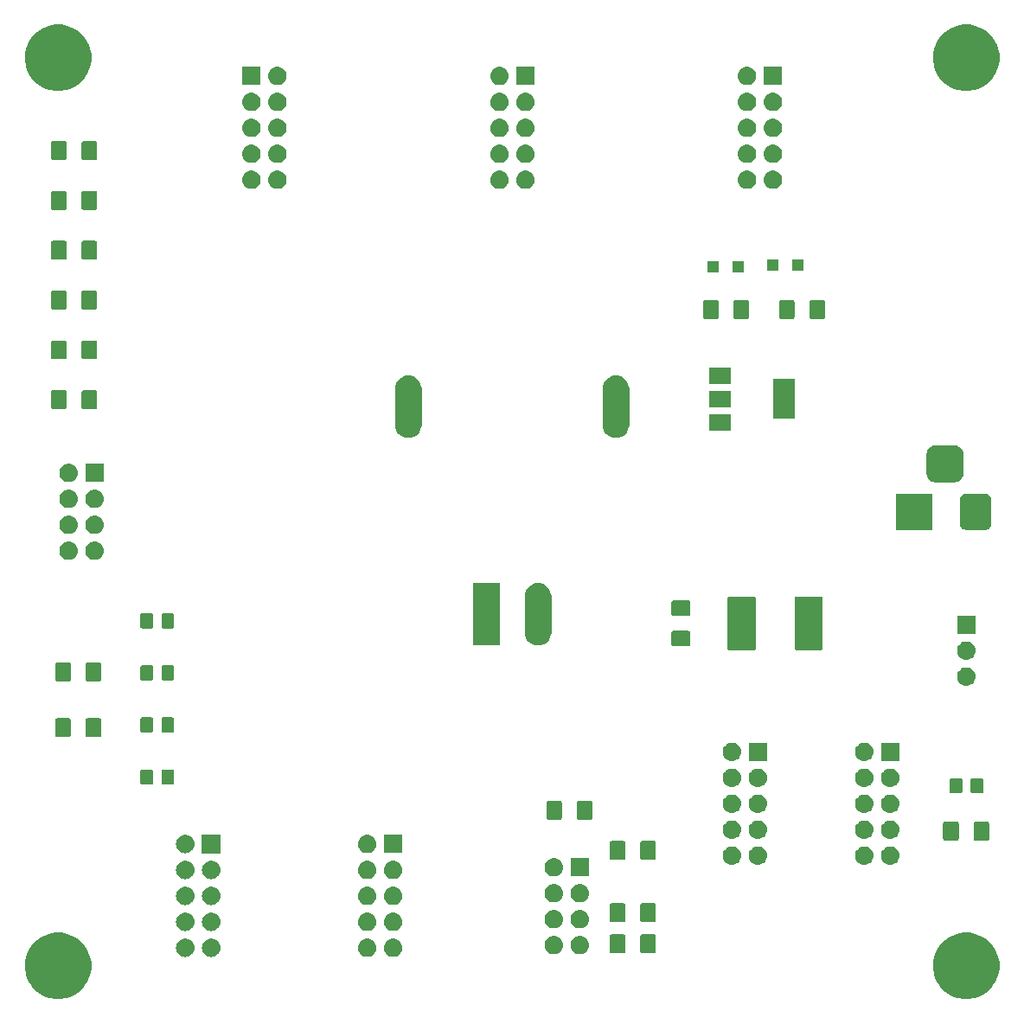
<source format=gbr>
G04 #@! TF.GenerationSoftware,KiCad,Pcbnew,(5.0.2)-1*
G04 #@! TF.CreationDate,2019-01-24T14:04:28+03:00*
G04 #@! TF.ProjectId,xmc_1300,786d635f-3133-4303-902e-6b696361645f,rev?*
G04 #@! TF.SameCoordinates,Original*
G04 #@! TF.FileFunction,Soldermask,Bot*
G04 #@! TF.FilePolarity,Negative*
%FSLAX46Y46*%
G04 Gerber Fmt 4.6, Leading zero omitted, Abs format (unit mm)*
G04 Created by KiCad (PCBNEW (5.0.2)-1) date 24.01.2019 14:04:28*
%MOMM*%
%LPD*%
G01*
G04 APERTURE LIST*
%ADD10C,0.100000*%
G04 APERTURE END LIST*
D10*
G36*
X170814239Y-128891467D02*
X171128282Y-128953934D01*
X171719926Y-129199001D01*
X172034211Y-129409000D01*
X172252395Y-129554786D01*
X172705214Y-130007605D01*
X172705216Y-130007608D01*
X173060999Y-130540074D01*
X173303881Y-131126443D01*
X173306066Y-131131719D01*
X173431000Y-131759803D01*
X173431000Y-132400197D01*
X173368533Y-132714239D01*
X173306066Y-133028282D01*
X173060999Y-133619926D01*
X172813265Y-133990685D01*
X172705214Y-134152395D01*
X172252395Y-134605214D01*
X172252392Y-134605216D01*
X171719926Y-134960999D01*
X171128282Y-135206066D01*
X170814239Y-135268533D01*
X170500197Y-135331000D01*
X169859803Y-135331000D01*
X169545761Y-135268533D01*
X169231718Y-135206066D01*
X168640074Y-134960999D01*
X168107608Y-134605216D01*
X168107605Y-134605214D01*
X167654786Y-134152395D01*
X167546735Y-133990685D01*
X167299001Y-133619926D01*
X167053934Y-133028282D01*
X166991467Y-132714239D01*
X166929000Y-132400197D01*
X166929000Y-131759803D01*
X167053934Y-131131719D01*
X167056119Y-131126443D01*
X167299001Y-130540074D01*
X167654784Y-130007608D01*
X167654786Y-130007605D01*
X168107605Y-129554786D01*
X168325789Y-129409000D01*
X168640074Y-129199001D01*
X169231718Y-128953934D01*
X169545761Y-128891467D01*
X169859803Y-128829000D01*
X170500197Y-128829000D01*
X170814239Y-128891467D01*
X170814239Y-128891467D01*
G37*
G36*
X81914239Y-128891467D02*
X82228282Y-128953934D01*
X82819926Y-129199001D01*
X83134211Y-129409000D01*
X83352395Y-129554786D01*
X83805214Y-130007605D01*
X83805216Y-130007608D01*
X84160999Y-130540074D01*
X84403881Y-131126443D01*
X84406066Y-131131719D01*
X84531000Y-131759803D01*
X84531000Y-132400197D01*
X84468533Y-132714239D01*
X84406066Y-133028282D01*
X84160999Y-133619926D01*
X83913265Y-133990685D01*
X83805214Y-134152395D01*
X83352395Y-134605214D01*
X83352392Y-134605216D01*
X82819926Y-134960999D01*
X82228282Y-135206066D01*
X81914239Y-135268533D01*
X81600197Y-135331000D01*
X80959803Y-135331000D01*
X80645761Y-135268533D01*
X80331718Y-135206066D01*
X79740074Y-134960999D01*
X79207608Y-134605216D01*
X79207605Y-134605214D01*
X78754786Y-134152395D01*
X78646735Y-133990685D01*
X78399001Y-133619926D01*
X78153934Y-133028282D01*
X78091467Y-132714239D01*
X78029000Y-132400197D01*
X78029000Y-131759803D01*
X78153934Y-131131719D01*
X78156119Y-131126443D01*
X78399001Y-130540074D01*
X78754784Y-130007608D01*
X78754786Y-130007605D01*
X79207605Y-129554786D01*
X79425789Y-129409000D01*
X79740074Y-129199001D01*
X80331718Y-128953934D01*
X80645761Y-128891467D01*
X80959803Y-128829000D01*
X81600197Y-128829000D01*
X81914239Y-128891467D01*
X81914239Y-128891467D01*
G37*
G36*
X93830443Y-129415519D02*
X93896627Y-129422037D01*
X94000535Y-129453557D01*
X94066467Y-129473557D01*
X94185572Y-129537221D01*
X94222991Y-129557222D01*
X94258729Y-129586552D01*
X94360186Y-129669814D01*
X94443448Y-129771271D01*
X94472778Y-129807009D01*
X94472779Y-129807011D01*
X94556443Y-129963533D01*
X94556443Y-129963534D01*
X94607963Y-130133373D01*
X94625359Y-130310000D01*
X94607963Y-130486627D01*
X94588439Y-130550989D01*
X94556443Y-130656467D01*
X94489014Y-130782615D01*
X94472778Y-130812991D01*
X94456991Y-130832227D01*
X94360186Y-130950186D01*
X94258729Y-131033448D01*
X94222991Y-131062778D01*
X94222989Y-131062779D01*
X94066467Y-131146443D01*
X94009853Y-131163616D01*
X93896627Y-131197963D01*
X93830442Y-131204482D01*
X93764260Y-131211000D01*
X93675740Y-131211000D01*
X93609558Y-131204482D01*
X93543373Y-131197963D01*
X93430147Y-131163616D01*
X93373533Y-131146443D01*
X93217011Y-131062779D01*
X93217009Y-131062778D01*
X93181271Y-131033448D01*
X93079814Y-130950186D01*
X92983009Y-130832227D01*
X92967222Y-130812991D01*
X92950986Y-130782615D01*
X92883557Y-130656467D01*
X92851561Y-130550989D01*
X92832037Y-130486627D01*
X92814641Y-130310000D01*
X92832037Y-130133373D01*
X92883557Y-129963534D01*
X92883557Y-129963533D01*
X92967221Y-129807011D01*
X92967222Y-129807009D01*
X92996552Y-129771271D01*
X93079814Y-129669814D01*
X93181271Y-129586552D01*
X93217009Y-129557222D01*
X93254428Y-129537221D01*
X93373533Y-129473557D01*
X93439465Y-129453557D01*
X93543373Y-129422037D01*
X93609557Y-129415519D01*
X93675740Y-129409000D01*
X93764260Y-129409000D01*
X93830443Y-129415519D01*
X93830443Y-129415519D01*
G37*
G36*
X96370443Y-129415519D02*
X96436627Y-129422037D01*
X96540535Y-129453557D01*
X96606467Y-129473557D01*
X96725572Y-129537221D01*
X96762991Y-129557222D01*
X96798729Y-129586552D01*
X96900186Y-129669814D01*
X96983448Y-129771271D01*
X97012778Y-129807009D01*
X97012779Y-129807011D01*
X97096443Y-129963533D01*
X97096443Y-129963534D01*
X97147963Y-130133373D01*
X97165359Y-130310000D01*
X97147963Y-130486627D01*
X97128439Y-130550989D01*
X97096443Y-130656467D01*
X97029014Y-130782615D01*
X97012778Y-130812991D01*
X96996991Y-130832227D01*
X96900186Y-130950186D01*
X96798729Y-131033448D01*
X96762991Y-131062778D01*
X96762989Y-131062779D01*
X96606467Y-131146443D01*
X96549853Y-131163616D01*
X96436627Y-131197963D01*
X96370442Y-131204482D01*
X96304260Y-131211000D01*
X96215740Y-131211000D01*
X96149558Y-131204482D01*
X96083373Y-131197963D01*
X95970147Y-131163616D01*
X95913533Y-131146443D01*
X95757011Y-131062779D01*
X95757009Y-131062778D01*
X95721271Y-131033448D01*
X95619814Y-130950186D01*
X95523009Y-130832227D01*
X95507222Y-130812991D01*
X95490986Y-130782615D01*
X95423557Y-130656467D01*
X95391561Y-130550989D01*
X95372037Y-130486627D01*
X95354641Y-130310000D01*
X95372037Y-130133373D01*
X95423557Y-129963534D01*
X95423557Y-129963533D01*
X95507221Y-129807011D01*
X95507222Y-129807009D01*
X95536552Y-129771271D01*
X95619814Y-129669814D01*
X95721271Y-129586552D01*
X95757009Y-129557222D01*
X95794428Y-129537221D01*
X95913533Y-129473557D01*
X95979465Y-129453557D01*
X96083373Y-129422037D01*
X96149557Y-129415519D01*
X96215740Y-129409000D01*
X96304260Y-129409000D01*
X96370443Y-129415519D01*
X96370443Y-129415519D01*
G37*
G36*
X111640443Y-129395519D02*
X111706627Y-129402037D01*
X111819853Y-129436384D01*
X111876467Y-129453557D01*
X112015087Y-129527652D01*
X112032991Y-129537222D01*
X112057361Y-129557222D01*
X112170186Y-129649814D01*
X112253448Y-129751271D01*
X112282778Y-129787009D01*
X112282779Y-129787011D01*
X112366443Y-129943533D01*
X112366443Y-129943534D01*
X112417963Y-130113373D01*
X112435359Y-130290000D01*
X112417963Y-130466627D01*
X112383843Y-130579105D01*
X112366443Y-130636467D01*
X112338798Y-130688186D01*
X112282778Y-130792991D01*
X112255189Y-130826608D01*
X112170186Y-130930186D01*
X112068729Y-131013448D01*
X112032991Y-131042778D01*
X112032989Y-131042779D01*
X111876467Y-131126443D01*
X111819853Y-131143616D01*
X111706627Y-131177963D01*
X111640442Y-131184482D01*
X111574260Y-131191000D01*
X111485740Y-131191000D01*
X111419558Y-131184482D01*
X111353373Y-131177963D01*
X111240147Y-131143616D01*
X111183533Y-131126443D01*
X111027011Y-131042779D01*
X111027009Y-131042778D01*
X110991271Y-131013448D01*
X110889814Y-130930186D01*
X110804811Y-130826608D01*
X110777222Y-130792991D01*
X110721202Y-130688186D01*
X110693557Y-130636467D01*
X110676157Y-130579105D01*
X110642037Y-130466627D01*
X110624641Y-130290000D01*
X110642037Y-130113373D01*
X110693557Y-129943534D01*
X110693557Y-129943533D01*
X110777221Y-129787011D01*
X110777222Y-129787009D01*
X110806552Y-129751271D01*
X110889814Y-129649814D01*
X111002639Y-129557222D01*
X111027009Y-129537222D01*
X111044913Y-129527652D01*
X111183533Y-129453557D01*
X111240147Y-129436384D01*
X111353373Y-129402037D01*
X111419557Y-129395519D01*
X111485740Y-129389000D01*
X111574260Y-129389000D01*
X111640443Y-129395519D01*
X111640443Y-129395519D01*
G37*
G36*
X114180443Y-129395519D02*
X114246627Y-129402037D01*
X114359853Y-129436384D01*
X114416467Y-129453557D01*
X114555087Y-129527652D01*
X114572991Y-129537222D01*
X114597361Y-129557222D01*
X114710186Y-129649814D01*
X114793448Y-129751271D01*
X114822778Y-129787009D01*
X114822779Y-129787011D01*
X114906443Y-129943533D01*
X114906443Y-129943534D01*
X114957963Y-130113373D01*
X114975359Y-130290000D01*
X114957963Y-130466627D01*
X114923843Y-130579105D01*
X114906443Y-130636467D01*
X114878798Y-130688186D01*
X114822778Y-130792991D01*
X114795189Y-130826608D01*
X114710186Y-130930186D01*
X114608729Y-131013448D01*
X114572991Y-131042778D01*
X114572989Y-131042779D01*
X114416467Y-131126443D01*
X114359853Y-131143616D01*
X114246627Y-131177963D01*
X114180442Y-131184482D01*
X114114260Y-131191000D01*
X114025740Y-131191000D01*
X113959558Y-131184482D01*
X113893373Y-131177963D01*
X113780147Y-131143616D01*
X113723533Y-131126443D01*
X113567011Y-131042779D01*
X113567009Y-131042778D01*
X113531271Y-131013448D01*
X113429814Y-130930186D01*
X113344811Y-130826608D01*
X113317222Y-130792991D01*
X113261202Y-130688186D01*
X113233557Y-130636467D01*
X113216157Y-130579105D01*
X113182037Y-130466627D01*
X113164641Y-130290000D01*
X113182037Y-130113373D01*
X113233557Y-129943534D01*
X113233557Y-129943533D01*
X113317221Y-129787011D01*
X113317222Y-129787009D01*
X113346552Y-129751271D01*
X113429814Y-129649814D01*
X113542639Y-129557222D01*
X113567009Y-129537222D01*
X113584913Y-129527652D01*
X113723533Y-129453557D01*
X113780147Y-129436384D01*
X113893373Y-129402037D01*
X113959557Y-129395519D01*
X114025740Y-129389000D01*
X114114260Y-129389000D01*
X114180443Y-129395519D01*
X114180443Y-129395519D01*
G37*
G36*
X129904443Y-129153519D02*
X129970627Y-129160037D01*
X130083853Y-129194384D01*
X130140467Y-129211557D01*
X130205525Y-129246332D01*
X130296991Y-129295222D01*
X130332729Y-129324552D01*
X130434186Y-129407814D01*
X130517448Y-129509271D01*
X130546778Y-129545009D01*
X130553306Y-129557222D01*
X130630443Y-129701533D01*
X130647616Y-129758147D01*
X130681963Y-129871373D01*
X130699359Y-130048000D01*
X130681963Y-130224627D01*
X130662132Y-130290000D01*
X130630443Y-130394467D01*
X130612859Y-130427364D01*
X130546778Y-130550991D01*
X130523705Y-130579105D01*
X130434186Y-130688186D01*
X130342213Y-130763665D01*
X130296991Y-130800778D01*
X130296989Y-130800779D01*
X130140467Y-130884443D01*
X130083853Y-130901616D01*
X129970627Y-130935963D01*
X129904443Y-130942481D01*
X129838260Y-130949000D01*
X129749740Y-130949000D01*
X129683557Y-130942481D01*
X129617373Y-130935963D01*
X129504147Y-130901616D01*
X129447533Y-130884443D01*
X129291011Y-130800779D01*
X129291009Y-130800778D01*
X129245787Y-130763665D01*
X129153814Y-130688186D01*
X129064295Y-130579105D01*
X129041222Y-130550991D01*
X128975141Y-130427364D01*
X128957557Y-130394467D01*
X128925868Y-130290000D01*
X128906037Y-130224627D01*
X128888641Y-130048000D01*
X128906037Y-129871373D01*
X128940384Y-129758147D01*
X128957557Y-129701533D01*
X129034694Y-129557222D01*
X129041222Y-129545009D01*
X129070552Y-129509271D01*
X129153814Y-129407814D01*
X129255271Y-129324552D01*
X129291009Y-129295222D01*
X129382475Y-129246332D01*
X129447533Y-129211557D01*
X129504147Y-129194384D01*
X129617373Y-129160037D01*
X129683557Y-129153519D01*
X129749740Y-129147000D01*
X129838260Y-129147000D01*
X129904443Y-129153519D01*
X129904443Y-129153519D01*
G37*
G36*
X132444443Y-129153519D02*
X132510627Y-129160037D01*
X132623853Y-129194384D01*
X132680467Y-129211557D01*
X132745525Y-129246332D01*
X132836991Y-129295222D01*
X132872729Y-129324552D01*
X132974186Y-129407814D01*
X133057448Y-129509271D01*
X133086778Y-129545009D01*
X133093306Y-129557222D01*
X133170443Y-129701533D01*
X133187616Y-129758147D01*
X133221963Y-129871373D01*
X133239359Y-130048000D01*
X133221963Y-130224627D01*
X133202132Y-130290000D01*
X133170443Y-130394467D01*
X133152859Y-130427364D01*
X133086778Y-130550991D01*
X133063705Y-130579105D01*
X132974186Y-130688186D01*
X132882213Y-130763665D01*
X132836991Y-130800778D01*
X132836989Y-130800779D01*
X132680467Y-130884443D01*
X132623853Y-130901616D01*
X132510627Y-130935963D01*
X132444443Y-130942481D01*
X132378260Y-130949000D01*
X132289740Y-130949000D01*
X132223557Y-130942481D01*
X132157373Y-130935963D01*
X132044147Y-130901616D01*
X131987533Y-130884443D01*
X131831011Y-130800779D01*
X131831009Y-130800778D01*
X131785787Y-130763665D01*
X131693814Y-130688186D01*
X131604295Y-130579105D01*
X131581222Y-130550991D01*
X131515141Y-130427364D01*
X131497557Y-130394467D01*
X131465868Y-130290000D01*
X131446037Y-130224627D01*
X131428641Y-130048000D01*
X131446037Y-129871373D01*
X131480384Y-129758147D01*
X131497557Y-129701533D01*
X131574694Y-129557222D01*
X131581222Y-129545009D01*
X131610552Y-129509271D01*
X131693814Y-129407814D01*
X131795271Y-129324552D01*
X131831009Y-129295222D01*
X131922475Y-129246332D01*
X131987533Y-129211557D01*
X132044147Y-129194384D01*
X132157373Y-129160037D01*
X132223557Y-129153519D01*
X132289740Y-129147000D01*
X132378260Y-129147000D01*
X132444443Y-129153519D01*
X132444443Y-129153519D01*
G37*
G36*
X139641562Y-128999181D02*
X139676477Y-129009773D01*
X139708665Y-129026978D01*
X139736873Y-129050127D01*
X139760022Y-129078335D01*
X139777227Y-129110523D01*
X139787819Y-129145438D01*
X139792000Y-129187895D01*
X139792000Y-130654105D01*
X139787819Y-130696562D01*
X139777227Y-130731477D01*
X139760022Y-130763665D01*
X139736873Y-130791873D01*
X139708665Y-130815022D01*
X139676477Y-130832227D01*
X139641562Y-130842819D01*
X139599105Y-130847000D01*
X138457895Y-130847000D01*
X138415438Y-130842819D01*
X138380523Y-130832227D01*
X138348335Y-130815022D01*
X138320127Y-130791873D01*
X138296978Y-130763665D01*
X138279773Y-130731477D01*
X138269181Y-130696562D01*
X138265000Y-130654105D01*
X138265000Y-129187895D01*
X138269181Y-129145438D01*
X138279773Y-129110523D01*
X138296978Y-129078335D01*
X138320127Y-129050127D01*
X138348335Y-129026978D01*
X138380523Y-129009773D01*
X138415438Y-128999181D01*
X138457895Y-128995000D01*
X139599105Y-128995000D01*
X139641562Y-128999181D01*
X139641562Y-128999181D01*
G37*
G36*
X136666562Y-128999181D02*
X136701477Y-129009773D01*
X136733665Y-129026978D01*
X136761873Y-129050127D01*
X136785022Y-129078335D01*
X136802227Y-129110523D01*
X136812819Y-129145438D01*
X136817000Y-129187895D01*
X136817000Y-130654105D01*
X136812819Y-130696562D01*
X136802227Y-130731477D01*
X136785022Y-130763665D01*
X136761873Y-130791873D01*
X136733665Y-130815022D01*
X136701477Y-130832227D01*
X136666562Y-130842819D01*
X136624105Y-130847000D01*
X135482895Y-130847000D01*
X135440438Y-130842819D01*
X135405523Y-130832227D01*
X135373335Y-130815022D01*
X135345127Y-130791873D01*
X135321978Y-130763665D01*
X135304773Y-130731477D01*
X135294181Y-130696562D01*
X135290000Y-130654105D01*
X135290000Y-129187895D01*
X135294181Y-129145438D01*
X135304773Y-129110523D01*
X135321978Y-129078335D01*
X135345127Y-129050127D01*
X135373335Y-129026978D01*
X135405523Y-129009773D01*
X135440438Y-128999181D01*
X135482895Y-128995000D01*
X136624105Y-128995000D01*
X136666562Y-128999181D01*
X136666562Y-128999181D01*
G37*
G36*
X93830443Y-126875519D02*
X93896627Y-126882037D01*
X94000535Y-126913557D01*
X94066467Y-126933557D01*
X94185572Y-126997221D01*
X94222991Y-127017222D01*
X94258729Y-127046552D01*
X94360186Y-127129814D01*
X94443448Y-127231271D01*
X94472778Y-127267009D01*
X94472779Y-127267011D01*
X94556443Y-127423533D01*
X94556443Y-127423534D01*
X94607963Y-127593373D01*
X94625359Y-127770000D01*
X94607963Y-127946627D01*
X94588439Y-128010989D01*
X94556443Y-128116467D01*
X94483469Y-128252989D01*
X94472778Y-128272991D01*
X94443448Y-128308729D01*
X94360186Y-128410186D01*
X94258729Y-128493448D01*
X94222991Y-128522778D01*
X94222989Y-128522779D01*
X94066467Y-128606443D01*
X94009853Y-128623616D01*
X93896627Y-128657963D01*
X93830442Y-128664482D01*
X93764260Y-128671000D01*
X93675740Y-128671000D01*
X93609558Y-128664482D01*
X93543373Y-128657963D01*
X93430147Y-128623616D01*
X93373533Y-128606443D01*
X93217011Y-128522779D01*
X93217009Y-128522778D01*
X93181271Y-128493448D01*
X93079814Y-128410186D01*
X92996552Y-128308729D01*
X92967222Y-128272991D01*
X92956531Y-128252989D01*
X92883557Y-128116467D01*
X92851561Y-128010989D01*
X92832037Y-127946627D01*
X92814641Y-127770000D01*
X92832037Y-127593373D01*
X92883557Y-127423534D01*
X92883557Y-127423533D01*
X92967221Y-127267011D01*
X92967222Y-127267009D01*
X92996552Y-127231271D01*
X93079814Y-127129814D01*
X93181271Y-127046552D01*
X93217009Y-127017222D01*
X93254428Y-126997221D01*
X93373533Y-126933557D01*
X93439465Y-126913557D01*
X93543373Y-126882037D01*
X93609557Y-126875519D01*
X93675740Y-126869000D01*
X93764260Y-126869000D01*
X93830443Y-126875519D01*
X93830443Y-126875519D01*
G37*
G36*
X96370443Y-126875519D02*
X96436627Y-126882037D01*
X96540535Y-126913557D01*
X96606467Y-126933557D01*
X96725572Y-126997221D01*
X96762991Y-127017222D01*
X96798729Y-127046552D01*
X96900186Y-127129814D01*
X96983448Y-127231271D01*
X97012778Y-127267009D01*
X97012779Y-127267011D01*
X97096443Y-127423533D01*
X97096443Y-127423534D01*
X97147963Y-127593373D01*
X97165359Y-127770000D01*
X97147963Y-127946627D01*
X97128439Y-128010989D01*
X97096443Y-128116467D01*
X97023469Y-128252989D01*
X97012778Y-128272991D01*
X96983448Y-128308729D01*
X96900186Y-128410186D01*
X96798729Y-128493448D01*
X96762991Y-128522778D01*
X96762989Y-128522779D01*
X96606467Y-128606443D01*
X96549853Y-128623616D01*
X96436627Y-128657963D01*
X96370442Y-128664482D01*
X96304260Y-128671000D01*
X96215740Y-128671000D01*
X96149558Y-128664482D01*
X96083373Y-128657963D01*
X95970147Y-128623616D01*
X95913533Y-128606443D01*
X95757011Y-128522779D01*
X95757009Y-128522778D01*
X95721271Y-128493448D01*
X95619814Y-128410186D01*
X95536552Y-128308729D01*
X95507222Y-128272991D01*
X95496531Y-128252989D01*
X95423557Y-128116467D01*
X95391561Y-128010989D01*
X95372037Y-127946627D01*
X95354641Y-127770000D01*
X95372037Y-127593373D01*
X95423557Y-127423534D01*
X95423557Y-127423533D01*
X95507221Y-127267011D01*
X95507222Y-127267009D01*
X95536552Y-127231271D01*
X95619814Y-127129814D01*
X95721271Y-127046552D01*
X95757009Y-127017222D01*
X95794428Y-126997221D01*
X95913533Y-126933557D01*
X95979465Y-126913557D01*
X96083373Y-126882037D01*
X96149557Y-126875519D01*
X96215740Y-126869000D01*
X96304260Y-126869000D01*
X96370443Y-126875519D01*
X96370443Y-126875519D01*
G37*
G36*
X111640442Y-126855518D02*
X111706627Y-126862037D01*
X111819853Y-126896384D01*
X111876467Y-126913557D01*
X112015087Y-126987652D01*
X112032991Y-126997222D01*
X112057361Y-127017222D01*
X112170186Y-127109814D01*
X112253448Y-127211271D01*
X112282778Y-127247009D01*
X112282779Y-127247011D01*
X112366443Y-127403533D01*
X112366443Y-127403534D01*
X112417963Y-127573373D01*
X112435359Y-127750000D01*
X112417963Y-127926627D01*
X112383616Y-128039853D01*
X112366443Y-128096467D01*
X112338798Y-128148186D01*
X112282778Y-128252991D01*
X112266366Y-128272989D01*
X112170186Y-128390186D01*
X112068729Y-128473448D01*
X112032991Y-128502778D01*
X112032989Y-128502779D01*
X111876467Y-128586443D01*
X111819853Y-128603616D01*
X111706627Y-128637963D01*
X111640443Y-128644481D01*
X111574260Y-128651000D01*
X111485740Y-128651000D01*
X111419557Y-128644481D01*
X111353373Y-128637963D01*
X111240147Y-128603616D01*
X111183533Y-128586443D01*
X111027011Y-128502779D01*
X111027009Y-128502778D01*
X110991271Y-128473448D01*
X110889814Y-128390186D01*
X110793634Y-128272989D01*
X110777222Y-128252991D01*
X110721202Y-128148186D01*
X110693557Y-128096467D01*
X110676384Y-128039853D01*
X110642037Y-127926627D01*
X110624641Y-127750000D01*
X110642037Y-127573373D01*
X110693557Y-127403534D01*
X110693557Y-127403533D01*
X110777221Y-127247011D01*
X110777222Y-127247009D01*
X110806552Y-127211271D01*
X110889814Y-127109814D01*
X111002639Y-127017222D01*
X111027009Y-126997222D01*
X111044913Y-126987652D01*
X111183533Y-126913557D01*
X111240147Y-126896384D01*
X111353373Y-126862037D01*
X111419558Y-126855518D01*
X111485740Y-126849000D01*
X111574260Y-126849000D01*
X111640442Y-126855518D01*
X111640442Y-126855518D01*
G37*
G36*
X114180442Y-126855518D02*
X114246627Y-126862037D01*
X114359853Y-126896384D01*
X114416467Y-126913557D01*
X114555087Y-126987652D01*
X114572991Y-126997222D01*
X114597361Y-127017222D01*
X114710186Y-127109814D01*
X114793448Y-127211271D01*
X114822778Y-127247009D01*
X114822779Y-127247011D01*
X114906443Y-127403533D01*
X114906443Y-127403534D01*
X114957963Y-127573373D01*
X114975359Y-127750000D01*
X114957963Y-127926627D01*
X114923616Y-128039853D01*
X114906443Y-128096467D01*
X114878798Y-128148186D01*
X114822778Y-128252991D01*
X114806366Y-128272989D01*
X114710186Y-128390186D01*
X114608729Y-128473448D01*
X114572991Y-128502778D01*
X114572989Y-128502779D01*
X114416467Y-128586443D01*
X114359853Y-128603616D01*
X114246627Y-128637963D01*
X114180443Y-128644481D01*
X114114260Y-128651000D01*
X114025740Y-128651000D01*
X113959557Y-128644481D01*
X113893373Y-128637963D01*
X113780147Y-128603616D01*
X113723533Y-128586443D01*
X113567011Y-128502779D01*
X113567009Y-128502778D01*
X113531271Y-128473448D01*
X113429814Y-128390186D01*
X113333634Y-128272989D01*
X113317222Y-128252991D01*
X113261202Y-128148186D01*
X113233557Y-128096467D01*
X113216384Y-128039853D01*
X113182037Y-127926627D01*
X113164641Y-127750000D01*
X113182037Y-127573373D01*
X113233557Y-127403534D01*
X113233557Y-127403533D01*
X113317221Y-127247011D01*
X113317222Y-127247009D01*
X113346552Y-127211271D01*
X113429814Y-127109814D01*
X113542639Y-127017222D01*
X113567009Y-126997222D01*
X113584913Y-126987652D01*
X113723533Y-126913557D01*
X113780147Y-126896384D01*
X113893373Y-126862037D01*
X113959558Y-126855518D01*
X114025740Y-126849000D01*
X114114260Y-126849000D01*
X114180442Y-126855518D01*
X114180442Y-126855518D01*
G37*
G36*
X132444442Y-126613518D02*
X132510627Y-126620037D01*
X132623853Y-126654384D01*
X132680467Y-126671557D01*
X132819087Y-126745652D01*
X132836991Y-126755222D01*
X132872729Y-126784552D01*
X132974186Y-126867814D01*
X133057448Y-126969271D01*
X133086778Y-127005009D01*
X133093306Y-127017222D01*
X133170443Y-127161533D01*
X133170443Y-127161534D01*
X133221963Y-127331373D01*
X133239359Y-127508000D01*
X133221963Y-127684627D01*
X133211070Y-127720535D01*
X133170443Y-127854467D01*
X133131873Y-127926625D01*
X133086778Y-128010991D01*
X133057448Y-128046729D01*
X132974186Y-128148186D01*
X132872729Y-128231448D01*
X132836991Y-128260778D01*
X132836989Y-128260779D01*
X132680467Y-128344443D01*
X132623853Y-128361616D01*
X132510627Y-128395963D01*
X132444443Y-128402481D01*
X132378260Y-128409000D01*
X132289740Y-128409000D01*
X132223557Y-128402481D01*
X132157373Y-128395963D01*
X132044147Y-128361616D01*
X131987533Y-128344443D01*
X131831011Y-128260779D01*
X131831009Y-128260778D01*
X131795271Y-128231448D01*
X131693814Y-128148186D01*
X131610552Y-128046729D01*
X131581222Y-128010991D01*
X131536127Y-127926625D01*
X131497557Y-127854467D01*
X131456930Y-127720535D01*
X131446037Y-127684627D01*
X131428641Y-127508000D01*
X131446037Y-127331373D01*
X131497557Y-127161534D01*
X131497557Y-127161533D01*
X131574694Y-127017222D01*
X131581222Y-127005009D01*
X131610552Y-126969271D01*
X131693814Y-126867814D01*
X131795271Y-126784552D01*
X131831009Y-126755222D01*
X131848913Y-126745652D01*
X131987533Y-126671557D01*
X132044147Y-126654384D01*
X132157373Y-126620037D01*
X132223558Y-126613518D01*
X132289740Y-126607000D01*
X132378260Y-126607000D01*
X132444442Y-126613518D01*
X132444442Y-126613518D01*
G37*
G36*
X129904442Y-126613518D02*
X129970627Y-126620037D01*
X130083853Y-126654384D01*
X130140467Y-126671557D01*
X130279087Y-126745652D01*
X130296991Y-126755222D01*
X130332729Y-126784552D01*
X130434186Y-126867814D01*
X130517448Y-126969271D01*
X130546778Y-127005009D01*
X130553306Y-127017222D01*
X130630443Y-127161533D01*
X130630443Y-127161534D01*
X130681963Y-127331373D01*
X130699359Y-127508000D01*
X130681963Y-127684627D01*
X130671070Y-127720535D01*
X130630443Y-127854467D01*
X130591873Y-127926625D01*
X130546778Y-128010991D01*
X130517448Y-128046729D01*
X130434186Y-128148186D01*
X130332729Y-128231448D01*
X130296991Y-128260778D01*
X130296989Y-128260779D01*
X130140467Y-128344443D01*
X130083853Y-128361616D01*
X129970627Y-128395963D01*
X129904443Y-128402481D01*
X129838260Y-128409000D01*
X129749740Y-128409000D01*
X129683557Y-128402481D01*
X129617373Y-128395963D01*
X129504147Y-128361616D01*
X129447533Y-128344443D01*
X129291011Y-128260779D01*
X129291009Y-128260778D01*
X129255271Y-128231448D01*
X129153814Y-128148186D01*
X129070552Y-128046729D01*
X129041222Y-128010991D01*
X128996127Y-127926625D01*
X128957557Y-127854467D01*
X128916930Y-127720535D01*
X128906037Y-127684627D01*
X128888641Y-127508000D01*
X128906037Y-127331373D01*
X128957557Y-127161534D01*
X128957557Y-127161533D01*
X129034694Y-127017222D01*
X129041222Y-127005009D01*
X129070552Y-126969271D01*
X129153814Y-126867814D01*
X129255271Y-126784552D01*
X129291009Y-126755222D01*
X129308913Y-126745652D01*
X129447533Y-126671557D01*
X129504147Y-126654384D01*
X129617373Y-126620037D01*
X129683558Y-126613518D01*
X129749740Y-126607000D01*
X129838260Y-126607000D01*
X129904442Y-126613518D01*
X129904442Y-126613518D01*
G37*
G36*
X139641562Y-125951181D02*
X139676477Y-125961773D01*
X139708665Y-125978978D01*
X139736873Y-126002127D01*
X139760022Y-126030335D01*
X139777227Y-126062523D01*
X139787819Y-126097438D01*
X139792000Y-126139895D01*
X139792000Y-127606105D01*
X139787819Y-127648562D01*
X139777227Y-127683477D01*
X139760022Y-127715665D01*
X139736873Y-127743873D01*
X139708665Y-127767022D01*
X139676477Y-127784227D01*
X139641562Y-127794819D01*
X139599105Y-127799000D01*
X138457895Y-127799000D01*
X138415438Y-127794819D01*
X138380523Y-127784227D01*
X138348335Y-127767022D01*
X138320127Y-127743873D01*
X138296978Y-127715665D01*
X138279773Y-127683477D01*
X138269181Y-127648562D01*
X138265000Y-127606105D01*
X138265000Y-126139895D01*
X138269181Y-126097438D01*
X138279773Y-126062523D01*
X138296978Y-126030335D01*
X138320127Y-126002127D01*
X138348335Y-125978978D01*
X138380523Y-125961773D01*
X138415438Y-125951181D01*
X138457895Y-125947000D01*
X139599105Y-125947000D01*
X139641562Y-125951181D01*
X139641562Y-125951181D01*
G37*
G36*
X136666562Y-125951181D02*
X136701477Y-125961773D01*
X136733665Y-125978978D01*
X136761873Y-126002127D01*
X136785022Y-126030335D01*
X136802227Y-126062523D01*
X136812819Y-126097438D01*
X136817000Y-126139895D01*
X136817000Y-127606105D01*
X136812819Y-127648562D01*
X136802227Y-127683477D01*
X136785022Y-127715665D01*
X136761873Y-127743873D01*
X136733665Y-127767022D01*
X136701477Y-127784227D01*
X136666562Y-127794819D01*
X136624105Y-127799000D01*
X135482895Y-127799000D01*
X135440438Y-127794819D01*
X135405523Y-127784227D01*
X135373335Y-127767022D01*
X135345127Y-127743873D01*
X135321978Y-127715665D01*
X135304773Y-127683477D01*
X135294181Y-127648562D01*
X135290000Y-127606105D01*
X135290000Y-126139895D01*
X135294181Y-126097438D01*
X135304773Y-126062523D01*
X135321978Y-126030335D01*
X135345127Y-126002127D01*
X135373335Y-125978978D01*
X135405523Y-125961773D01*
X135440438Y-125951181D01*
X135482895Y-125947000D01*
X136624105Y-125947000D01*
X136666562Y-125951181D01*
X136666562Y-125951181D01*
G37*
G36*
X96370442Y-124335518D02*
X96436627Y-124342037D01*
X96540535Y-124373557D01*
X96606467Y-124393557D01*
X96725572Y-124457221D01*
X96762991Y-124477222D01*
X96798729Y-124506552D01*
X96900186Y-124589814D01*
X96983448Y-124691271D01*
X97012778Y-124727009D01*
X97012779Y-124727011D01*
X97096443Y-124883533D01*
X97096443Y-124883534D01*
X97147963Y-125053373D01*
X97165359Y-125230000D01*
X97147963Y-125406627D01*
X97128439Y-125470989D01*
X97096443Y-125576467D01*
X97023469Y-125712989D01*
X97012778Y-125732991D01*
X96983448Y-125768729D01*
X96900186Y-125870186D01*
X96798729Y-125953448D01*
X96762991Y-125982778D01*
X96762989Y-125982779D01*
X96606467Y-126066443D01*
X96549853Y-126083616D01*
X96436627Y-126117963D01*
X96370443Y-126124481D01*
X96304260Y-126131000D01*
X96215740Y-126131000D01*
X96149557Y-126124481D01*
X96083373Y-126117963D01*
X95970147Y-126083616D01*
X95913533Y-126066443D01*
X95757011Y-125982779D01*
X95757009Y-125982778D01*
X95721271Y-125953448D01*
X95619814Y-125870186D01*
X95536552Y-125768729D01*
X95507222Y-125732991D01*
X95496531Y-125712989D01*
X95423557Y-125576467D01*
X95391561Y-125470989D01*
X95372037Y-125406627D01*
X95354641Y-125230000D01*
X95372037Y-125053373D01*
X95423557Y-124883534D01*
X95423557Y-124883533D01*
X95507221Y-124727011D01*
X95507222Y-124727009D01*
X95536552Y-124691271D01*
X95619814Y-124589814D01*
X95721271Y-124506552D01*
X95757009Y-124477222D01*
X95794428Y-124457221D01*
X95913533Y-124393557D01*
X95979465Y-124373557D01*
X96083373Y-124342037D01*
X96149558Y-124335518D01*
X96215740Y-124329000D01*
X96304260Y-124329000D01*
X96370442Y-124335518D01*
X96370442Y-124335518D01*
G37*
G36*
X93830442Y-124335518D02*
X93896627Y-124342037D01*
X94000535Y-124373557D01*
X94066467Y-124393557D01*
X94185572Y-124457221D01*
X94222991Y-124477222D01*
X94258729Y-124506552D01*
X94360186Y-124589814D01*
X94443448Y-124691271D01*
X94472778Y-124727009D01*
X94472779Y-124727011D01*
X94556443Y-124883533D01*
X94556443Y-124883534D01*
X94607963Y-125053373D01*
X94625359Y-125230000D01*
X94607963Y-125406627D01*
X94588439Y-125470989D01*
X94556443Y-125576467D01*
X94483469Y-125712989D01*
X94472778Y-125732991D01*
X94443448Y-125768729D01*
X94360186Y-125870186D01*
X94258729Y-125953448D01*
X94222991Y-125982778D01*
X94222989Y-125982779D01*
X94066467Y-126066443D01*
X94009853Y-126083616D01*
X93896627Y-126117963D01*
X93830443Y-126124481D01*
X93764260Y-126131000D01*
X93675740Y-126131000D01*
X93609557Y-126124481D01*
X93543373Y-126117963D01*
X93430147Y-126083616D01*
X93373533Y-126066443D01*
X93217011Y-125982779D01*
X93217009Y-125982778D01*
X93181271Y-125953448D01*
X93079814Y-125870186D01*
X92996552Y-125768729D01*
X92967222Y-125732991D01*
X92956531Y-125712989D01*
X92883557Y-125576467D01*
X92851561Y-125470989D01*
X92832037Y-125406627D01*
X92814641Y-125230000D01*
X92832037Y-125053373D01*
X92883557Y-124883534D01*
X92883557Y-124883533D01*
X92967221Y-124727011D01*
X92967222Y-124727009D01*
X92996552Y-124691271D01*
X93079814Y-124589814D01*
X93181271Y-124506552D01*
X93217009Y-124477222D01*
X93254428Y-124457221D01*
X93373533Y-124393557D01*
X93439465Y-124373557D01*
X93543373Y-124342037D01*
X93609558Y-124335518D01*
X93675740Y-124329000D01*
X93764260Y-124329000D01*
X93830442Y-124335518D01*
X93830442Y-124335518D01*
G37*
G36*
X114180442Y-124315518D02*
X114246627Y-124322037D01*
X114359853Y-124356384D01*
X114416467Y-124373557D01*
X114555087Y-124447652D01*
X114572991Y-124457222D01*
X114597361Y-124477222D01*
X114710186Y-124569814D01*
X114793448Y-124671271D01*
X114822778Y-124707009D01*
X114822779Y-124707011D01*
X114906443Y-124863533D01*
X114906443Y-124863534D01*
X114957963Y-125033373D01*
X114975359Y-125210000D01*
X114957963Y-125386627D01*
X114923616Y-125499853D01*
X114906443Y-125556467D01*
X114878798Y-125608186D01*
X114822778Y-125712991D01*
X114806366Y-125732989D01*
X114710186Y-125850186D01*
X114608729Y-125933448D01*
X114572991Y-125962778D01*
X114572989Y-125962779D01*
X114416467Y-126046443D01*
X114363457Y-126062523D01*
X114246627Y-126097963D01*
X114180443Y-126104481D01*
X114114260Y-126111000D01*
X114025740Y-126111000D01*
X113959557Y-126104481D01*
X113893373Y-126097963D01*
X113776543Y-126062523D01*
X113723533Y-126046443D01*
X113567011Y-125962779D01*
X113567009Y-125962778D01*
X113531271Y-125933448D01*
X113429814Y-125850186D01*
X113333634Y-125732989D01*
X113317222Y-125712991D01*
X113261202Y-125608186D01*
X113233557Y-125556467D01*
X113216384Y-125499853D01*
X113182037Y-125386627D01*
X113164641Y-125210000D01*
X113182037Y-125033373D01*
X113233557Y-124863534D01*
X113233557Y-124863533D01*
X113317221Y-124707011D01*
X113317222Y-124707009D01*
X113346552Y-124671271D01*
X113429814Y-124569814D01*
X113542639Y-124477222D01*
X113567009Y-124457222D01*
X113584913Y-124447652D01*
X113723533Y-124373557D01*
X113780147Y-124356384D01*
X113893373Y-124322037D01*
X113959558Y-124315518D01*
X114025740Y-124309000D01*
X114114260Y-124309000D01*
X114180442Y-124315518D01*
X114180442Y-124315518D01*
G37*
G36*
X111640442Y-124315518D02*
X111706627Y-124322037D01*
X111819853Y-124356384D01*
X111876467Y-124373557D01*
X112015087Y-124447652D01*
X112032991Y-124457222D01*
X112057361Y-124477222D01*
X112170186Y-124569814D01*
X112253448Y-124671271D01*
X112282778Y-124707009D01*
X112282779Y-124707011D01*
X112366443Y-124863533D01*
X112366443Y-124863534D01*
X112417963Y-125033373D01*
X112435359Y-125210000D01*
X112417963Y-125386627D01*
X112383616Y-125499853D01*
X112366443Y-125556467D01*
X112338798Y-125608186D01*
X112282778Y-125712991D01*
X112266366Y-125732989D01*
X112170186Y-125850186D01*
X112068729Y-125933448D01*
X112032991Y-125962778D01*
X112032989Y-125962779D01*
X111876467Y-126046443D01*
X111823457Y-126062523D01*
X111706627Y-126097963D01*
X111640443Y-126104481D01*
X111574260Y-126111000D01*
X111485740Y-126111000D01*
X111419557Y-126104481D01*
X111353373Y-126097963D01*
X111236543Y-126062523D01*
X111183533Y-126046443D01*
X111027011Y-125962779D01*
X111027009Y-125962778D01*
X110991271Y-125933448D01*
X110889814Y-125850186D01*
X110793634Y-125732989D01*
X110777222Y-125712991D01*
X110721202Y-125608186D01*
X110693557Y-125556467D01*
X110676384Y-125499853D01*
X110642037Y-125386627D01*
X110624641Y-125210000D01*
X110642037Y-125033373D01*
X110693557Y-124863534D01*
X110693557Y-124863533D01*
X110777221Y-124707011D01*
X110777222Y-124707009D01*
X110806552Y-124671271D01*
X110889814Y-124569814D01*
X111002639Y-124477222D01*
X111027009Y-124457222D01*
X111044913Y-124447652D01*
X111183533Y-124373557D01*
X111240147Y-124356384D01*
X111353373Y-124322037D01*
X111419558Y-124315518D01*
X111485740Y-124309000D01*
X111574260Y-124309000D01*
X111640442Y-124315518D01*
X111640442Y-124315518D01*
G37*
G36*
X129904443Y-124073519D02*
X129970627Y-124080037D01*
X130083853Y-124114384D01*
X130140467Y-124131557D01*
X130279087Y-124205652D01*
X130296991Y-124215222D01*
X130332729Y-124244552D01*
X130434186Y-124327814D01*
X130517448Y-124429271D01*
X130546778Y-124465009D01*
X130553306Y-124477222D01*
X130630443Y-124621533D01*
X130630443Y-124621534D01*
X130681963Y-124791373D01*
X130699359Y-124968000D01*
X130681963Y-125144627D01*
X130662132Y-125210000D01*
X130630443Y-125314467D01*
X130591873Y-125386625D01*
X130546778Y-125470991D01*
X130517448Y-125506729D01*
X130434186Y-125608186D01*
X130332729Y-125691448D01*
X130296991Y-125720778D01*
X130296989Y-125720779D01*
X130140467Y-125804443D01*
X130083853Y-125821616D01*
X129970627Y-125855963D01*
X129904443Y-125862481D01*
X129838260Y-125869000D01*
X129749740Y-125869000D01*
X129683557Y-125862481D01*
X129617373Y-125855963D01*
X129504147Y-125821616D01*
X129447533Y-125804443D01*
X129291011Y-125720779D01*
X129291009Y-125720778D01*
X129255271Y-125691448D01*
X129153814Y-125608186D01*
X129070552Y-125506729D01*
X129041222Y-125470991D01*
X128996127Y-125386625D01*
X128957557Y-125314467D01*
X128925868Y-125210000D01*
X128906037Y-125144627D01*
X128888641Y-124968000D01*
X128906037Y-124791373D01*
X128957557Y-124621534D01*
X128957557Y-124621533D01*
X129034694Y-124477222D01*
X129041222Y-124465009D01*
X129070552Y-124429271D01*
X129153814Y-124327814D01*
X129255271Y-124244552D01*
X129291009Y-124215222D01*
X129308913Y-124205652D01*
X129447533Y-124131557D01*
X129504147Y-124114384D01*
X129617373Y-124080037D01*
X129683557Y-124073519D01*
X129749740Y-124067000D01*
X129838260Y-124067000D01*
X129904443Y-124073519D01*
X129904443Y-124073519D01*
G37*
G36*
X132444443Y-124073519D02*
X132510627Y-124080037D01*
X132623853Y-124114384D01*
X132680467Y-124131557D01*
X132819087Y-124205652D01*
X132836991Y-124215222D01*
X132872729Y-124244552D01*
X132974186Y-124327814D01*
X133057448Y-124429271D01*
X133086778Y-124465009D01*
X133093306Y-124477222D01*
X133170443Y-124621533D01*
X133170443Y-124621534D01*
X133221963Y-124791373D01*
X133239359Y-124968000D01*
X133221963Y-125144627D01*
X133202132Y-125210000D01*
X133170443Y-125314467D01*
X133131873Y-125386625D01*
X133086778Y-125470991D01*
X133057448Y-125506729D01*
X132974186Y-125608186D01*
X132872729Y-125691448D01*
X132836991Y-125720778D01*
X132836989Y-125720779D01*
X132680467Y-125804443D01*
X132623853Y-125821616D01*
X132510627Y-125855963D01*
X132444443Y-125862481D01*
X132378260Y-125869000D01*
X132289740Y-125869000D01*
X132223557Y-125862481D01*
X132157373Y-125855963D01*
X132044147Y-125821616D01*
X131987533Y-125804443D01*
X131831011Y-125720779D01*
X131831009Y-125720778D01*
X131795271Y-125691448D01*
X131693814Y-125608186D01*
X131610552Y-125506729D01*
X131581222Y-125470991D01*
X131536127Y-125386625D01*
X131497557Y-125314467D01*
X131465868Y-125210000D01*
X131446037Y-125144627D01*
X131428641Y-124968000D01*
X131446037Y-124791373D01*
X131497557Y-124621534D01*
X131497557Y-124621533D01*
X131574694Y-124477222D01*
X131581222Y-124465009D01*
X131610552Y-124429271D01*
X131693814Y-124327814D01*
X131795271Y-124244552D01*
X131831009Y-124215222D01*
X131848913Y-124205652D01*
X131987533Y-124131557D01*
X132044147Y-124114384D01*
X132157373Y-124080037D01*
X132223557Y-124073519D01*
X132289740Y-124067000D01*
X132378260Y-124067000D01*
X132444443Y-124073519D01*
X132444443Y-124073519D01*
G37*
G36*
X93830443Y-121795519D02*
X93896627Y-121802037D01*
X94000535Y-121833557D01*
X94066467Y-121853557D01*
X94185572Y-121917221D01*
X94222991Y-121937222D01*
X94258729Y-121966552D01*
X94360186Y-122049814D01*
X94443448Y-122151271D01*
X94472778Y-122187009D01*
X94472779Y-122187011D01*
X94556443Y-122343533D01*
X94556443Y-122343534D01*
X94607963Y-122513373D01*
X94625359Y-122690000D01*
X94607963Y-122866627D01*
X94588439Y-122930989D01*
X94556443Y-123036467D01*
X94483469Y-123172989D01*
X94472778Y-123192991D01*
X94443448Y-123228729D01*
X94360186Y-123330186D01*
X94258729Y-123413448D01*
X94222991Y-123442778D01*
X94222989Y-123442779D01*
X94066467Y-123526443D01*
X94009853Y-123543616D01*
X93896627Y-123577963D01*
X93830443Y-123584481D01*
X93764260Y-123591000D01*
X93675740Y-123591000D01*
X93609557Y-123584481D01*
X93543373Y-123577963D01*
X93430147Y-123543616D01*
X93373533Y-123526443D01*
X93217011Y-123442779D01*
X93217009Y-123442778D01*
X93181271Y-123413448D01*
X93079814Y-123330186D01*
X92996552Y-123228729D01*
X92967222Y-123192991D01*
X92956531Y-123172989D01*
X92883557Y-123036467D01*
X92851561Y-122930989D01*
X92832037Y-122866627D01*
X92814641Y-122690000D01*
X92832037Y-122513373D01*
X92883557Y-122343534D01*
X92883557Y-122343533D01*
X92967221Y-122187011D01*
X92967222Y-122187009D01*
X92996552Y-122151271D01*
X93079814Y-122049814D01*
X93181271Y-121966552D01*
X93217009Y-121937222D01*
X93254428Y-121917221D01*
X93373533Y-121853557D01*
X93439465Y-121833557D01*
X93543373Y-121802037D01*
X93609557Y-121795519D01*
X93675740Y-121789000D01*
X93764260Y-121789000D01*
X93830443Y-121795519D01*
X93830443Y-121795519D01*
G37*
G36*
X96370443Y-121795519D02*
X96436627Y-121802037D01*
X96540535Y-121833557D01*
X96606467Y-121853557D01*
X96725572Y-121917221D01*
X96762991Y-121937222D01*
X96798729Y-121966552D01*
X96900186Y-122049814D01*
X96983448Y-122151271D01*
X97012778Y-122187009D01*
X97012779Y-122187011D01*
X97096443Y-122343533D01*
X97096443Y-122343534D01*
X97147963Y-122513373D01*
X97165359Y-122690000D01*
X97147963Y-122866627D01*
X97128439Y-122930989D01*
X97096443Y-123036467D01*
X97023469Y-123172989D01*
X97012778Y-123192991D01*
X96983448Y-123228729D01*
X96900186Y-123330186D01*
X96798729Y-123413448D01*
X96762991Y-123442778D01*
X96762989Y-123442779D01*
X96606467Y-123526443D01*
X96549853Y-123543616D01*
X96436627Y-123577963D01*
X96370443Y-123584481D01*
X96304260Y-123591000D01*
X96215740Y-123591000D01*
X96149557Y-123584481D01*
X96083373Y-123577963D01*
X95970147Y-123543616D01*
X95913533Y-123526443D01*
X95757011Y-123442779D01*
X95757009Y-123442778D01*
X95721271Y-123413448D01*
X95619814Y-123330186D01*
X95536552Y-123228729D01*
X95507222Y-123192991D01*
X95496531Y-123172989D01*
X95423557Y-123036467D01*
X95391561Y-122930989D01*
X95372037Y-122866627D01*
X95354641Y-122690000D01*
X95372037Y-122513373D01*
X95423557Y-122343534D01*
X95423557Y-122343533D01*
X95507221Y-122187011D01*
X95507222Y-122187009D01*
X95536552Y-122151271D01*
X95619814Y-122049814D01*
X95721271Y-121966552D01*
X95757009Y-121937222D01*
X95794428Y-121917221D01*
X95913533Y-121853557D01*
X95979465Y-121833557D01*
X96083373Y-121802037D01*
X96149557Y-121795519D01*
X96215740Y-121789000D01*
X96304260Y-121789000D01*
X96370443Y-121795519D01*
X96370443Y-121795519D01*
G37*
G36*
X111640442Y-121775518D02*
X111706627Y-121782037D01*
X111819853Y-121816384D01*
X111876467Y-121833557D01*
X112015087Y-121907652D01*
X112032991Y-121917222D01*
X112057361Y-121937222D01*
X112170186Y-122029814D01*
X112242921Y-122118443D01*
X112282778Y-122167009D01*
X112282779Y-122167011D01*
X112366443Y-122323533D01*
X112366443Y-122323534D01*
X112417963Y-122493373D01*
X112435359Y-122670000D01*
X112417963Y-122846627D01*
X112383616Y-122959853D01*
X112366443Y-123016467D01*
X112338798Y-123068186D01*
X112282778Y-123172991D01*
X112266366Y-123192989D01*
X112170186Y-123310186D01*
X112068729Y-123393448D01*
X112032991Y-123422778D01*
X112032989Y-123422779D01*
X111876467Y-123506443D01*
X111819853Y-123523616D01*
X111706627Y-123557963D01*
X111640442Y-123564482D01*
X111574260Y-123571000D01*
X111485740Y-123571000D01*
X111419558Y-123564482D01*
X111353373Y-123557963D01*
X111240147Y-123523616D01*
X111183533Y-123506443D01*
X111027011Y-123422779D01*
X111027009Y-123422778D01*
X110991271Y-123393448D01*
X110889814Y-123310186D01*
X110793634Y-123192989D01*
X110777222Y-123172991D01*
X110721202Y-123068186D01*
X110693557Y-123016467D01*
X110676384Y-122959853D01*
X110642037Y-122846627D01*
X110624641Y-122670000D01*
X110642037Y-122493373D01*
X110693557Y-122323534D01*
X110693557Y-122323533D01*
X110777221Y-122167011D01*
X110777222Y-122167009D01*
X110817079Y-122118443D01*
X110889814Y-122029814D01*
X111002639Y-121937222D01*
X111027009Y-121917222D01*
X111044913Y-121907652D01*
X111183533Y-121833557D01*
X111240147Y-121816384D01*
X111353373Y-121782037D01*
X111419558Y-121775518D01*
X111485740Y-121769000D01*
X111574260Y-121769000D01*
X111640442Y-121775518D01*
X111640442Y-121775518D01*
G37*
G36*
X114180442Y-121775518D02*
X114246627Y-121782037D01*
X114359853Y-121816384D01*
X114416467Y-121833557D01*
X114555087Y-121907652D01*
X114572991Y-121917222D01*
X114597361Y-121937222D01*
X114710186Y-122029814D01*
X114782921Y-122118443D01*
X114822778Y-122167009D01*
X114822779Y-122167011D01*
X114906443Y-122323533D01*
X114906443Y-122323534D01*
X114957963Y-122493373D01*
X114975359Y-122670000D01*
X114957963Y-122846627D01*
X114923616Y-122959853D01*
X114906443Y-123016467D01*
X114878798Y-123068186D01*
X114822778Y-123172991D01*
X114806366Y-123192989D01*
X114710186Y-123310186D01*
X114608729Y-123393448D01*
X114572991Y-123422778D01*
X114572989Y-123422779D01*
X114416467Y-123506443D01*
X114359853Y-123523616D01*
X114246627Y-123557963D01*
X114180442Y-123564482D01*
X114114260Y-123571000D01*
X114025740Y-123571000D01*
X113959558Y-123564482D01*
X113893373Y-123557963D01*
X113780147Y-123523616D01*
X113723533Y-123506443D01*
X113567011Y-123422779D01*
X113567009Y-123422778D01*
X113531271Y-123393448D01*
X113429814Y-123310186D01*
X113333634Y-123192989D01*
X113317222Y-123172991D01*
X113261202Y-123068186D01*
X113233557Y-123016467D01*
X113216384Y-122959853D01*
X113182037Y-122846627D01*
X113164641Y-122670000D01*
X113182037Y-122493373D01*
X113233557Y-122323534D01*
X113233557Y-122323533D01*
X113317221Y-122167011D01*
X113317222Y-122167009D01*
X113357079Y-122118443D01*
X113429814Y-122029814D01*
X113542639Y-121937222D01*
X113567009Y-121917222D01*
X113584913Y-121907652D01*
X113723533Y-121833557D01*
X113780147Y-121816384D01*
X113893373Y-121782037D01*
X113959558Y-121775518D01*
X114025740Y-121769000D01*
X114114260Y-121769000D01*
X114180442Y-121775518D01*
X114180442Y-121775518D01*
G37*
G36*
X133235000Y-123329000D02*
X131433000Y-123329000D01*
X131433000Y-121527000D01*
X133235000Y-121527000D01*
X133235000Y-123329000D01*
X133235000Y-123329000D01*
G37*
G36*
X129904443Y-121533519D02*
X129970627Y-121540037D01*
X130083853Y-121574384D01*
X130140467Y-121591557D01*
X130245825Y-121647873D01*
X130296991Y-121675222D01*
X130325744Y-121698819D01*
X130434186Y-121787814D01*
X130517448Y-121889271D01*
X130546778Y-121925009D01*
X130553306Y-121937222D01*
X130630443Y-122081533D01*
X130630443Y-122081534D01*
X130681963Y-122251373D01*
X130699359Y-122428000D01*
X130681963Y-122604627D01*
X130662132Y-122670000D01*
X130630443Y-122774467D01*
X130591873Y-122846625D01*
X130546778Y-122930991D01*
X130517448Y-122966729D01*
X130434186Y-123068186D01*
X130332729Y-123151448D01*
X130296991Y-123180778D01*
X130296989Y-123180779D01*
X130140467Y-123264443D01*
X130083853Y-123281616D01*
X129970627Y-123315963D01*
X129904442Y-123322482D01*
X129838260Y-123329000D01*
X129749740Y-123329000D01*
X129683558Y-123322482D01*
X129617373Y-123315963D01*
X129504147Y-123281616D01*
X129447533Y-123264443D01*
X129291011Y-123180779D01*
X129291009Y-123180778D01*
X129255271Y-123151448D01*
X129153814Y-123068186D01*
X129070552Y-122966729D01*
X129041222Y-122930991D01*
X128996127Y-122846625D01*
X128957557Y-122774467D01*
X128925868Y-122670000D01*
X128906037Y-122604627D01*
X128888641Y-122428000D01*
X128906037Y-122251373D01*
X128957557Y-122081534D01*
X128957557Y-122081533D01*
X129034694Y-121937222D01*
X129041222Y-121925009D01*
X129070552Y-121889271D01*
X129153814Y-121787814D01*
X129262256Y-121698819D01*
X129291009Y-121675222D01*
X129342175Y-121647873D01*
X129447533Y-121591557D01*
X129504147Y-121574384D01*
X129617373Y-121540037D01*
X129683557Y-121533519D01*
X129749740Y-121527000D01*
X129838260Y-121527000D01*
X129904443Y-121533519D01*
X129904443Y-121533519D01*
G37*
G36*
X149898442Y-120387518D02*
X149964627Y-120394037D01*
X150077853Y-120428384D01*
X150134467Y-120445557D01*
X150229711Y-120496467D01*
X150290991Y-120529222D01*
X150326729Y-120558552D01*
X150428186Y-120641814D01*
X150511448Y-120743271D01*
X150540778Y-120779009D01*
X150540779Y-120779011D01*
X150624443Y-120935533D01*
X150624443Y-120935534D01*
X150675963Y-121105373D01*
X150693359Y-121282000D01*
X150675963Y-121458627D01*
X150647468Y-121552562D01*
X150624443Y-121628467D01*
X150550348Y-121767087D01*
X150540778Y-121784991D01*
X150511448Y-121820729D01*
X150428186Y-121922186D01*
X150326729Y-122005448D01*
X150290991Y-122034778D01*
X150290989Y-122034779D01*
X150134467Y-122118443D01*
X150077853Y-122135616D01*
X149964627Y-122169963D01*
X149898442Y-122176482D01*
X149832260Y-122183000D01*
X149743740Y-122183000D01*
X149677558Y-122176482D01*
X149611373Y-122169963D01*
X149498147Y-122135616D01*
X149441533Y-122118443D01*
X149285011Y-122034779D01*
X149285009Y-122034778D01*
X149249271Y-122005448D01*
X149147814Y-121922186D01*
X149064552Y-121820729D01*
X149035222Y-121784991D01*
X149025652Y-121767087D01*
X148951557Y-121628467D01*
X148928532Y-121552562D01*
X148900037Y-121458627D01*
X148882641Y-121282000D01*
X148900037Y-121105373D01*
X148951557Y-120935534D01*
X148951557Y-120935533D01*
X149035221Y-120779011D01*
X149035222Y-120779009D01*
X149064552Y-120743271D01*
X149147814Y-120641814D01*
X149249271Y-120558552D01*
X149285009Y-120529222D01*
X149346289Y-120496467D01*
X149441533Y-120445557D01*
X149498147Y-120428384D01*
X149611373Y-120394037D01*
X149677558Y-120387518D01*
X149743740Y-120381000D01*
X149832260Y-120381000D01*
X149898442Y-120387518D01*
X149898442Y-120387518D01*
G37*
G36*
X160312442Y-120387518D02*
X160378627Y-120394037D01*
X160491853Y-120428384D01*
X160548467Y-120445557D01*
X160643711Y-120496467D01*
X160704991Y-120529222D01*
X160740729Y-120558552D01*
X160842186Y-120641814D01*
X160925448Y-120743271D01*
X160954778Y-120779009D01*
X160954779Y-120779011D01*
X161038443Y-120935533D01*
X161038443Y-120935534D01*
X161089963Y-121105373D01*
X161107359Y-121282000D01*
X161089963Y-121458627D01*
X161061468Y-121552562D01*
X161038443Y-121628467D01*
X160964348Y-121767087D01*
X160954778Y-121784991D01*
X160925448Y-121820729D01*
X160842186Y-121922186D01*
X160740729Y-122005448D01*
X160704991Y-122034778D01*
X160704989Y-122034779D01*
X160548467Y-122118443D01*
X160491853Y-122135616D01*
X160378627Y-122169963D01*
X160312442Y-122176482D01*
X160246260Y-122183000D01*
X160157740Y-122183000D01*
X160091558Y-122176482D01*
X160025373Y-122169963D01*
X159912147Y-122135616D01*
X159855533Y-122118443D01*
X159699011Y-122034779D01*
X159699009Y-122034778D01*
X159663271Y-122005448D01*
X159561814Y-121922186D01*
X159478552Y-121820729D01*
X159449222Y-121784991D01*
X159439652Y-121767087D01*
X159365557Y-121628467D01*
X159342532Y-121552562D01*
X159314037Y-121458627D01*
X159296641Y-121282000D01*
X159314037Y-121105373D01*
X159365557Y-120935534D01*
X159365557Y-120935533D01*
X159449221Y-120779011D01*
X159449222Y-120779009D01*
X159478552Y-120743271D01*
X159561814Y-120641814D01*
X159663271Y-120558552D01*
X159699009Y-120529222D01*
X159760289Y-120496467D01*
X159855533Y-120445557D01*
X159912147Y-120428384D01*
X160025373Y-120394037D01*
X160091558Y-120387518D01*
X160157740Y-120381000D01*
X160246260Y-120381000D01*
X160312442Y-120387518D01*
X160312442Y-120387518D01*
G37*
G36*
X162852442Y-120387518D02*
X162918627Y-120394037D01*
X163031853Y-120428384D01*
X163088467Y-120445557D01*
X163183711Y-120496467D01*
X163244991Y-120529222D01*
X163280729Y-120558552D01*
X163382186Y-120641814D01*
X163465448Y-120743271D01*
X163494778Y-120779009D01*
X163494779Y-120779011D01*
X163578443Y-120935533D01*
X163578443Y-120935534D01*
X163629963Y-121105373D01*
X163647359Y-121282000D01*
X163629963Y-121458627D01*
X163601468Y-121552562D01*
X163578443Y-121628467D01*
X163504348Y-121767087D01*
X163494778Y-121784991D01*
X163465448Y-121820729D01*
X163382186Y-121922186D01*
X163280729Y-122005448D01*
X163244991Y-122034778D01*
X163244989Y-122034779D01*
X163088467Y-122118443D01*
X163031853Y-122135616D01*
X162918627Y-122169963D01*
X162852442Y-122176482D01*
X162786260Y-122183000D01*
X162697740Y-122183000D01*
X162631558Y-122176482D01*
X162565373Y-122169963D01*
X162452147Y-122135616D01*
X162395533Y-122118443D01*
X162239011Y-122034779D01*
X162239009Y-122034778D01*
X162203271Y-122005448D01*
X162101814Y-121922186D01*
X162018552Y-121820729D01*
X161989222Y-121784991D01*
X161979652Y-121767087D01*
X161905557Y-121628467D01*
X161882532Y-121552562D01*
X161854037Y-121458627D01*
X161836641Y-121282000D01*
X161854037Y-121105373D01*
X161905557Y-120935534D01*
X161905557Y-120935533D01*
X161989221Y-120779011D01*
X161989222Y-120779009D01*
X162018552Y-120743271D01*
X162101814Y-120641814D01*
X162203271Y-120558552D01*
X162239009Y-120529222D01*
X162300289Y-120496467D01*
X162395533Y-120445557D01*
X162452147Y-120428384D01*
X162565373Y-120394037D01*
X162631558Y-120387518D01*
X162697740Y-120381000D01*
X162786260Y-120381000D01*
X162852442Y-120387518D01*
X162852442Y-120387518D01*
G37*
G36*
X147358442Y-120387518D02*
X147424627Y-120394037D01*
X147537853Y-120428384D01*
X147594467Y-120445557D01*
X147689711Y-120496467D01*
X147750991Y-120529222D01*
X147786729Y-120558552D01*
X147888186Y-120641814D01*
X147971448Y-120743271D01*
X148000778Y-120779009D01*
X148000779Y-120779011D01*
X148084443Y-120935533D01*
X148084443Y-120935534D01*
X148135963Y-121105373D01*
X148153359Y-121282000D01*
X148135963Y-121458627D01*
X148107468Y-121552562D01*
X148084443Y-121628467D01*
X148010348Y-121767087D01*
X148000778Y-121784991D01*
X147971448Y-121820729D01*
X147888186Y-121922186D01*
X147786729Y-122005448D01*
X147750991Y-122034778D01*
X147750989Y-122034779D01*
X147594467Y-122118443D01*
X147537853Y-122135616D01*
X147424627Y-122169963D01*
X147358442Y-122176482D01*
X147292260Y-122183000D01*
X147203740Y-122183000D01*
X147137558Y-122176482D01*
X147071373Y-122169963D01*
X146958147Y-122135616D01*
X146901533Y-122118443D01*
X146745011Y-122034779D01*
X146745009Y-122034778D01*
X146709271Y-122005448D01*
X146607814Y-121922186D01*
X146524552Y-121820729D01*
X146495222Y-121784991D01*
X146485652Y-121767087D01*
X146411557Y-121628467D01*
X146388532Y-121552562D01*
X146360037Y-121458627D01*
X146342641Y-121282000D01*
X146360037Y-121105373D01*
X146411557Y-120935534D01*
X146411557Y-120935533D01*
X146495221Y-120779011D01*
X146495222Y-120779009D01*
X146524552Y-120743271D01*
X146607814Y-120641814D01*
X146709271Y-120558552D01*
X146745009Y-120529222D01*
X146806289Y-120496467D01*
X146901533Y-120445557D01*
X146958147Y-120428384D01*
X147071373Y-120394037D01*
X147137558Y-120387518D01*
X147203740Y-120381000D01*
X147292260Y-120381000D01*
X147358442Y-120387518D01*
X147358442Y-120387518D01*
G37*
G36*
X136666562Y-119855181D02*
X136701477Y-119865773D01*
X136733665Y-119882978D01*
X136761873Y-119906127D01*
X136785022Y-119934335D01*
X136802227Y-119966523D01*
X136812819Y-120001438D01*
X136817000Y-120043895D01*
X136817000Y-121510105D01*
X136812819Y-121552562D01*
X136802227Y-121587477D01*
X136785022Y-121619665D01*
X136761873Y-121647873D01*
X136733665Y-121671022D01*
X136701477Y-121688227D01*
X136666562Y-121698819D01*
X136624105Y-121703000D01*
X135482895Y-121703000D01*
X135440438Y-121698819D01*
X135405523Y-121688227D01*
X135373335Y-121671022D01*
X135345127Y-121647873D01*
X135321978Y-121619665D01*
X135304773Y-121587477D01*
X135294181Y-121552562D01*
X135290000Y-121510105D01*
X135290000Y-120043895D01*
X135294181Y-120001438D01*
X135304773Y-119966523D01*
X135321978Y-119934335D01*
X135345127Y-119906127D01*
X135373335Y-119882978D01*
X135405523Y-119865773D01*
X135440438Y-119855181D01*
X135482895Y-119851000D01*
X136624105Y-119851000D01*
X136666562Y-119855181D01*
X136666562Y-119855181D01*
G37*
G36*
X139641562Y-119855181D02*
X139676477Y-119865773D01*
X139708665Y-119882978D01*
X139736873Y-119906127D01*
X139760022Y-119934335D01*
X139777227Y-119966523D01*
X139787819Y-120001438D01*
X139792000Y-120043895D01*
X139792000Y-121510105D01*
X139787819Y-121552562D01*
X139777227Y-121587477D01*
X139760022Y-121619665D01*
X139736873Y-121647873D01*
X139708665Y-121671022D01*
X139676477Y-121688227D01*
X139641562Y-121698819D01*
X139599105Y-121703000D01*
X138457895Y-121703000D01*
X138415438Y-121698819D01*
X138380523Y-121688227D01*
X138348335Y-121671022D01*
X138320127Y-121647873D01*
X138296978Y-121619665D01*
X138279773Y-121587477D01*
X138269181Y-121552562D01*
X138265000Y-121510105D01*
X138265000Y-120043895D01*
X138269181Y-120001438D01*
X138279773Y-119966523D01*
X138296978Y-119934335D01*
X138320127Y-119906127D01*
X138348335Y-119882978D01*
X138380523Y-119865773D01*
X138415438Y-119855181D01*
X138457895Y-119851000D01*
X139599105Y-119851000D01*
X139641562Y-119855181D01*
X139641562Y-119855181D01*
G37*
G36*
X97161000Y-121051000D02*
X95359000Y-121051000D01*
X95359000Y-119249000D01*
X97161000Y-119249000D01*
X97161000Y-121051000D01*
X97161000Y-121051000D01*
G37*
G36*
X93830442Y-119255518D02*
X93896627Y-119262037D01*
X94000535Y-119293557D01*
X94066467Y-119313557D01*
X94185572Y-119377221D01*
X94222991Y-119397222D01*
X94258729Y-119426552D01*
X94360186Y-119509814D01*
X94433500Y-119599149D01*
X94472778Y-119647009D01*
X94472779Y-119647011D01*
X94556443Y-119803533D01*
X94570842Y-119851000D01*
X94607963Y-119973373D01*
X94625359Y-120150000D01*
X94607963Y-120326627D01*
X94591469Y-120381000D01*
X94556443Y-120496467D01*
X94483469Y-120632989D01*
X94472778Y-120652991D01*
X94443448Y-120688729D01*
X94360186Y-120790186D01*
X94258729Y-120873448D01*
X94222991Y-120902778D01*
X94222989Y-120902779D01*
X94066467Y-120986443D01*
X94009853Y-121003616D01*
X93896627Y-121037963D01*
X93830442Y-121044482D01*
X93764260Y-121051000D01*
X93675740Y-121051000D01*
X93609558Y-121044482D01*
X93543373Y-121037963D01*
X93430147Y-121003616D01*
X93373533Y-120986443D01*
X93217011Y-120902779D01*
X93217009Y-120902778D01*
X93181271Y-120873448D01*
X93079814Y-120790186D01*
X92996552Y-120688729D01*
X92967222Y-120652991D01*
X92956531Y-120632989D01*
X92883557Y-120496467D01*
X92848531Y-120381000D01*
X92832037Y-120326627D01*
X92814641Y-120150000D01*
X92832037Y-119973373D01*
X92869158Y-119851000D01*
X92883557Y-119803533D01*
X92967221Y-119647011D01*
X92967222Y-119647009D01*
X93006500Y-119599149D01*
X93079814Y-119509814D01*
X93181271Y-119426552D01*
X93217009Y-119397222D01*
X93254428Y-119377221D01*
X93373533Y-119313557D01*
X93439465Y-119293557D01*
X93543373Y-119262037D01*
X93609558Y-119255518D01*
X93675740Y-119249000D01*
X93764260Y-119249000D01*
X93830442Y-119255518D01*
X93830442Y-119255518D01*
G37*
G36*
X111640443Y-119235519D02*
X111706627Y-119242037D01*
X111819853Y-119276384D01*
X111876467Y-119293557D01*
X112015087Y-119367652D01*
X112032991Y-119377222D01*
X112057361Y-119397222D01*
X112170186Y-119489814D01*
X112242921Y-119578443D01*
X112282778Y-119627009D01*
X112282779Y-119627011D01*
X112366443Y-119783533D01*
X112366443Y-119783534D01*
X112417963Y-119953373D01*
X112435359Y-120130000D01*
X112417963Y-120306627D01*
X112383616Y-120419853D01*
X112366443Y-120476467D01*
X112338245Y-120529221D01*
X112282778Y-120632991D01*
X112275537Y-120641814D01*
X112170186Y-120770186D01*
X112068729Y-120853448D01*
X112032991Y-120882778D01*
X112032989Y-120882779D01*
X111876467Y-120966443D01*
X111819853Y-120983616D01*
X111706627Y-121017963D01*
X111640442Y-121024482D01*
X111574260Y-121031000D01*
X111485740Y-121031000D01*
X111419558Y-121024482D01*
X111353373Y-121017963D01*
X111240147Y-120983616D01*
X111183533Y-120966443D01*
X111027011Y-120882779D01*
X111027009Y-120882778D01*
X110991271Y-120853448D01*
X110889814Y-120770186D01*
X110784463Y-120641814D01*
X110777222Y-120632991D01*
X110721755Y-120529221D01*
X110693557Y-120476467D01*
X110676384Y-120419853D01*
X110642037Y-120306627D01*
X110624641Y-120130000D01*
X110642037Y-119953373D01*
X110693557Y-119783534D01*
X110693557Y-119783533D01*
X110777221Y-119627011D01*
X110777222Y-119627009D01*
X110817079Y-119578443D01*
X110889814Y-119489814D01*
X111002639Y-119397222D01*
X111027009Y-119377222D01*
X111044913Y-119367652D01*
X111183533Y-119293557D01*
X111240147Y-119276384D01*
X111353373Y-119242037D01*
X111419557Y-119235519D01*
X111485740Y-119229000D01*
X111574260Y-119229000D01*
X111640443Y-119235519D01*
X111640443Y-119235519D01*
G37*
G36*
X114971000Y-121031000D02*
X113169000Y-121031000D01*
X113169000Y-119229000D01*
X114971000Y-119229000D01*
X114971000Y-121031000D01*
X114971000Y-121031000D01*
G37*
G36*
X169295562Y-117966961D02*
X169330477Y-117977553D01*
X169362665Y-117994758D01*
X169390873Y-118017907D01*
X169414022Y-118046115D01*
X169431227Y-118078303D01*
X169441819Y-118113218D01*
X169446000Y-118155675D01*
X169446000Y-119621885D01*
X169441819Y-119664342D01*
X169431227Y-119699257D01*
X169414022Y-119731445D01*
X169390873Y-119759653D01*
X169362665Y-119782802D01*
X169330477Y-119800007D01*
X169295562Y-119810599D01*
X169253105Y-119814780D01*
X168111895Y-119814780D01*
X168069438Y-119810599D01*
X168034523Y-119800007D01*
X168002335Y-119782802D01*
X167974127Y-119759653D01*
X167950978Y-119731445D01*
X167933773Y-119699257D01*
X167923181Y-119664342D01*
X167919000Y-119621885D01*
X167919000Y-118155675D01*
X167923181Y-118113218D01*
X167933773Y-118078303D01*
X167950978Y-118046115D01*
X167974127Y-118017907D01*
X168002335Y-117994758D01*
X168034523Y-117977553D01*
X168069438Y-117966961D01*
X168111895Y-117962780D01*
X169253105Y-117962780D01*
X169295562Y-117966961D01*
X169295562Y-117966961D01*
G37*
G36*
X172270562Y-117966961D02*
X172305477Y-117977553D01*
X172337665Y-117994758D01*
X172365873Y-118017907D01*
X172389022Y-118046115D01*
X172406227Y-118078303D01*
X172416819Y-118113218D01*
X172421000Y-118155675D01*
X172421000Y-119621885D01*
X172416819Y-119664342D01*
X172406227Y-119699257D01*
X172389022Y-119731445D01*
X172365873Y-119759653D01*
X172337665Y-119782802D01*
X172305477Y-119800007D01*
X172270562Y-119810599D01*
X172228105Y-119814780D01*
X171086895Y-119814780D01*
X171044438Y-119810599D01*
X171009523Y-119800007D01*
X170977335Y-119782802D01*
X170949127Y-119759653D01*
X170925978Y-119731445D01*
X170908773Y-119699257D01*
X170898181Y-119664342D01*
X170894000Y-119621885D01*
X170894000Y-118155675D01*
X170898181Y-118113218D01*
X170908773Y-118078303D01*
X170925978Y-118046115D01*
X170949127Y-118017907D01*
X170977335Y-117994758D01*
X171009523Y-117977553D01*
X171044438Y-117966961D01*
X171086895Y-117962780D01*
X172228105Y-117962780D01*
X172270562Y-117966961D01*
X172270562Y-117966961D01*
G37*
G36*
X160312443Y-117847519D02*
X160378627Y-117854037D01*
X160491853Y-117888384D01*
X160548467Y-117905557D01*
X160655522Y-117962780D01*
X160704991Y-117989222D01*
X160727784Y-118007928D01*
X160842186Y-118101814D01*
X160925448Y-118203271D01*
X160954778Y-118239009D01*
X160954779Y-118239011D01*
X161038443Y-118395533D01*
X161038443Y-118395534D01*
X161089963Y-118565373D01*
X161107359Y-118742000D01*
X161089963Y-118918627D01*
X161055616Y-119031853D01*
X161038443Y-119088467D01*
X160964348Y-119227087D01*
X160954778Y-119244991D01*
X160925448Y-119280729D01*
X160842186Y-119382186D01*
X160740729Y-119465448D01*
X160704991Y-119494778D01*
X160704989Y-119494779D01*
X160548467Y-119578443D01*
X160491853Y-119595616D01*
X160378627Y-119629963D01*
X160312443Y-119636481D01*
X160246260Y-119643000D01*
X160157740Y-119643000D01*
X160091557Y-119636481D01*
X160025373Y-119629963D01*
X159912147Y-119595616D01*
X159855533Y-119578443D01*
X159699011Y-119494779D01*
X159699009Y-119494778D01*
X159663271Y-119465448D01*
X159561814Y-119382186D01*
X159478552Y-119280729D01*
X159449222Y-119244991D01*
X159439652Y-119227087D01*
X159365557Y-119088467D01*
X159348384Y-119031853D01*
X159314037Y-118918627D01*
X159296641Y-118742000D01*
X159314037Y-118565373D01*
X159365557Y-118395534D01*
X159365557Y-118395533D01*
X159449221Y-118239011D01*
X159449222Y-118239009D01*
X159478552Y-118203271D01*
X159561814Y-118101814D01*
X159676216Y-118007928D01*
X159699009Y-117989222D01*
X159748478Y-117962780D01*
X159855533Y-117905557D01*
X159912147Y-117888384D01*
X160025373Y-117854037D01*
X160091557Y-117847519D01*
X160157740Y-117841000D01*
X160246260Y-117841000D01*
X160312443Y-117847519D01*
X160312443Y-117847519D01*
G37*
G36*
X162852443Y-117847519D02*
X162918627Y-117854037D01*
X163031853Y-117888384D01*
X163088467Y-117905557D01*
X163195522Y-117962780D01*
X163244991Y-117989222D01*
X163267784Y-118007928D01*
X163382186Y-118101814D01*
X163465448Y-118203271D01*
X163494778Y-118239009D01*
X163494779Y-118239011D01*
X163578443Y-118395533D01*
X163578443Y-118395534D01*
X163629963Y-118565373D01*
X163647359Y-118742000D01*
X163629963Y-118918627D01*
X163595616Y-119031853D01*
X163578443Y-119088467D01*
X163504348Y-119227087D01*
X163494778Y-119244991D01*
X163465448Y-119280729D01*
X163382186Y-119382186D01*
X163280729Y-119465448D01*
X163244991Y-119494778D01*
X163244989Y-119494779D01*
X163088467Y-119578443D01*
X163031853Y-119595616D01*
X162918627Y-119629963D01*
X162852443Y-119636481D01*
X162786260Y-119643000D01*
X162697740Y-119643000D01*
X162631557Y-119636481D01*
X162565373Y-119629963D01*
X162452147Y-119595616D01*
X162395533Y-119578443D01*
X162239011Y-119494779D01*
X162239009Y-119494778D01*
X162203271Y-119465448D01*
X162101814Y-119382186D01*
X162018552Y-119280729D01*
X161989222Y-119244991D01*
X161979652Y-119227087D01*
X161905557Y-119088467D01*
X161888384Y-119031853D01*
X161854037Y-118918627D01*
X161836641Y-118742000D01*
X161854037Y-118565373D01*
X161905557Y-118395534D01*
X161905557Y-118395533D01*
X161989221Y-118239011D01*
X161989222Y-118239009D01*
X162018552Y-118203271D01*
X162101814Y-118101814D01*
X162216216Y-118007928D01*
X162239009Y-117989222D01*
X162288478Y-117962780D01*
X162395533Y-117905557D01*
X162452147Y-117888384D01*
X162565373Y-117854037D01*
X162631557Y-117847519D01*
X162697740Y-117841000D01*
X162786260Y-117841000D01*
X162852443Y-117847519D01*
X162852443Y-117847519D01*
G37*
G36*
X147358443Y-117847519D02*
X147424627Y-117854037D01*
X147537853Y-117888384D01*
X147594467Y-117905557D01*
X147701522Y-117962780D01*
X147750991Y-117989222D01*
X147773784Y-118007928D01*
X147888186Y-118101814D01*
X147971448Y-118203271D01*
X148000778Y-118239009D01*
X148000779Y-118239011D01*
X148084443Y-118395533D01*
X148084443Y-118395534D01*
X148135963Y-118565373D01*
X148153359Y-118742000D01*
X148135963Y-118918627D01*
X148101616Y-119031853D01*
X148084443Y-119088467D01*
X148010348Y-119227087D01*
X148000778Y-119244991D01*
X147971448Y-119280729D01*
X147888186Y-119382186D01*
X147786729Y-119465448D01*
X147750991Y-119494778D01*
X147750989Y-119494779D01*
X147594467Y-119578443D01*
X147537853Y-119595616D01*
X147424627Y-119629963D01*
X147358443Y-119636481D01*
X147292260Y-119643000D01*
X147203740Y-119643000D01*
X147137557Y-119636481D01*
X147071373Y-119629963D01*
X146958147Y-119595616D01*
X146901533Y-119578443D01*
X146745011Y-119494779D01*
X146745009Y-119494778D01*
X146709271Y-119465448D01*
X146607814Y-119382186D01*
X146524552Y-119280729D01*
X146495222Y-119244991D01*
X146485652Y-119227087D01*
X146411557Y-119088467D01*
X146394384Y-119031853D01*
X146360037Y-118918627D01*
X146342641Y-118742000D01*
X146360037Y-118565373D01*
X146411557Y-118395534D01*
X146411557Y-118395533D01*
X146495221Y-118239011D01*
X146495222Y-118239009D01*
X146524552Y-118203271D01*
X146607814Y-118101814D01*
X146722216Y-118007928D01*
X146745009Y-117989222D01*
X146794478Y-117962780D01*
X146901533Y-117905557D01*
X146958147Y-117888384D01*
X147071373Y-117854037D01*
X147137557Y-117847519D01*
X147203740Y-117841000D01*
X147292260Y-117841000D01*
X147358443Y-117847519D01*
X147358443Y-117847519D01*
G37*
G36*
X149898443Y-117847519D02*
X149964627Y-117854037D01*
X150077853Y-117888384D01*
X150134467Y-117905557D01*
X150241522Y-117962780D01*
X150290991Y-117989222D01*
X150313784Y-118007928D01*
X150428186Y-118101814D01*
X150511448Y-118203271D01*
X150540778Y-118239009D01*
X150540779Y-118239011D01*
X150624443Y-118395533D01*
X150624443Y-118395534D01*
X150675963Y-118565373D01*
X150693359Y-118742000D01*
X150675963Y-118918627D01*
X150641616Y-119031853D01*
X150624443Y-119088467D01*
X150550348Y-119227087D01*
X150540778Y-119244991D01*
X150511448Y-119280729D01*
X150428186Y-119382186D01*
X150326729Y-119465448D01*
X150290991Y-119494778D01*
X150290989Y-119494779D01*
X150134467Y-119578443D01*
X150077853Y-119595616D01*
X149964627Y-119629963D01*
X149898443Y-119636481D01*
X149832260Y-119643000D01*
X149743740Y-119643000D01*
X149677557Y-119636481D01*
X149611373Y-119629963D01*
X149498147Y-119595616D01*
X149441533Y-119578443D01*
X149285011Y-119494779D01*
X149285009Y-119494778D01*
X149249271Y-119465448D01*
X149147814Y-119382186D01*
X149064552Y-119280729D01*
X149035222Y-119244991D01*
X149025652Y-119227087D01*
X148951557Y-119088467D01*
X148934384Y-119031853D01*
X148900037Y-118918627D01*
X148882641Y-118742000D01*
X148900037Y-118565373D01*
X148951557Y-118395534D01*
X148951557Y-118395533D01*
X149035221Y-118239011D01*
X149035222Y-118239009D01*
X149064552Y-118203271D01*
X149147814Y-118101814D01*
X149262216Y-118007928D01*
X149285009Y-117989222D01*
X149334478Y-117962780D01*
X149441533Y-117905557D01*
X149498147Y-117888384D01*
X149611373Y-117854037D01*
X149677557Y-117847519D01*
X149743740Y-117841000D01*
X149832260Y-117841000D01*
X149898443Y-117847519D01*
X149898443Y-117847519D01*
G37*
G36*
X130443562Y-115918181D02*
X130478477Y-115928773D01*
X130510665Y-115945978D01*
X130538873Y-115969127D01*
X130562022Y-115997335D01*
X130579227Y-116029523D01*
X130589819Y-116064438D01*
X130594000Y-116106895D01*
X130594000Y-117573105D01*
X130589819Y-117615562D01*
X130579227Y-117650477D01*
X130562022Y-117682665D01*
X130538873Y-117710873D01*
X130510665Y-117734022D01*
X130478477Y-117751227D01*
X130443562Y-117761819D01*
X130401105Y-117766000D01*
X129259895Y-117766000D01*
X129217438Y-117761819D01*
X129182523Y-117751227D01*
X129150335Y-117734022D01*
X129122127Y-117710873D01*
X129098978Y-117682665D01*
X129081773Y-117650477D01*
X129071181Y-117615562D01*
X129067000Y-117573105D01*
X129067000Y-116106895D01*
X129071181Y-116064438D01*
X129081773Y-116029523D01*
X129098978Y-115997335D01*
X129122127Y-115969127D01*
X129150335Y-115945978D01*
X129182523Y-115928773D01*
X129217438Y-115918181D01*
X129259895Y-115914000D01*
X130401105Y-115914000D01*
X130443562Y-115918181D01*
X130443562Y-115918181D01*
G37*
G36*
X133418562Y-115918181D02*
X133453477Y-115928773D01*
X133485665Y-115945978D01*
X133513873Y-115969127D01*
X133537022Y-115997335D01*
X133554227Y-116029523D01*
X133564819Y-116064438D01*
X133569000Y-116106895D01*
X133569000Y-117573105D01*
X133564819Y-117615562D01*
X133554227Y-117650477D01*
X133537022Y-117682665D01*
X133513873Y-117710873D01*
X133485665Y-117734022D01*
X133453477Y-117751227D01*
X133418562Y-117761819D01*
X133376105Y-117766000D01*
X132234895Y-117766000D01*
X132192438Y-117761819D01*
X132157523Y-117751227D01*
X132125335Y-117734022D01*
X132097127Y-117710873D01*
X132073978Y-117682665D01*
X132056773Y-117650477D01*
X132046181Y-117615562D01*
X132042000Y-117573105D01*
X132042000Y-116106895D01*
X132046181Y-116064438D01*
X132056773Y-116029523D01*
X132073978Y-115997335D01*
X132097127Y-115969127D01*
X132125335Y-115945978D01*
X132157523Y-115928773D01*
X132192438Y-115918181D01*
X132234895Y-115914000D01*
X133376105Y-115914000D01*
X133418562Y-115918181D01*
X133418562Y-115918181D01*
G37*
G36*
X162852443Y-115307519D02*
X162918627Y-115314037D01*
X163031853Y-115348384D01*
X163088467Y-115365557D01*
X163227087Y-115439652D01*
X163244991Y-115449222D01*
X163280729Y-115478552D01*
X163382186Y-115561814D01*
X163465448Y-115663271D01*
X163494778Y-115699009D01*
X163494779Y-115699011D01*
X163578443Y-115855533D01*
X163578443Y-115855534D01*
X163629963Y-116025373D01*
X163647359Y-116202000D01*
X163629963Y-116378627D01*
X163595616Y-116491853D01*
X163578443Y-116548467D01*
X163504348Y-116687087D01*
X163494778Y-116704991D01*
X163465448Y-116740729D01*
X163382186Y-116842186D01*
X163280729Y-116925448D01*
X163244991Y-116954778D01*
X163244989Y-116954779D01*
X163088467Y-117038443D01*
X163031853Y-117055616D01*
X162918627Y-117089963D01*
X162852443Y-117096481D01*
X162786260Y-117103000D01*
X162697740Y-117103000D01*
X162631557Y-117096481D01*
X162565373Y-117089963D01*
X162452147Y-117055616D01*
X162395533Y-117038443D01*
X162239011Y-116954779D01*
X162239009Y-116954778D01*
X162203271Y-116925448D01*
X162101814Y-116842186D01*
X162018552Y-116740729D01*
X161989222Y-116704991D01*
X161979652Y-116687087D01*
X161905557Y-116548467D01*
X161888384Y-116491853D01*
X161854037Y-116378627D01*
X161836641Y-116202000D01*
X161854037Y-116025373D01*
X161905557Y-115855534D01*
X161905557Y-115855533D01*
X161989221Y-115699011D01*
X161989222Y-115699009D01*
X162018552Y-115663271D01*
X162101814Y-115561814D01*
X162203271Y-115478552D01*
X162239009Y-115449222D01*
X162256913Y-115439652D01*
X162395533Y-115365557D01*
X162452147Y-115348384D01*
X162565373Y-115314037D01*
X162631557Y-115307519D01*
X162697740Y-115301000D01*
X162786260Y-115301000D01*
X162852443Y-115307519D01*
X162852443Y-115307519D01*
G37*
G36*
X160312443Y-115307519D02*
X160378627Y-115314037D01*
X160491853Y-115348384D01*
X160548467Y-115365557D01*
X160687087Y-115439652D01*
X160704991Y-115449222D01*
X160740729Y-115478552D01*
X160842186Y-115561814D01*
X160925448Y-115663271D01*
X160954778Y-115699009D01*
X160954779Y-115699011D01*
X161038443Y-115855533D01*
X161038443Y-115855534D01*
X161089963Y-116025373D01*
X161107359Y-116202000D01*
X161089963Y-116378627D01*
X161055616Y-116491853D01*
X161038443Y-116548467D01*
X160964348Y-116687087D01*
X160954778Y-116704991D01*
X160925448Y-116740729D01*
X160842186Y-116842186D01*
X160740729Y-116925448D01*
X160704991Y-116954778D01*
X160704989Y-116954779D01*
X160548467Y-117038443D01*
X160491853Y-117055616D01*
X160378627Y-117089963D01*
X160312443Y-117096481D01*
X160246260Y-117103000D01*
X160157740Y-117103000D01*
X160091557Y-117096481D01*
X160025373Y-117089963D01*
X159912147Y-117055616D01*
X159855533Y-117038443D01*
X159699011Y-116954779D01*
X159699009Y-116954778D01*
X159663271Y-116925448D01*
X159561814Y-116842186D01*
X159478552Y-116740729D01*
X159449222Y-116704991D01*
X159439652Y-116687087D01*
X159365557Y-116548467D01*
X159348384Y-116491853D01*
X159314037Y-116378627D01*
X159296641Y-116202000D01*
X159314037Y-116025373D01*
X159365557Y-115855534D01*
X159365557Y-115855533D01*
X159449221Y-115699011D01*
X159449222Y-115699009D01*
X159478552Y-115663271D01*
X159561814Y-115561814D01*
X159663271Y-115478552D01*
X159699009Y-115449222D01*
X159716913Y-115439652D01*
X159855533Y-115365557D01*
X159912147Y-115348384D01*
X160025373Y-115314037D01*
X160091557Y-115307519D01*
X160157740Y-115301000D01*
X160246260Y-115301000D01*
X160312443Y-115307519D01*
X160312443Y-115307519D01*
G37*
G36*
X149898443Y-115307519D02*
X149964627Y-115314037D01*
X150077853Y-115348384D01*
X150134467Y-115365557D01*
X150273087Y-115439652D01*
X150290991Y-115449222D01*
X150326729Y-115478552D01*
X150428186Y-115561814D01*
X150511448Y-115663271D01*
X150540778Y-115699009D01*
X150540779Y-115699011D01*
X150624443Y-115855533D01*
X150624443Y-115855534D01*
X150675963Y-116025373D01*
X150693359Y-116202000D01*
X150675963Y-116378627D01*
X150641616Y-116491853D01*
X150624443Y-116548467D01*
X150550348Y-116687087D01*
X150540778Y-116704991D01*
X150511448Y-116740729D01*
X150428186Y-116842186D01*
X150326729Y-116925448D01*
X150290991Y-116954778D01*
X150290989Y-116954779D01*
X150134467Y-117038443D01*
X150077853Y-117055616D01*
X149964627Y-117089963D01*
X149898443Y-117096481D01*
X149832260Y-117103000D01*
X149743740Y-117103000D01*
X149677557Y-117096481D01*
X149611373Y-117089963D01*
X149498147Y-117055616D01*
X149441533Y-117038443D01*
X149285011Y-116954779D01*
X149285009Y-116954778D01*
X149249271Y-116925448D01*
X149147814Y-116842186D01*
X149064552Y-116740729D01*
X149035222Y-116704991D01*
X149025652Y-116687087D01*
X148951557Y-116548467D01*
X148934384Y-116491853D01*
X148900037Y-116378627D01*
X148882641Y-116202000D01*
X148900037Y-116025373D01*
X148951557Y-115855534D01*
X148951557Y-115855533D01*
X149035221Y-115699011D01*
X149035222Y-115699009D01*
X149064552Y-115663271D01*
X149147814Y-115561814D01*
X149249271Y-115478552D01*
X149285009Y-115449222D01*
X149302913Y-115439652D01*
X149441533Y-115365557D01*
X149498147Y-115348384D01*
X149611373Y-115314037D01*
X149677557Y-115307519D01*
X149743740Y-115301000D01*
X149832260Y-115301000D01*
X149898443Y-115307519D01*
X149898443Y-115307519D01*
G37*
G36*
X147358443Y-115307519D02*
X147424627Y-115314037D01*
X147537853Y-115348384D01*
X147594467Y-115365557D01*
X147733087Y-115439652D01*
X147750991Y-115449222D01*
X147786729Y-115478552D01*
X147888186Y-115561814D01*
X147971448Y-115663271D01*
X148000778Y-115699009D01*
X148000779Y-115699011D01*
X148084443Y-115855533D01*
X148084443Y-115855534D01*
X148135963Y-116025373D01*
X148153359Y-116202000D01*
X148135963Y-116378627D01*
X148101616Y-116491853D01*
X148084443Y-116548467D01*
X148010348Y-116687087D01*
X148000778Y-116704991D01*
X147971448Y-116740729D01*
X147888186Y-116842186D01*
X147786729Y-116925448D01*
X147750991Y-116954778D01*
X147750989Y-116954779D01*
X147594467Y-117038443D01*
X147537853Y-117055616D01*
X147424627Y-117089963D01*
X147358443Y-117096481D01*
X147292260Y-117103000D01*
X147203740Y-117103000D01*
X147137557Y-117096481D01*
X147071373Y-117089963D01*
X146958147Y-117055616D01*
X146901533Y-117038443D01*
X146745011Y-116954779D01*
X146745009Y-116954778D01*
X146709271Y-116925448D01*
X146607814Y-116842186D01*
X146524552Y-116740729D01*
X146495222Y-116704991D01*
X146485652Y-116687087D01*
X146411557Y-116548467D01*
X146394384Y-116491853D01*
X146360037Y-116378627D01*
X146342641Y-116202000D01*
X146360037Y-116025373D01*
X146411557Y-115855534D01*
X146411557Y-115855533D01*
X146495221Y-115699011D01*
X146495222Y-115699009D01*
X146524552Y-115663271D01*
X146607814Y-115561814D01*
X146709271Y-115478552D01*
X146745009Y-115449222D01*
X146762913Y-115439652D01*
X146901533Y-115365557D01*
X146958147Y-115348384D01*
X147071373Y-115314037D01*
X147137557Y-115307519D01*
X147203740Y-115301000D01*
X147292260Y-115301000D01*
X147358443Y-115307519D01*
X147358443Y-115307519D01*
G37*
G36*
X171688677Y-113701245D02*
X171726364Y-113712678D01*
X171761103Y-113731246D01*
X171791548Y-113756232D01*
X171816534Y-113786677D01*
X171835102Y-113821416D01*
X171846535Y-113859103D01*
X171851000Y-113904441D01*
X171851000Y-114991119D01*
X171846535Y-115036457D01*
X171835102Y-115074144D01*
X171816534Y-115108883D01*
X171791548Y-115139328D01*
X171761103Y-115164314D01*
X171726364Y-115182882D01*
X171688677Y-115194315D01*
X171643339Y-115198780D01*
X170806661Y-115198780D01*
X170761323Y-115194315D01*
X170723636Y-115182882D01*
X170688897Y-115164314D01*
X170658452Y-115139328D01*
X170633466Y-115108883D01*
X170614898Y-115074144D01*
X170603465Y-115036457D01*
X170599000Y-114991119D01*
X170599000Y-113904441D01*
X170603465Y-113859103D01*
X170614898Y-113821416D01*
X170633466Y-113786677D01*
X170658452Y-113756232D01*
X170688897Y-113731246D01*
X170723636Y-113712678D01*
X170761323Y-113701245D01*
X170806661Y-113696780D01*
X171643339Y-113696780D01*
X171688677Y-113701245D01*
X171688677Y-113701245D01*
G37*
G36*
X169638677Y-113701245D02*
X169676364Y-113712678D01*
X169711103Y-113731246D01*
X169741548Y-113756232D01*
X169766534Y-113786677D01*
X169785102Y-113821416D01*
X169796535Y-113859103D01*
X169801000Y-113904441D01*
X169801000Y-114991119D01*
X169796535Y-115036457D01*
X169785102Y-115074144D01*
X169766534Y-115108883D01*
X169741548Y-115139328D01*
X169711103Y-115164314D01*
X169676364Y-115182882D01*
X169638677Y-115194315D01*
X169593339Y-115198780D01*
X168756661Y-115198780D01*
X168711323Y-115194315D01*
X168673636Y-115182882D01*
X168638897Y-115164314D01*
X168608452Y-115139328D01*
X168583466Y-115108883D01*
X168564898Y-115074144D01*
X168553465Y-115036457D01*
X168549000Y-114991119D01*
X168549000Y-113904441D01*
X168553465Y-113859103D01*
X168564898Y-113821416D01*
X168583466Y-113786677D01*
X168608452Y-113756232D01*
X168638897Y-113731246D01*
X168673636Y-113712678D01*
X168711323Y-113701245D01*
X168756661Y-113696780D01*
X169593339Y-113696780D01*
X169638677Y-113701245D01*
X169638677Y-113701245D01*
G37*
G36*
X160312443Y-112767519D02*
X160378627Y-112774037D01*
X160491853Y-112808384D01*
X160548467Y-112825557D01*
X160677970Y-112894779D01*
X160704991Y-112909222D01*
X160712086Y-112915045D01*
X160842186Y-113021814D01*
X160925448Y-113123271D01*
X160954778Y-113159009D01*
X160954779Y-113159011D01*
X161038443Y-113315533D01*
X161038443Y-113315534D01*
X161089963Y-113485373D01*
X161107359Y-113662000D01*
X161089963Y-113838627D01*
X161066536Y-113915855D01*
X161038443Y-114008467D01*
X160979761Y-114118252D01*
X160954778Y-114164991D01*
X160951233Y-114169310D01*
X160842186Y-114302186D01*
X160740729Y-114385448D01*
X160704991Y-114414778D01*
X160704989Y-114414779D01*
X160548467Y-114498443D01*
X160491853Y-114515616D01*
X160378627Y-114549963D01*
X160312443Y-114556481D01*
X160246260Y-114563000D01*
X160157740Y-114563000D01*
X160091557Y-114556481D01*
X160025373Y-114549963D01*
X159912147Y-114515616D01*
X159855533Y-114498443D01*
X159699011Y-114414779D01*
X159699009Y-114414778D01*
X159663271Y-114385448D01*
X159561814Y-114302186D01*
X159452767Y-114169310D01*
X159449222Y-114164991D01*
X159424239Y-114118252D01*
X159365557Y-114008467D01*
X159337464Y-113915855D01*
X159314037Y-113838627D01*
X159296641Y-113662000D01*
X159314037Y-113485373D01*
X159365557Y-113315534D01*
X159365557Y-113315533D01*
X159449221Y-113159011D01*
X159449222Y-113159009D01*
X159478552Y-113123271D01*
X159561814Y-113021814D01*
X159691914Y-112915045D01*
X159699009Y-112909222D01*
X159726030Y-112894779D01*
X159855533Y-112825557D01*
X159912147Y-112808384D01*
X160025373Y-112774037D01*
X160091557Y-112767519D01*
X160157740Y-112761000D01*
X160246260Y-112761000D01*
X160312443Y-112767519D01*
X160312443Y-112767519D01*
G37*
G36*
X149898443Y-112767519D02*
X149964627Y-112774037D01*
X150077853Y-112808384D01*
X150134467Y-112825557D01*
X150263970Y-112894779D01*
X150290991Y-112909222D01*
X150298086Y-112915045D01*
X150428186Y-113021814D01*
X150511448Y-113123271D01*
X150540778Y-113159009D01*
X150540779Y-113159011D01*
X150624443Y-113315533D01*
X150624443Y-113315534D01*
X150675963Y-113485373D01*
X150693359Y-113662000D01*
X150675963Y-113838627D01*
X150652536Y-113915855D01*
X150624443Y-114008467D01*
X150565761Y-114118252D01*
X150540778Y-114164991D01*
X150537233Y-114169310D01*
X150428186Y-114302186D01*
X150326729Y-114385448D01*
X150290991Y-114414778D01*
X150290989Y-114414779D01*
X150134467Y-114498443D01*
X150077853Y-114515616D01*
X149964627Y-114549963D01*
X149898443Y-114556481D01*
X149832260Y-114563000D01*
X149743740Y-114563000D01*
X149677557Y-114556481D01*
X149611373Y-114549963D01*
X149498147Y-114515616D01*
X149441533Y-114498443D01*
X149285011Y-114414779D01*
X149285009Y-114414778D01*
X149249271Y-114385448D01*
X149147814Y-114302186D01*
X149038767Y-114169310D01*
X149035222Y-114164991D01*
X149010239Y-114118252D01*
X148951557Y-114008467D01*
X148923464Y-113915855D01*
X148900037Y-113838627D01*
X148882641Y-113662000D01*
X148900037Y-113485373D01*
X148951557Y-113315534D01*
X148951557Y-113315533D01*
X149035221Y-113159011D01*
X149035222Y-113159009D01*
X149064552Y-113123271D01*
X149147814Y-113021814D01*
X149277914Y-112915045D01*
X149285009Y-112909222D01*
X149312030Y-112894779D01*
X149441533Y-112825557D01*
X149498147Y-112808384D01*
X149611373Y-112774037D01*
X149677557Y-112767519D01*
X149743740Y-112761000D01*
X149832260Y-112761000D01*
X149898443Y-112767519D01*
X149898443Y-112767519D01*
G37*
G36*
X147358443Y-112767519D02*
X147424627Y-112774037D01*
X147537853Y-112808384D01*
X147594467Y-112825557D01*
X147723970Y-112894779D01*
X147750991Y-112909222D01*
X147758086Y-112915045D01*
X147888186Y-113021814D01*
X147971448Y-113123271D01*
X148000778Y-113159009D01*
X148000779Y-113159011D01*
X148084443Y-113315533D01*
X148084443Y-113315534D01*
X148135963Y-113485373D01*
X148153359Y-113662000D01*
X148135963Y-113838627D01*
X148112536Y-113915855D01*
X148084443Y-114008467D01*
X148025761Y-114118252D01*
X148000778Y-114164991D01*
X147997233Y-114169310D01*
X147888186Y-114302186D01*
X147786729Y-114385448D01*
X147750991Y-114414778D01*
X147750989Y-114414779D01*
X147594467Y-114498443D01*
X147537853Y-114515616D01*
X147424627Y-114549963D01*
X147358443Y-114556481D01*
X147292260Y-114563000D01*
X147203740Y-114563000D01*
X147137557Y-114556481D01*
X147071373Y-114549963D01*
X146958147Y-114515616D01*
X146901533Y-114498443D01*
X146745011Y-114414779D01*
X146745009Y-114414778D01*
X146709271Y-114385448D01*
X146607814Y-114302186D01*
X146498767Y-114169310D01*
X146495222Y-114164991D01*
X146470239Y-114118252D01*
X146411557Y-114008467D01*
X146383464Y-113915855D01*
X146360037Y-113838627D01*
X146342641Y-113662000D01*
X146360037Y-113485373D01*
X146411557Y-113315534D01*
X146411557Y-113315533D01*
X146495221Y-113159011D01*
X146495222Y-113159009D01*
X146524552Y-113123271D01*
X146607814Y-113021814D01*
X146737914Y-112915045D01*
X146745009Y-112909222D01*
X146772030Y-112894779D01*
X146901533Y-112825557D01*
X146958147Y-112808384D01*
X147071373Y-112774037D01*
X147137557Y-112767519D01*
X147203740Y-112761000D01*
X147292260Y-112761000D01*
X147358443Y-112767519D01*
X147358443Y-112767519D01*
G37*
G36*
X162852443Y-112767519D02*
X162918627Y-112774037D01*
X163031853Y-112808384D01*
X163088467Y-112825557D01*
X163217970Y-112894779D01*
X163244991Y-112909222D01*
X163252086Y-112915045D01*
X163382186Y-113021814D01*
X163465448Y-113123271D01*
X163494778Y-113159009D01*
X163494779Y-113159011D01*
X163578443Y-113315533D01*
X163578443Y-113315534D01*
X163629963Y-113485373D01*
X163647359Y-113662000D01*
X163629963Y-113838627D01*
X163606536Y-113915855D01*
X163578443Y-114008467D01*
X163519761Y-114118252D01*
X163494778Y-114164991D01*
X163491233Y-114169310D01*
X163382186Y-114302186D01*
X163280729Y-114385448D01*
X163244991Y-114414778D01*
X163244989Y-114414779D01*
X163088467Y-114498443D01*
X163031853Y-114515616D01*
X162918627Y-114549963D01*
X162852443Y-114556481D01*
X162786260Y-114563000D01*
X162697740Y-114563000D01*
X162631557Y-114556481D01*
X162565373Y-114549963D01*
X162452147Y-114515616D01*
X162395533Y-114498443D01*
X162239011Y-114414779D01*
X162239009Y-114414778D01*
X162203271Y-114385448D01*
X162101814Y-114302186D01*
X161992767Y-114169310D01*
X161989222Y-114164991D01*
X161964239Y-114118252D01*
X161905557Y-114008467D01*
X161877464Y-113915855D01*
X161854037Y-113838627D01*
X161836641Y-113662000D01*
X161854037Y-113485373D01*
X161905557Y-113315534D01*
X161905557Y-113315533D01*
X161989221Y-113159011D01*
X161989222Y-113159009D01*
X162018552Y-113123271D01*
X162101814Y-113021814D01*
X162231914Y-112915045D01*
X162239009Y-112909222D01*
X162266030Y-112894779D01*
X162395533Y-112825557D01*
X162452147Y-112808384D01*
X162565373Y-112774037D01*
X162631557Y-112767519D01*
X162697740Y-112761000D01*
X162786260Y-112761000D01*
X162852443Y-112767519D01*
X162852443Y-112767519D01*
G37*
G36*
X92471118Y-112839792D02*
X92508805Y-112851225D01*
X92543544Y-112869793D01*
X92573989Y-112894779D01*
X92598975Y-112925224D01*
X92617543Y-112959963D01*
X92628976Y-112997650D01*
X92633441Y-113042988D01*
X92633441Y-114129666D01*
X92628976Y-114175004D01*
X92617543Y-114212691D01*
X92598975Y-114247430D01*
X92573989Y-114277875D01*
X92543544Y-114302861D01*
X92508805Y-114321429D01*
X92471118Y-114332862D01*
X92425780Y-114337327D01*
X91589102Y-114337327D01*
X91543764Y-114332862D01*
X91506077Y-114321429D01*
X91471338Y-114302861D01*
X91440893Y-114277875D01*
X91415907Y-114247430D01*
X91397339Y-114212691D01*
X91385906Y-114175004D01*
X91381441Y-114129666D01*
X91381441Y-113042988D01*
X91385906Y-112997650D01*
X91397339Y-112959963D01*
X91415907Y-112925224D01*
X91440893Y-112894779D01*
X91471338Y-112869793D01*
X91506077Y-112851225D01*
X91543764Y-112839792D01*
X91589102Y-112835327D01*
X92425780Y-112835327D01*
X92471118Y-112839792D01*
X92471118Y-112839792D01*
G37*
G36*
X90421118Y-112839792D02*
X90458805Y-112851225D01*
X90493544Y-112869793D01*
X90523989Y-112894779D01*
X90548975Y-112925224D01*
X90567543Y-112959963D01*
X90578976Y-112997650D01*
X90583441Y-113042988D01*
X90583441Y-114129666D01*
X90578976Y-114175004D01*
X90567543Y-114212691D01*
X90548975Y-114247430D01*
X90523989Y-114277875D01*
X90493544Y-114302861D01*
X90458805Y-114321429D01*
X90421118Y-114332862D01*
X90375780Y-114337327D01*
X89539102Y-114337327D01*
X89493764Y-114332862D01*
X89456077Y-114321429D01*
X89421338Y-114302861D01*
X89390893Y-114277875D01*
X89365907Y-114247430D01*
X89347339Y-114212691D01*
X89335906Y-114175004D01*
X89331441Y-114129666D01*
X89331441Y-113042988D01*
X89335906Y-112997650D01*
X89347339Y-112959963D01*
X89365907Y-112925224D01*
X89390893Y-112894779D01*
X89421338Y-112869793D01*
X89456077Y-112851225D01*
X89493764Y-112839792D01*
X89539102Y-112835327D01*
X90375780Y-112835327D01*
X90421118Y-112839792D01*
X90421118Y-112839792D01*
G37*
G36*
X160312442Y-110227518D02*
X160378627Y-110234037D01*
X160491853Y-110268384D01*
X160548467Y-110285557D01*
X160687087Y-110359652D01*
X160704991Y-110369222D01*
X160740729Y-110398552D01*
X160842186Y-110481814D01*
X160925448Y-110583271D01*
X160954778Y-110619009D01*
X160954779Y-110619011D01*
X161038443Y-110775533D01*
X161038443Y-110775534D01*
X161089963Y-110945373D01*
X161107359Y-111122000D01*
X161089963Y-111298627D01*
X161055616Y-111411853D01*
X161038443Y-111468467D01*
X160964348Y-111607087D01*
X160954778Y-111624991D01*
X160925448Y-111660729D01*
X160842186Y-111762186D01*
X160740729Y-111845448D01*
X160704991Y-111874778D01*
X160704989Y-111874779D01*
X160548467Y-111958443D01*
X160491853Y-111975616D01*
X160378627Y-112009963D01*
X160312443Y-112016481D01*
X160246260Y-112023000D01*
X160157740Y-112023000D01*
X160091557Y-112016481D01*
X160025373Y-112009963D01*
X159912147Y-111975616D01*
X159855533Y-111958443D01*
X159699011Y-111874779D01*
X159699009Y-111874778D01*
X159663271Y-111845448D01*
X159561814Y-111762186D01*
X159478552Y-111660729D01*
X159449222Y-111624991D01*
X159439652Y-111607087D01*
X159365557Y-111468467D01*
X159348384Y-111411853D01*
X159314037Y-111298627D01*
X159296641Y-111122000D01*
X159314037Y-110945373D01*
X159365557Y-110775534D01*
X159365557Y-110775533D01*
X159449221Y-110619011D01*
X159449222Y-110619009D01*
X159478552Y-110583271D01*
X159561814Y-110481814D01*
X159663271Y-110398552D01*
X159699009Y-110369222D01*
X159716913Y-110359652D01*
X159855533Y-110285557D01*
X159912147Y-110268384D01*
X160025373Y-110234037D01*
X160091558Y-110227518D01*
X160157740Y-110221000D01*
X160246260Y-110221000D01*
X160312442Y-110227518D01*
X160312442Y-110227518D01*
G37*
G36*
X147358442Y-110227518D02*
X147424627Y-110234037D01*
X147537853Y-110268384D01*
X147594467Y-110285557D01*
X147733087Y-110359652D01*
X147750991Y-110369222D01*
X147786729Y-110398552D01*
X147888186Y-110481814D01*
X147971448Y-110583271D01*
X148000778Y-110619009D01*
X148000779Y-110619011D01*
X148084443Y-110775533D01*
X148084443Y-110775534D01*
X148135963Y-110945373D01*
X148153359Y-111122000D01*
X148135963Y-111298627D01*
X148101616Y-111411853D01*
X148084443Y-111468467D01*
X148010348Y-111607087D01*
X148000778Y-111624991D01*
X147971448Y-111660729D01*
X147888186Y-111762186D01*
X147786729Y-111845448D01*
X147750991Y-111874778D01*
X147750989Y-111874779D01*
X147594467Y-111958443D01*
X147537853Y-111975616D01*
X147424627Y-112009963D01*
X147358443Y-112016481D01*
X147292260Y-112023000D01*
X147203740Y-112023000D01*
X147137557Y-112016481D01*
X147071373Y-112009963D01*
X146958147Y-111975616D01*
X146901533Y-111958443D01*
X146745011Y-111874779D01*
X146745009Y-111874778D01*
X146709271Y-111845448D01*
X146607814Y-111762186D01*
X146524552Y-111660729D01*
X146495222Y-111624991D01*
X146485652Y-111607087D01*
X146411557Y-111468467D01*
X146394384Y-111411853D01*
X146360037Y-111298627D01*
X146342641Y-111122000D01*
X146360037Y-110945373D01*
X146411557Y-110775534D01*
X146411557Y-110775533D01*
X146495221Y-110619011D01*
X146495222Y-110619009D01*
X146524552Y-110583271D01*
X146607814Y-110481814D01*
X146709271Y-110398552D01*
X146745009Y-110369222D01*
X146762913Y-110359652D01*
X146901533Y-110285557D01*
X146958147Y-110268384D01*
X147071373Y-110234037D01*
X147137558Y-110227518D01*
X147203740Y-110221000D01*
X147292260Y-110221000D01*
X147358442Y-110227518D01*
X147358442Y-110227518D01*
G37*
G36*
X150689000Y-112023000D02*
X148887000Y-112023000D01*
X148887000Y-110221000D01*
X150689000Y-110221000D01*
X150689000Y-112023000D01*
X150689000Y-112023000D01*
G37*
G36*
X163643000Y-112023000D02*
X161841000Y-112023000D01*
X161841000Y-110221000D01*
X163643000Y-110221000D01*
X163643000Y-112023000D01*
X163643000Y-112023000D01*
G37*
G36*
X82370003Y-107838508D02*
X82404918Y-107849100D01*
X82437106Y-107866305D01*
X82465314Y-107889454D01*
X82488463Y-107917662D01*
X82505668Y-107949850D01*
X82516260Y-107984765D01*
X82520441Y-108027222D01*
X82520441Y-109493432D01*
X82516260Y-109535889D01*
X82505668Y-109570804D01*
X82488463Y-109602992D01*
X82465314Y-109631200D01*
X82437106Y-109654349D01*
X82404918Y-109671554D01*
X82370003Y-109682146D01*
X82327546Y-109686327D01*
X81186336Y-109686327D01*
X81143879Y-109682146D01*
X81108964Y-109671554D01*
X81076776Y-109654349D01*
X81048568Y-109631200D01*
X81025419Y-109602992D01*
X81008214Y-109570804D01*
X80997622Y-109535889D01*
X80993441Y-109493432D01*
X80993441Y-108027222D01*
X80997622Y-107984765D01*
X81008214Y-107949850D01*
X81025419Y-107917662D01*
X81048568Y-107889454D01*
X81076776Y-107866305D01*
X81108964Y-107849100D01*
X81143879Y-107838508D01*
X81186336Y-107834327D01*
X82327546Y-107834327D01*
X82370003Y-107838508D01*
X82370003Y-107838508D01*
G37*
G36*
X85345003Y-107838508D02*
X85379918Y-107849100D01*
X85412106Y-107866305D01*
X85440314Y-107889454D01*
X85463463Y-107917662D01*
X85480668Y-107949850D01*
X85491260Y-107984765D01*
X85495441Y-108027222D01*
X85495441Y-109493432D01*
X85491260Y-109535889D01*
X85480668Y-109570804D01*
X85463463Y-109602992D01*
X85440314Y-109631200D01*
X85412106Y-109654349D01*
X85379918Y-109671554D01*
X85345003Y-109682146D01*
X85302546Y-109686327D01*
X84161336Y-109686327D01*
X84118879Y-109682146D01*
X84083964Y-109671554D01*
X84051776Y-109654349D01*
X84023568Y-109631200D01*
X84000419Y-109602992D01*
X83983214Y-109570804D01*
X83972622Y-109535889D01*
X83968441Y-109493432D01*
X83968441Y-108027222D01*
X83972622Y-107984765D01*
X83983214Y-107949850D01*
X84000419Y-107917662D01*
X84023568Y-107889454D01*
X84051776Y-107866305D01*
X84083964Y-107849100D01*
X84118879Y-107838508D01*
X84161336Y-107834327D01*
X85302546Y-107834327D01*
X85345003Y-107838508D01*
X85345003Y-107838508D01*
G37*
G36*
X90421118Y-107743683D02*
X90458805Y-107755116D01*
X90493544Y-107773684D01*
X90523989Y-107798670D01*
X90548975Y-107829115D01*
X90567543Y-107863854D01*
X90578976Y-107901541D01*
X90583441Y-107946879D01*
X90583441Y-109033557D01*
X90578976Y-109078895D01*
X90567543Y-109116582D01*
X90548975Y-109151321D01*
X90523989Y-109181766D01*
X90493544Y-109206752D01*
X90458805Y-109225320D01*
X90421118Y-109236753D01*
X90375780Y-109241218D01*
X89539102Y-109241218D01*
X89493764Y-109236753D01*
X89456077Y-109225320D01*
X89421338Y-109206752D01*
X89390893Y-109181766D01*
X89365907Y-109151321D01*
X89347339Y-109116582D01*
X89335906Y-109078895D01*
X89331441Y-109033557D01*
X89331441Y-107946879D01*
X89335906Y-107901541D01*
X89347339Y-107863854D01*
X89365907Y-107829115D01*
X89390893Y-107798670D01*
X89421338Y-107773684D01*
X89456077Y-107755116D01*
X89493764Y-107743683D01*
X89539102Y-107739218D01*
X90375780Y-107739218D01*
X90421118Y-107743683D01*
X90421118Y-107743683D01*
G37*
G36*
X92471118Y-107743683D02*
X92508805Y-107755116D01*
X92543544Y-107773684D01*
X92573989Y-107798670D01*
X92598975Y-107829115D01*
X92617543Y-107863854D01*
X92628976Y-107901541D01*
X92633441Y-107946879D01*
X92633441Y-109033557D01*
X92628976Y-109078895D01*
X92617543Y-109116582D01*
X92598975Y-109151321D01*
X92573989Y-109181766D01*
X92543544Y-109206752D01*
X92508805Y-109225320D01*
X92471118Y-109236753D01*
X92425780Y-109241218D01*
X91589102Y-109241218D01*
X91543764Y-109236753D01*
X91506077Y-109225320D01*
X91471338Y-109206752D01*
X91440893Y-109181766D01*
X91415907Y-109151321D01*
X91397339Y-109116582D01*
X91385906Y-109078895D01*
X91381441Y-109033557D01*
X91381441Y-107946879D01*
X91385906Y-107901541D01*
X91397339Y-107863854D01*
X91415907Y-107829115D01*
X91440893Y-107798670D01*
X91471338Y-107773684D01*
X91506077Y-107755116D01*
X91543764Y-107743683D01*
X91589102Y-107739218D01*
X92425780Y-107739218D01*
X92471118Y-107743683D01*
X92471118Y-107743683D01*
G37*
G36*
X170266740Y-102862184D02*
X170356627Y-102871037D01*
X170469853Y-102905384D01*
X170526467Y-102922557D01*
X170665087Y-102996652D01*
X170682991Y-103006222D01*
X170718729Y-103035552D01*
X170820186Y-103118814D01*
X170903448Y-103220271D01*
X170932778Y-103256009D01*
X170932779Y-103256011D01*
X171016443Y-103412533D01*
X171016443Y-103412534D01*
X171067963Y-103582373D01*
X171085359Y-103759000D01*
X171067963Y-103935627D01*
X171033616Y-104048853D01*
X171016443Y-104105467D01*
X170942348Y-104244087D01*
X170932778Y-104261991D01*
X170903448Y-104297729D01*
X170820186Y-104399186D01*
X170718729Y-104482448D01*
X170682991Y-104511778D01*
X170682989Y-104511779D01*
X170526467Y-104595443D01*
X170469853Y-104612616D01*
X170356627Y-104646963D01*
X170290443Y-104653481D01*
X170224260Y-104660000D01*
X170135740Y-104660000D01*
X170069558Y-104653482D01*
X170003373Y-104646963D01*
X169890147Y-104612616D01*
X169833533Y-104595443D01*
X169677011Y-104511779D01*
X169677009Y-104511778D01*
X169641271Y-104482448D01*
X169539814Y-104399186D01*
X169456552Y-104297729D01*
X169427222Y-104261991D01*
X169417652Y-104244087D01*
X169343557Y-104105467D01*
X169326384Y-104048853D01*
X169292037Y-103935627D01*
X169274641Y-103759000D01*
X169292037Y-103582373D01*
X169343557Y-103412534D01*
X169343557Y-103412533D01*
X169427221Y-103256011D01*
X169427222Y-103256009D01*
X169456552Y-103220271D01*
X169539814Y-103118814D01*
X169641271Y-103035552D01*
X169677009Y-103006222D01*
X169694913Y-102996652D01*
X169833533Y-102922557D01*
X169890147Y-102905384D01*
X170003373Y-102871037D01*
X170093260Y-102862184D01*
X170135740Y-102858000D01*
X170224260Y-102858000D01*
X170266740Y-102862184D01*
X170266740Y-102862184D01*
G37*
G36*
X85345003Y-102377508D02*
X85379918Y-102388100D01*
X85412106Y-102405305D01*
X85440314Y-102428454D01*
X85463463Y-102456662D01*
X85480668Y-102488850D01*
X85491260Y-102523765D01*
X85495441Y-102566222D01*
X85495441Y-104032432D01*
X85491260Y-104074889D01*
X85480668Y-104109804D01*
X85463463Y-104141992D01*
X85440314Y-104170200D01*
X85412106Y-104193349D01*
X85379918Y-104210554D01*
X85345003Y-104221146D01*
X85302546Y-104225327D01*
X84161336Y-104225327D01*
X84118879Y-104221146D01*
X84083964Y-104210554D01*
X84051776Y-104193349D01*
X84023568Y-104170200D01*
X84000419Y-104141992D01*
X83983214Y-104109804D01*
X83972622Y-104074889D01*
X83968441Y-104032432D01*
X83968441Y-102566222D01*
X83972622Y-102523765D01*
X83983214Y-102488850D01*
X84000419Y-102456662D01*
X84023568Y-102428454D01*
X84051776Y-102405305D01*
X84083964Y-102388100D01*
X84118879Y-102377508D01*
X84161336Y-102373327D01*
X85302546Y-102373327D01*
X85345003Y-102377508D01*
X85345003Y-102377508D01*
G37*
G36*
X82370003Y-102377508D02*
X82404918Y-102388100D01*
X82437106Y-102405305D01*
X82465314Y-102428454D01*
X82488463Y-102456662D01*
X82505668Y-102488850D01*
X82516260Y-102523765D01*
X82520441Y-102566222D01*
X82520441Y-104032432D01*
X82516260Y-104074889D01*
X82505668Y-104109804D01*
X82488463Y-104141992D01*
X82465314Y-104170200D01*
X82437106Y-104193349D01*
X82404918Y-104210554D01*
X82370003Y-104221146D01*
X82327546Y-104225327D01*
X81186336Y-104225327D01*
X81143879Y-104221146D01*
X81108964Y-104210554D01*
X81076776Y-104193349D01*
X81048568Y-104170200D01*
X81025419Y-104141992D01*
X81008214Y-104109804D01*
X80997622Y-104074889D01*
X80993441Y-104032432D01*
X80993441Y-102566222D01*
X80997622Y-102523765D01*
X81008214Y-102488850D01*
X81025419Y-102456662D01*
X81048568Y-102428454D01*
X81076776Y-102405305D01*
X81108964Y-102388100D01*
X81143879Y-102377508D01*
X81186336Y-102373327D01*
X82327546Y-102373327D01*
X82370003Y-102377508D01*
X82370003Y-102377508D01*
G37*
G36*
X90421118Y-102647574D02*
X90458805Y-102659007D01*
X90493544Y-102677575D01*
X90523989Y-102702561D01*
X90548975Y-102733006D01*
X90567543Y-102767745D01*
X90578976Y-102805432D01*
X90583441Y-102850770D01*
X90583441Y-103937448D01*
X90578976Y-103982786D01*
X90567543Y-104020473D01*
X90548975Y-104055212D01*
X90523989Y-104085657D01*
X90493544Y-104110643D01*
X90458805Y-104129211D01*
X90421118Y-104140644D01*
X90375780Y-104145109D01*
X89539102Y-104145109D01*
X89493764Y-104140644D01*
X89456077Y-104129211D01*
X89421338Y-104110643D01*
X89390893Y-104085657D01*
X89365907Y-104055212D01*
X89347339Y-104020473D01*
X89335906Y-103982786D01*
X89331441Y-103937448D01*
X89331441Y-102850770D01*
X89335906Y-102805432D01*
X89347339Y-102767745D01*
X89365907Y-102733006D01*
X89390893Y-102702561D01*
X89421338Y-102677575D01*
X89456077Y-102659007D01*
X89493764Y-102647574D01*
X89539102Y-102643109D01*
X90375780Y-102643109D01*
X90421118Y-102647574D01*
X90421118Y-102647574D01*
G37*
G36*
X92471118Y-102647574D02*
X92508805Y-102659007D01*
X92543544Y-102677575D01*
X92573989Y-102702561D01*
X92598975Y-102733006D01*
X92617543Y-102767745D01*
X92628976Y-102805432D01*
X92633441Y-102850770D01*
X92633441Y-103937448D01*
X92628976Y-103982786D01*
X92617543Y-104020473D01*
X92598975Y-104055212D01*
X92573989Y-104085657D01*
X92543544Y-104110643D01*
X92508805Y-104129211D01*
X92471118Y-104140644D01*
X92425780Y-104145109D01*
X91589102Y-104145109D01*
X91543764Y-104140644D01*
X91506077Y-104129211D01*
X91471338Y-104110643D01*
X91440893Y-104085657D01*
X91415907Y-104055212D01*
X91397339Y-104020473D01*
X91385906Y-103982786D01*
X91381441Y-103937448D01*
X91381441Y-102850770D01*
X91385906Y-102805432D01*
X91397339Y-102767745D01*
X91415907Y-102733006D01*
X91440893Y-102702561D01*
X91471338Y-102677575D01*
X91506077Y-102659007D01*
X91543764Y-102647574D01*
X91589102Y-102643109D01*
X92425780Y-102643109D01*
X92471118Y-102647574D01*
X92471118Y-102647574D01*
G37*
G36*
X170290442Y-100324518D02*
X170356627Y-100331037D01*
X170469853Y-100365384D01*
X170526467Y-100382557D01*
X170665087Y-100456652D01*
X170682991Y-100466222D01*
X170718729Y-100495552D01*
X170820186Y-100578814D01*
X170903448Y-100680271D01*
X170932778Y-100716009D01*
X170932779Y-100716011D01*
X171016443Y-100872533D01*
X171016443Y-100872534D01*
X171067963Y-101042373D01*
X171085359Y-101219000D01*
X171067963Y-101395627D01*
X171033616Y-101508853D01*
X171016443Y-101565467D01*
X170942348Y-101704087D01*
X170932778Y-101721991D01*
X170903448Y-101757729D01*
X170820186Y-101859186D01*
X170718729Y-101942448D01*
X170682991Y-101971778D01*
X170682989Y-101971779D01*
X170526467Y-102055443D01*
X170469853Y-102072616D01*
X170356627Y-102106963D01*
X170290442Y-102113482D01*
X170224260Y-102120000D01*
X170135740Y-102120000D01*
X170069558Y-102113482D01*
X170003373Y-102106963D01*
X169890147Y-102072616D01*
X169833533Y-102055443D01*
X169677011Y-101971779D01*
X169677009Y-101971778D01*
X169641271Y-101942448D01*
X169539814Y-101859186D01*
X169456552Y-101757729D01*
X169427222Y-101721991D01*
X169417652Y-101704087D01*
X169343557Y-101565467D01*
X169326384Y-101508853D01*
X169292037Y-101395627D01*
X169274641Y-101219000D01*
X169292037Y-101042373D01*
X169343557Y-100872534D01*
X169343557Y-100872533D01*
X169427221Y-100716011D01*
X169427222Y-100716009D01*
X169456552Y-100680271D01*
X169539814Y-100578814D01*
X169641271Y-100495552D01*
X169677009Y-100466222D01*
X169694913Y-100456652D01*
X169833533Y-100382557D01*
X169890147Y-100365384D01*
X170003373Y-100331037D01*
X170069558Y-100324518D01*
X170135740Y-100318000D01*
X170224260Y-100318000D01*
X170290442Y-100324518D01*
X170290442Y-100324518D01*
G37*
G36*
X149457537Y-95929633D02*
X149487108Y-95938603D01*
X149514352Y-95953165D01*
X149538234Y-95972766D01*
X149557835Y-95996648D01*
X149572397Y-96023892D01*
X149581367Y-96053463D01*
X149585000Y-96090349D01*
X149585000Y-101013651D01*
X149581367Y-101050537D01*
X149572397Y-101080108D01*
X149557835Y-101107352D01*
X149538234Y-101131234D01*
X149514352Y-101150835D01*
X149487108Y-101165397D01*
X149457537Y-101174367D01*
X149420651Y-101178000D01*
X146997349Y-101178000D01*
X146960463Y-101174367D01*
X146930892Y-101165397D01*
X146903648Y-101150835D01*
X146879766Y-101131234D01*
X146860165Y-101107352D01*
X146845603Y-101080108D01*
X146836633Y-101050537D01*
X146833000Y-101013651D01*
X146833000Y-96090349D01*
X146836633Y-96053463D01*
X146845603Y-96023892D01*
X146860165Y-95996648D01*
X146879766Y-95972766D01*
X146903648Y-95953165D01*
X146930892Y-95938603D01*
X146960463Y-95929633D01*
X146997349Y-95926000D01*
X149420651Y-95926000D01*
X149457537Y-95929633D01*
X149457537Y-95929633D01*
G37*
G36*
X156007537Y-95929633D02*
X156037108Y-95938603D01*
X156064352Y-95953165D01*
X156088234Y-95972766D01*
X156107835Y-95996648D01*
X156122397Y-96023892D01*
X156131367Y-96053463D01*
X156135000Y-96090349D01*
X156135000Y-101013651D01*
X156131367Y-101050537D01*
X156122397Y-101080108D01*
X156107835Y-101107352D01*
X156088234Y-101131234D01*
X156064352Y-101150835D01*
X156037108Y-101165397D01*
X156007537Y-101174367D01*
X155970651Y-101178000D01*
X153547349Y-101178000D01*
X153510463Y-101174367D01*
X153480892Y-101165397D01*
X153453648Y-101150835D01*
X153429766Y-101131234D01*
X153410165Y-101107352D01*
X153395603Y-101080108D01*
X153386633Y-101050537D01*
X153383000Y-101013651D01*
X153383000Y-96090349D01*
X153386633Y-96053463D01*
X153395603Y-96023892D01*
X153410165Y-95996648D01*
X153429766Y-95972766D01*
X153453648Y-95953165D01*
X153480892Y-95938603D01*
X153510463Y-95929633D01*
X153547349Y-95926000D01*
X155970651Y-95926000D01*
X156007537Y-95929633D01*
X156007537Y-95929633D01*
G37*
G36*
X143015562Y-99280181D02*
X143050477Y-99290773D01*
X143082665Y-99307978D01*
X143110873Y-99331127D01*
X143134022Y-99359335D01*
X143151227Y-99391523D01*
X143161819Y-99426438D01*
X143166000Y-99468895D01*
X143166000Y-100610105D01*
X143161819Y-100652562D01*
X143151227Y-100687477D01*
X143134022Y-100719665D01*
X143110873Y-100747873D01*
X143082665Y-100771022D01*
X143050477Y-100788227D01*
X143015562Y-100798819D01*
X142973105Y-100803000D01*
X141506895Y-100803000D01*
X141464438Y-100798819D01*
X141429523Y-100788227D01*
X141397335Y-100771022D01*
X141369127Y-100747873D01*
X141345978Y-100719665D01*
X141328773Y-100687477D01*
X141318181Y-100652562D01*
X141314000Y-100610105D01*
X141314000Y-99468895D01*
X141318181Y-99426438D01*
X141328773Y-99391523D01*
X141345978Y-99359335D01*
X141369127Y-99331127D01*
X141397335Y-99307978D01*
X141429523Y-99290773D01*
X141464438Y-99280181D01*
X141506895Y-99276000D01*
X142973105Y-99276000D01*
X143015562Y-99280181D01*
X143015562Y-99280181D01*
G37*
G36*
X128525040Y-94630825D02*
X128770280Y-94705218D01*
X128770282Y-94705219D01*
X128996296Y-94826026D01*
X129194397Y-94988603D01*
X129356974Y-95186704D01*
X129356975Y-95186706D01*
X129477782Y-95412720D01*
X129552175Y-95657960D01*
X129571000Y-95849095D01*
X129571000Y-99476905D01*
X129552175Y-99668040D01*
X129477782Y-99913280D01*
X129356976Y-100139293D01*
X129356974Y-100139295D01*
X129194396Y-100337397D01*
X128996295Y-100499974D01*
X128848796Y-100578814D01*
X128770279Y-100620782D01*
X128525039Y-100695175D01*
X128270000Y-100720294D01*
X128014960Y-100695175D01*
X127769720Y-100620782D01*
X127543706Y-100499975D01*
X127502577Y-100466221D01*
X127345603Y-100337396D01*
X127183026Y-100139295D01*
X127062219Y-99913281D01*
X127062218Y-99913279D01*
X126987825Y-99668039D01*
X126969000Y-99476904D01*
X126969001Y-95849095D01*
X126987826Y-95657960D01*
X127062219Y-95412720D01*
X127183026Y-95186706D01*
X127183027Y-95186704D01*
X127345604Y-94988603D01*
X127543705Y-94826026D01*
X127769719Y-94705219D01*
X127769721Y-94705218D01*
X128014961Y-94630825D01*
X128270000Y-94605706D01*
X128525040Y-94630825D01*
X128525040Y-94630825D01*
G37*
G36*
X124491000Y-100714000D02*
X121889000Y-100714000D01*
X121889000Y-94612000D01*
X124491000Y-94612000D01*
X124491000Y-100714000D01*
X124491000Y-100714000D01*
G37*
G36*
X171081000Y-99580000D02*
X169279000Y-99580000D01*
X169279000Y-97778000D01*
X171081000Y-97778000D01*
X171081000Y-99580000D01*
X171081000Y-99580000D01*
G37*
G36*
X90421118Y-97551465D02*
X90458805Y-97562898D01*
X90493544Y-97581466D01*
X90523989Y-97606452D01*
X90548975Y-97636897D01*
X90567543Y-97671636D01*
X90578976Y-97709323D01*
X90583441Y-97754661D01*
X90583441Y-98841339D01*
X90578976Y-98886677D01*
X90567543Y-98924364D01*
X90548975Y-98959103D01*
X90523989Y-98989548D01*
X90493544Y-99014534D01*
X90458805Y-99033102D01*
X90421118Y-99044535D01*
X90375780Y-99049000D01*
X89539102Y-99049000D01*
X89493764Y-99044535D01*
X89456077Y-99033102D01*
X89421338Y-99014534D01*
X89390893Y-98989548D01*
X89365907Y-98959103D01*
X89347339Y-98924364D01*
X89335906Y-98886677D01*
X89331441Y-98841339D01*
X89331441Y-97754661D01*
X89335906Y-97709323D01*
X89347339Y-97671636D01*
X89365907Y-97636897D01*
X89390893Y-97606452D01*
X89421338Y-97581466D01*
X89456077Y-97562898D01*
X89493764Y-97551465D01*
X89539102Y-97547000D01*
X90375780Y-97547000D01*
X90421118Y-97551465D01*
X90421118Y-97551465D01*
G37*
G36*
X92471118Y-97551465D02*
X92508805Y-97562898D01*
X92543544Y-97581466D01*
X92573989Y-97606452D01*
X92598975Y-97636897D01*
X92617543Y-97671636D01*
X92628976Y-97709323D01*
X92633441Y-97754661D01*
X92633441Y-98841339D01*
X92628976Y-98886677D01*
X92617543Y-98924364D01*
X92598975Y-98959103D01*
X92573989Y-98989548D01*
X92543544Y-99014534D01*
X92508805Y-99033102D01*
X92471118Y-99044535D01*
X92425780Y-99049000D01*
X91589102Y-99049000D01*
X91543764Y-99044535D01*
X91506077Y-99033102D01*
X91471338Y-99014534D01*
X91440893Y-98989548D01*
X91415907Y-98959103D01*
X91397339Y-98924364D01*
X91385906Y-98886677D01*
X91381441Y-98841339D01*
X91381441Y-97754661D01*
X91385906Y-97709323D01*
X91397339Y-97671636D01*
X91415907Y-97636897D01*
X91440893Y-97606452D01*
X91471338Y-97581466D01*
X91506077Y-97562898D01*
X91543764Y-97551465D01*
X91589102Y-97547000D01*
X92425780Y-97547000D01*
X92471118Y-97551465D01*
X92471118Y-97551465D01*
G37*
G36*
X143015562Y-96305181D02*
X143050477Y-96315773D01*
X143082665Y-96332978D01*
X143110873Y-96356127D01*
X143134022Y-96384335D01*
X143151227Y-96416523D01*
X143161819Y-96451438D01*
X143166000Y-96493895D01*
X143166000Y-97635105D01*
X143161819Y-97677562D01*
X143151227Y-97712477D01*
X143134022Y-97744665D01*
X143110873Y-97772873D01*
X143082665Y-97796022D01*
X143050477Y-97813227D01*
X143015562Y-97823819D01*
X142973105Y-97828000D01*
X141506895Y-97828000D01*
X141464438Y-97823819D01*
X141429523Y-97813227D01*
X141397335Y-97796022D01*
X141369127Y-97772873D01*
X141345978Y-97744665D01*
X141328773Y-97712477D01*
X141318181Y-97677562D01*
X141314000Y-97635105D01*
X141314000Y-96493895D01*
X141318181Y-96451438D01*
X141328773Y-96416523D01*
X141345978Y-96384335D01*
X141369127Y-96356127D01*
X141397335Y-96332978D01*
X141429523Y-96315773D01*
X141464438Y-96305181D01*
X141506895Y-96301000D01*
X142973105Y-96301000D01*
X143015562Y-96305181D01*
X143015562Y-96305181D01*
G37*
G36*
X84946443Y-90545519D02*
X85012627Y-90552037D01*
X85125853Y-90586384D01*
X85182467Y-90603557D01*
X85321087Y-90677652D01*
X85338991Y-90687222D01*
X85374729Y-90716552D01*
X85476186Y-90799814D01*
X85559448Y-90901271D01*
X85588778Y-90937009D01*
X85588779Y-90937011D01*
X85672443Y-91093533D01*
X85672443Y-91093534D01*
X85723963Y-91263373D01*
X85741359Y-91440000D01*
X85723963Y-91616627D01*
X85689616Y-91729853D01*
X85672443Y-91786467D01*
X85598348Y-91925087D01*
X85588778Y-91942991D01*
X85559448Y-91978729D01*
X85476186Y-92080186D01*
X85374729Y-92163448D01*
X85338991Y-92192778D01*
X85338989Y-92192779D01*
X85182467Y-92276443D01*
X85125853Y-92293616D01*
X85012627Y-92327963D01*
X84946443Y-92334481D01*
X84880260Y-92341000D01*
X84791740Y-92341000D01*
X84725557Y-92334481D01*
X84659373Y-92327963D01*
X84546147Y-92293616D01*
X84489533Y-92276443D01*
X84333011Y-92192779D01*
X84333009Y-92192778D01*
X84297271Y-92163448D01*
X84195814Y-92080186D01*
X84112552Y-91978729D01*
X84083222Y-91942991D01*
X84073652Y-91925087D01*
X83999557Y-91786467D01*
X83982384Y-91729853D01*
X83948037Y-91616627D01*
X83930641Y-91440000D01*
X83948037Y-91263373D01*
X83999557Y-91093534D01*
X83999557Y-91093533D01*
X84083221Y-90937011D01*
X84083222Y-90937009D01*
X84112552Y-90901271D01*
X84195814Y-90799814D01*
X84297271Y-90716552D01*
X84333009Y-90687222D01*
X84350913Y-90677652D01*
X84489533Y-90603557D01*
X84546147Y-90586384D01*
X84659373Y-90552037D01*
X84725557Y-90545519D01*
X84791740Y-90539000D01*
X84880260Y-90539000D01*
X84946443Y-90545519D01*
X84946443Y-90545519D01*
G37*
G36*
X82406443Y-90545519D02*
X82472627Y-90552037D01*
X82585853Y-90586384D01*
X82642467Y-90603557D01*
X82781087Y-90677652D01*
X82798991Y-90687222D01*
X82834729Y-90716552D01*
X82936186Y-90799814D01*
X83019448Y-90901271D01*
X83048778Y-90937009D01*
X83048779Y-90937011D01*
X83132443Y-91093533D01*
X83132443Y-91093534D01*
X83183963Y-91263373D01*
X83201359Y-91440000D01*
X83183963Y-91616627D01*
X83149616Y-91729853D01*
X83132443Y-91786467D01*
X83058348Y-91925087D01*
X83048778Y-91942991D01*
X83019448Y-91978729D01*
X82936186Y-92080186D01*
X82834729Y-92163448D01*
X82798991Y-92192778D01*
X82798989Y-92192779D01*
X82642467Y-92276443D01*
X82585853Y-92293616D01*
X82472627Y-92327963D01*
X82406443Y-92334481D01*
X82340260Y-92341000D01*
X82251740Y-92341000D01*
X82185557Y-92334481D01*
X82119373Y-92327963D01*
X82006147Y-92293616D01*
X81949533Y-92276443D01*
X81793011Y-92192779D01*
X81793009Y-92192778D01*
X81757271Y-92163448D01*
X81655814Y-92080186D01*
X81572552Y-91978729D01*
X81543222Y-91942991D01*
X81533652Y-91925087D01*
X81459557Y-91786467D01*
X81442384Y-91729853D01*
X81408037Y-91616627D01*
X81390641Y-91440000D01*
X81408037Y-91263373D01*
X81459557Y-91093534D01*
X81459557Y-91093533D01*
X81543221Y-90937011D01*
X81543222Y-90937009D01*
X81572552Y-90901271D01*
X81655814Y-90799814D01*
X81757271Y-90716552D01*
X81793009Y-90687222D01*
X81810913Y-90677652D01*
X81949533Y-90603557D01*
X82006147Y-90586384D01*
X82119373Y-90552037D01*
X82185557Y-90545519D01*
X82251740Y-90539000D01*
X82340260Y-90539000D01*
X82406443Y-90545519D01*
X82406443Y-90545519D01*
G37*
G36*
X82406443Y-88005519D02*
X82472627Y-88012037D01*
X82585853Y-88046384D01*
X82642467Y-88063557D01*
X82781087Y-88137652D01*
X82798991Y-88147222D01*
X82834729Y-88176552D01*
X82936186Y-88259814D01*
X83019448Y-88361271D01*
X83048778Y-88397009D01*
X83048779Y-88397011D01*
X83132443Y-88553533D01*
X83132443Y-88553534D01*
X83183963Y-88723373D01*
X83201359Y-88900000D01*
X83183963Y-89076627D01*
X83181015Y-89086345D01*
X83132443Y-89246467D01*
X83065360Y-89371969D01*
X83048778Y-89402991D01*
X83038020Y-89416099D01*
X82936186Y-89540186D01*
X82834729Y-89623448D01*
X82798991Y-89652778D01*
X82798989Y-89652779D01*
X82642467Y-89736443D01*
X82585853Y-89753616D01*
X82472627Y-89787963D01*
X82406443Y-89794481D01*
X82340260Y-89801000D01*
X82251740Y-89801000D01*
X82185557Y-89794481D01*
X82119373Y-89787963D01*
X82006147Y-89753616D01*
X81949533Y-89736443D01*
X81793011Y-89652779D01*
X81793009Y-89652778D01*
X81757271Y-89623448D01*
X81655814Y-89540186D01*
X81553980Y-89416099D01*
X81543222Y-89402991D01*
X81526640Y-89371969D01*
X81459557Y-89246467D01*
X81410985Y-89086345D01*
X81408037Y-89076627D01*
X81390641Y-88900000D01*
X81408037Y-88723373D01*
X81459557Y-88553534D01*
X81459557Y-88553533D01*
X81543221Y-88397011D01*
X81543222Y-88397009D01*
X81572552Y-88361271D01*
X81655814Y-88259814D01*
X81757271Y-88176552D01*
X81793009Y-88147222D01*
X81810913Y-88137652D01*
X81949533Y-88063557D01*
X82006147Y-88046384D01*
X82119373Y-88012037D01*
X82185557Y-88005519D01*
X82251740Y-87999000D01*
X82340260Y-87999000D01*
X82406443Y-88005519D01*
X82406443Y-88005519D01*
G37*
G36*
X84946443Y-88005519D02*
X85012627Y-88012037D01*
X85125853Y-88046384D01*
X85182467Y-88063557D01*
X85321087Y-88137652D01*
X85338991Y-88147222D01*
X85374729Y-88176552D01*
X85476186Y-88259814D01*
X85559448Y-88361271D01*
X85588778Y-88397009D01*
X85588779Y-88397011D01*
X85672443Y-88553533D01*
X85672443Y-88553534D01*
X85723963Y-88723373D01*
X85741359Y-88900000D01*
X85723963Y-89076627D01*
X85721015Y-89086345D01*
X85672443Y-89246467D01*
X85605360Y-89371969D01*
X85588778Y-89402991D01*
X85578020Y-89416099D01*
X85476186Y-89540186D01*
X85374729Y-89623448D01*
X85338991Y-89652778D01*
X85338989Y-89652779D01*
X85182467Y-89736443D01*
X85125853Y-89753616D01*
X85012627Y-89787963D01*
X84946443Y-89794481D01*
X84880260Y-89801000D01*
X84791740Y-89801000D01*
X84725557Y-89794481D01*
X84659373Y-89787963D01*
X84546147Y-89753616D01*
X84489533Y-89736443D01*
X84333011Y-89652779D01*
X84333009Y-89652778D01*
X84297271Y-89623448D01*
X84195814Y-89540186D01*
X84093980Y-89416099D01*
X84083222Y-89402991D01*
X84066640Y-89371969D01*
X83999557Y-89246467D01*
X83950985Y-89086345D01*
X83948037Y-89076627D01*
X83930641Y-88900000D01*
X83948037Y-88723373D01*
X83999557Y-88553534D01*
X83999557Y-88553533D01*
X84083221Y-88397011D01*
X84083222Y-88397009D01*
X84112552Y-88361271D01*
X84195814Y-88259814D01*
X84297271Y-88176552D01*
X84333009Y-88147222D01*
X84350913Y-88137652D01*
X84489533Y-88063557D01*
X84546147Y-88046384D01*
X84659373Y-88012037D01*
X84725557Y-88005519D01*
X84791740Y-87999000D01*
X84880260Y-87999000D01*
X84946443Y-88005519D01*
X84946443Y-88005519D01*
G37*
G36*
X166901000Y-89431000D02*
X163299000Y-89431000D01*
X163299000Y-85829000D01*
X166901000Y-85829000D01*
X166901000Y-89431000D01*
X166901000Y-89431000D01*
G37*
G36*
X172076978Y-85843293D02*
X172210627Y-85883835D01*
X172333782Y-85949662D01*
X172441739Y-86038261D01*
X172530338Y-86146218D01*
X172596165Y-86269373D01*
X172636707Y-86403022D01*
X172651000Y-86548140D01*
X172651000Y-88711860D01*
X172636707Y-88856978D01*
X172596165Y-88990627D01*
X172530338Y-89113782D01*
X172441739Y-89221739D01*
X172333782Y-89310338D01*
X172210627Y-89376165D01*
X172076978Y-89416707D01*
X171931860Y-89431000D01*
X170268140Y-89431000D01*
X170123022Y-89416707D01*
X169989373Y-89376165D01*
X169866218Y-89310338D01*
X169758261Y-89221739D01*
X169669662Y-89113782D01*
X169603835Y-88990627D01*
X169563293Y-88856978D01*
X169549000Y-88711860D01*
X169549000Y-86548140D01*
X169563293Y-86403022D01*
X169603835Y-86269373D01*
X169669662Y-86146218D01*
X169758261Y-86038261D01*
X169866218Y-85949662D01*
X169989373Y-85883835D01*
X170123022Y-85843293D01*
X170268140Y-85829000D01*
X171931860Y-85829000D01*
X172076978Y-85843293D01*
X172076978Y-85843293D01*
G37*
G36*
X84946442Y-85465518D02*
X85012627Y-85472037D01*
X85125853Y-85506384D01*
X85182467Y-85523557D01*
X85321087Y-85597652D01*
X85338991Y-85607222D01*
X85374729Y-85636552D01*
X85476186Y-85719814D01*
X85559448Y-85821271D01*
X85588778Y-85857009D01*
X85588779Y-85857011D01*
X85672443Y-86013533D01*
X85672443Y-86013534D01*
X85723963Y-86183373D01*
X85741359Y-86360000D01*
X85723963Y-86536627D01*
X85703374Y-86604500D01*
X85672443Y-86706467D01*
X85598348Y-86845087D01*
X85588778Y-86862991D01*
X85559448Y-86898729D01*
X85476186Y-87000186D01*
X85374729Y-87083448D01*
X85338991Y-87112778D01*
X85338989Y-87112779D01*
X85182467Y-87196443D01*
X85125853Y-87213616D01*
X85012627Y-87247963D01*
X84946442Y-87254482D01*
X84880260Y-87261000D01*
X84791740Y-87261000D01*
X84725558Y-87254482D01*
X84659373Y-87247963D01*
X84546147Y-87213616D01*
X84489533Y-87196443D01*
X84333011Y-87112779D01*
X84333009Y-87112778D01*
X84297271Y-87083448D01*
X84195814Y-87000186D01*
X84112552Y-86898729D01*
X84083222Y-86862991D01*
X84073652Y-86845087D01*
X83999557Y-86706467D01*
X83968626Y-86604500D01*
X83948037Y-86536627D01*
X83930641Y-86360000D01*
X83948037Y-86183373D01*
X83999557Y-86013534D01*
X83999557Y-86013533D01*
X84083221Y-85857011D01*
X84083222Y-85857009D01*
X84112552Y-85821271D01*
X84195814Y-85719814D01*
X84297271Y-85636552D01*
X84333009Y-85607222D01*
X84350913Y-85597652D01*
X84489533Y-85523557D01*
X84546147Y-85506384D01*
X84659373Y-85472037D01*
X84725558Y-85465518D01*
X84791740Y-85459000D01*
X84880260Y-85459000D01*
X84946442Y-85465518D01*
X84946442Y-85465518D01*
G37*
G36*
X82406442Y-85465518D02*
X82472627Y-85472037D01*
X82585853Y-85506384D01*
X82642467Y-85523557D01*
X82781087Y-85597652D01*
X82798991Y-85607222D01*
X82834729Y-85636552D01*
X82936186Y-85719814D01*
X83019448Y-85821271D01*
X83048778Y-85857009D01*
X83048779Y-85857011D01*
X83132443Y-86013533D01*
X83132443Y-86013534D01*
X83183963Y-86183373D01*
X83201359Y-86360000D01*
X83183963Y-86536627D01*
X83163374Y-86604500D01*
X83132443Y-86706467D01*
X83058348Y-86845087D01*
X83048778Y-86862991D01*
X83019448Y-86898729D01*
X82936186Y-87000186D01*
X82834729Y-87083448D01*
X82798991Y-87112778D01*
X82798989Y-87112779D01*
X82642467Y-87196443D01*
X82585853Y-87213616D01*
X82472627Y-87247963D01*
X82406442Y-87254482D01*
X82340260Y-87261000D01*
X82251740Y-87261000D01*
X82185558Y-87254482D01*
X82119373Y-87247963D01*
X82006147Y-87213616D01*
X81949533Y-87196443D01*
X81793011Y-87112779D01*
X81793009Y-87112778D01*
X81757271Y-87083448D01*
X81655814Y-87000186D01*
X81572552Y-86898729D01*
X81543222Y-86862991D01*
X81533652Y-86845087D01*
X81459557Y-86706467D01*
X81428626Y-86604500D01*
X81408037Y-86536627D01*
X81390641Y-86360000D01*
X81408037Y-86183373D01*
X81459557Y-86013534D01*
X81459557Y-86013533D01*
X81543221Y-85857011D01*
X81543222Y-85857009D01*
X81572552Y-85821271D01*
X81655814Y-85719814D01*
X81757271Y-85636552D01*
X81793009Y-85607222D01*
X81810913Y-85597652D01*
X81949533Y-85523557D01*
X82006147Y-85506384D01*
X82119373Y-85472037D01*
X82185558Y-85465518D01*
X82251740Y-85459000D01*
X82340260Y-85459000D01*
X82406442Y-85465518D01*
X82406442Y-85465518D01*
G37*
G36*
X169226366Y-81145695D02*
X169383458Y-81193348D01*
X169528230Y-81270731D01*
X169655128Y-81374872D01*
X169759269Y-81501770D01*
X169836652Y-81646542D01*
X169884305Y-81803634D01*
X169901000Y-81973140D01*
X169901000Y-83886860D01*
X169884305Y-84056366D01*
X169836652Y-84213458D01*
X169759269Y-84358230D01*
X169655128Y-84485128D01*
X169528230Y-84589269D01*
X169383458Y-84666652D01*
X169226366Y-84714305D01*
X169056860Y-84731000D01*
X167143140Y-84731000D01*
X166973634Y-84714305D01*
X166816542Y-84666652D01*
X166671770Y-84589269D01*
X166544872Y-84485128D01*
X166440731Y-84358230D01*
X166363348Y-84213458D01*
X166315695Y-84056366D01*
X166299000Y-83886860D01*
X166299000Y-81973140D01*
X166315695Y-81803634D01*
X166363348Y-81646542D01*
X166440731Y-81501770D01*
X166544872Y-81374872D01*
X166671770Y-81270731D01*
X166816542Y-81193348D01*
X166973634Y-81145695D01*
X167143140Y-81129000D01*
X169056860Y-81129000D01*
X169226366Y-81145695D01*
X169226366Y-81145695D01*
G37*
G36*
X82406443Y-82925519D02*
X82472627Y-82932037D01*
X82585853Y-82966384D01*
X82642467Y-82983557D01*
X82781087Y-83057652D01*
X82798991Y-83067222D01*
X82834729Y-83096552D01*
X82936186Y-83179814D01*
X83019448Y-83281271D01*
X83048778Y-83317009D01*
X83048779Y-83317011D01*
X83132443Y-83473533D01*
X83132443Y-83473534D01*
X83183963Y-83643373D01*
X83201359Y-83820000D01*
X83183963Y-83996627D01*
X83181065Y-84006179D01*
X83132443Y-84166467D01*
X83127825Y-84175106D01*
X83048778Y-84322991D01*
X83019858Y-84358230D01*
X82936186Y-84460186D01*
X82834729Y-84543448D01*
X82798991Y-84572778D01*
X82798989Y-84572779D01*
X82642467Y-84656443D01*
X82585853Y-84673616D01*
X82472627Y-84707963D01*
X82414408Y-84713697D01*
X82340260Y-84721000D01*
X82251740Y-84721000D01*
X82177592Y-84713697D01*
X82119373Y-84707963D01*
X82006147Y-84673616D01*
X81949533Y-84656443D01*
X81793011Y-84572779D01*
X81793009Y-84572778D01*
X81757271Y-84543448D01*
X81655814Y-84460186D01*
X81572142Y-84358230D01*
X81543222Y-84322991D01*
X81464175Y-84175106D01*
X81459557Y-84166467D01*
X81410935Y-84006179D01*
X81408037Y-83996627D01*
X81390641Y-83820000D01*
X81408037Y-83643373D01*
X81459557Y-83473534D01*
X81459557Y-83473533D01*
X81543221Y-83317011D01*
X81543222Y-83317009D01*
X81572552Y-83281271D01*
X81655814Y-83179814D01*
X81757271Y-83096552D01*
X81793009Y-83067222D01*
X81810913Y-83057652D01*
X81949533Y-82983557D01*
X82006147Y-82966384D01*
X82119373Y-82932037D01*
X82185557Y-82925519D01*
X82251740Y-82919000D01*
X82340260Y-82919000D01*
X82406443Y-82925519D01*
X82406443Y-82925519D01*
G37*
G36*
X85737000Y-84721000D02*
X83935000Y-84721000D01*
X83935000Y-82919000D01*
X85737000Y-82919000D01*
X85737000Y-84721000D01*
X85737000Y-84721000D01*
G37*
G36*
X136145040Y-74310825D02*
X136390280Y-74385218D01*
X136390282Y-74385219D01*
X136616296Y-74506026D01*
X136814397Y-74668603D01*
X136976974Y-74866704D01*
X136976975Y-74866706D01*
X137097782Y-75092720D01*
X137172175Y-75337960D01*
X137191000Y-75529095D01*
X137191000Y-79156905D01*
X137172175Y-79348040D01*
X137097782Y-79593280D01*
X136976976Y-79819293D01*
X136976974Y-79819295D01*
X136814396Y-80017397D01*
X136616295Y-80179974D01*
X136616293Y-80179975D01*
X136390279Y-80300782D01*
X136145039Y-80375175D01*
X135890000Y-80400294D01*
X135634960Y-80375175D01*
X135389720Y-80300782D01*
X135163706Y-80179975D01*
X135128182Y-80150821D01*
X134965603Y-80017396D01*
X134803026Y-79819295D01*
X134682219Y-79593281D01*
X134682218Y-79593279D01*
X134607825Y-79348039D01*
X134589000Y-79156904D01*
X134589001Y-75529095D01*
X134607826Y-75337960D01*
X134682219Y-75092720D01*
X134803026Y-74866706D01*
X134803027Y-74866704D01*
X134965604Y-74668603D01*
X135163705Y-74506026D01*
X135389719Y-74385219D01*
X135389721Y-74385218D01*
X135634961Y-74310825D01*
X135890000Y-74285706D01*
X136145040Y-74310825D01*
X136145040Y-74310825D01*
G37*
G36*
X115825040Y-74310825D02*
X116070280Y-74385218D01*
X116070282Y-74385219D01*
X116296296Y-74506026D01*
X116494397Y-74668603D01*
X116656974Y-74866704D01*
X116656975Y-74866706D01*
X116777782Y-75092720D01*
X116852175Y-75337960D01*
X116871000Y-75529095D01*
X116871000Y-79156905D01*
X116852175Y-79348040D01*
X116777782Y-79593280D01*
X116656976Y-79819293D01*
X116656974Y-79819295D01*
X116494396Y-80017397D01*
X116296295Y-80179974D01*
X116296293Y-80179975D01*
X116070279Y-80300782D01*
X115825039Y-80375175D01*
X115570000Y-80400294D01*
X115314960Y-80375175D01*
X115069720Y-80300782D01*
X114843706Y-80179975D01*
X114808182Y-80150821D01*
X114645603Y-80017396D01*
X114483026Y-79819295D01*
X114362219Y-79593281D01*
X114362218Y-79593279D01*
X114287825Y-79348039D01*
X114269000Y-79156904D01*
X114269001Y-75529095D01*
X114287826Y-75337960D01*
X114362219Y-75092720D01*
X114483026Y-74866706D01*
X114483027Y-74866704D01*
X114645604Y-74668603D01*
X114843705Y-74506026D01*
X115069719Y-74385219D01*
X115069721Y-74385218D01*
X115314961Y-74310825D01*
X115570000Y-74285706D01*
X115825040Y-74310825D01*
X115825040Y-74310825D01*
G37*
G36*
X147126000Y-79682000D02*
X145024000Y-79682000D01*
X145024000Y-78080000D01*
X147126000Y-78080000D01*
X147126000Y-79682000D01*
X147126000Y-79682000D01*
G37*
G36*
X153426000Y-78532000D02*
X151324000Y-78532000D01*
X151324000Y-74630000D01*
X153426000Y-74630000D01*
X153426000Y-78532000D01*
X153426000Y-78532000D01*
G37*
G36*
X84945982Y-75726018D02*
X84980897Y-75736610D01*
X85013085Y-75753815D01*
X85041293Y-75776964D01*
X85064442Y-75805172D01*
X85081647Y-75837360D01*
X85092239Y-75872275D01*
X85096420Y-75914732D01*
X85096420Y-77380942D01*
X85092239Y-77423399D01*
X85081647Y-77458314D01*
X85064442Y-77490502D01*
X85041293Y-77518710D01*
X85013085Y-77541859D01*
X84980897Y-77559064D01*
X84945982Y-77569656D01*
X84903525Y-77573837D01*
X83762315Y-77573837D01*
X83719858Y-77569656D01*
X83684943Y-77559064D01*
X83652755Y-77541859D01*
X83624547Y-77518710D01*
X83601398Y-77490502D01*
X83584193Y-77458314D01*
X83573601Y-77423399D01*
X83569420Y-77380942D01*
X83569420Y-75914732D01*
X83573601Y-75872275D01*
X83584193Y-75837360D01*
X83601398Y-75805172D01*
X83624547Y-75776964D01*
X83652755Y-75753815D01*
X83684943Y-75736610D01*
X83719858Y-75726018D01*
X83762315Y-75721837D01*
X84903525Y-75721837D01*
X84945982Y-75726018D01*
X84945982Y-75726018D01*
G37*
G36*
X81970982Y-75726018D02*
X82005897Y-75736610D01*
X82038085Y-75753815D01*
X82066293Y-75776964D01*
X82089442Y-75805172D01*
X82106647Y-75837360D01*
X82117239Y-75872275D01*
X82121420Y-75914732D01*
X82121420Y-77380942D01*
X82117239Y-77423399D01*
X82106647Y-77458314D01*
X82089442Y-77490502D01*
X82066293Y-77518710D01*
X82038085Y-77541859D01*
X82005897Y-77559064D01*
X81970982Y-77569656D01*
X81928525Y-77573837D01*
X80787315Y-77573837D01*
X80744858Y-77569656D01*
X80709943Y-77559064D01*
X80677755Y-77541859D01*
X80649547Y-77518710D01*
X80626398Y-77490502D01*
X80609193Y-77458314D01*
X80598601Y-77423399D01*
X80594420Y-77380942D01*
X80594420Y-75914732D01*
X80598601Y-75872275D01*
X80609193Y-75837360D01*
X80626398Y-75805172D01*
X80649547Y-75776964D01*
X80677755Y-75753815D01*
X80709943Y-75736610D01*
X80744858Y-75726018D01*
X80787315Y-75721837D01*
X81928525Y-75721837D01*
X81970982Y-75726018D01*
X81970982Y-75726018D01*
G37*
G36*
X147126000Y-77382000D02*
X145024000Y-77382000D01*
X145024000Y-75780000D01*
X147126000Y-75780000D01*
X147126000Y-77382000D01*
X147126000Y-77382000D01*
G37*
G36*
X147126000Y-75082000D02*
X145024000Y-75082000D01*
X145024000Y-73480000D01*
X147126000Y-73480000D01*
X147126000Y-75082000D01*
X147126000Y-75082000D01*
G37*
G36*
X81970982Y-70849218D02*
X82005897Y-70859810D01*
X82038085Y-70877015D01*
X82066293Y-70900164D01*
X82089442Y-70928372D01*
X82106647Y-70960560D01*
X82117239Y-70995475D01*
X82121420Y-71037932D01*
X82121420Y-72504142D01*
X82117239Y-72546599D01*
X82106647Y-72581514D01*
X82089442Y-72613702D01*
X82066293Y-72641910D01*
X82038085Y-72665059D01*
X82005897Y-72682264D01*
X81970982Y-72692856D01*
X81928525Y-72697037D01*
X80787315Y-72697037D01*
X80744858Y-72692856D01*
X80709943Y-72682264D01*
X80677755Y-72665059D01*
X80649547Y-72641910D01*
X80626398Y-72613702D01*
X80609193Y-72581514D01*
X80598601Y-72546599D01*
X80594420Y-72504142D01*
X80594420Y-71037932D01*
X80598601Y-70995475D01*
X80609193Y-70960560D01*
X80626398Y-70928372D01*
X80649547Y-70900164D01*
X80677755Y-70877015D01*
X80709943Y-70859810D01*
X80744858Y-70849218D01*
X80787315Y-70845037D01*
X81928525Y-70845037D01*
X81970982Y-70849218D01*
X81970982Y-70849218D01*
G37*
G36*
X84945982Y-70849218D02*
X84980897Y-70859810D01*
X85013085Y-70877015D01*
X85041293Y-70900164D01*
X85064442Y-70928372D01*
X85081647Y-70960560D01*
X85092239Y-70995475D01*
X85096420Y-71037932D01*
X85096420Y-72504142D01*
X85092239Y-72546599D01*
X85081647Y-72581514D01*
X85064442Y-72613702D01*
X85041293Y-72641910D01*
X85013085Y-72665059D01*
X84980897Y-72682264D01*
X84945982Y-72692856D01*
X84903525Y-72697037D01*
X83762315Y-72697037D01*
X83719858Y-72692856D01*
X83684943Y-72682264D01*
X83652755Y-72665059D01*
X83624547Y-72641910D01*
X83601398Y-72613702D01*
X83584193Y-72581514D01*
X83573601Y-72546599D01*
X83569420Y-72504142D01*
X83569420Y-71037932D01*
X83573601Y-70995475D01*
X83584193Y-70960560D01*
X83601398Y-70928372D01*
X83624547Y-70900164D01*
X83652755Y-70877015D01*
X83684943Y-70859810D01*
X83719858Y-70849218D01*
X83762315Y-70845037D01*
X84903525Y-70845037D01*
X84945982Y-70849218D01*
X84945982Y-70849218D01*
G37*
G36*
X145787944Y-66900037D02*
X145822859Y-66910629D01*
X145855047Y-66927834D01*
X145883255Y-66950983D01*
X145906404Y-66979191D01*
X145923609Y-67011379D01*
X145934201Y-67046294D01*
X145938382Y-67088751D01*
X145938382Y-68554961D01*
X145934201Y-68597418D01*
X145923609Y-68632333D01*
X145906404Y-68664521D01*
X145883255Y-68692729D01*
X145855047Y-68715878D01*
X145822859Y-68733083D01*
X145787944Y-68743675D01*
X145745487Y-68747856D01*
X144604277Y-68747856D01*
X144561820Y-68743675D01*
X144526905Y-68733083D01*
X144494717Y-68715878D01*
X144466509Y-68692729D01*
X144443360Y-68664521D01*
X144426155Y-68632333D01*
X144415563Y-68597418D01*
X144411382Y-68554961D01*
X144411382Y-67088751D01*
X144415563Y-67046294D01*
X144426155Y-67011379D01*
X144443360Y-66979191D01*
X144466509Y-66950983D01*
X144494717Y-66927834D01*
X144526905Y-66910629D01*
X144561820Y-66900037D01*
X144604277Y-66895856D01*
X145745487Y-66895856D01*
X145787944Y-66900037D01*
X145787944Y-66900037D01*
G37*
G36*
X148762944Y-66900037D02*
X148797859Y-66910629D01*
X148830047Y-66927834D01*
X148858255Y-66950983D01*
X148881404Y-66979191D01*
X148898609Y-67011379D01*
X148909201Y-67046294D01*
X148913382Y-67088751D01*
X148913382Y-68554961D01*
X148909201Y-68597418D01*
X148898609Y-68632333D01*
X148881404Y-68664521D01*
X148858255Y-68692729D01*
X148830047Y-68715878D01*
X148797859Y-68733083D01*
X148762944Y-68743675D01*
X148720487Y-68747856D01*
X147579277Y-68747856D01*
X147536820Y-68743675D01*
X147501905Y-68733083D01*
X147469717Y-68715878D01*
X147441509Y-68692729D01*
X147418360Y-68664521D01*
X147401155Y-68632333D01*
X147390563Y-68597418D01*
X147386382Y-68554961D01*
X147386382Y-67088751D01*
X147390563Y-67046294D01*
X147401155Y-67011379D01*
X147418360Y-66979191D01*
X147441509Y-66950983D01*
X147469717Y-66927834D01*
X147501905Y-66910629D01*
X147536820Y-66900037D01*
X147579277Y-66895856D01*
X148720487Y-66895856D01*
X148762944Y-66900037D01*
X148762944Y-66900037D01*
G37*
G36*
X153213062Y-66896181D02*
X153247977Y-66906773D01*
X153280165Y-66923978D01*
X153308373Y-66947127D01*
X153331522Y-66975335D01*
X153348727Y-67007523D01*
X153359319Y-67042438D01*
X153363500Y-67084895D01*
X153363500Y-68551105D01*
X153359319Y-68593562D01*
X153348727Y-68628477D01*
X153331522Y-68660665D01*
X153308373Y-68688873D01*
X153280165Y-68712022D01*
X153247977Y-68729227D01*
X153213062Y-68739819D01*
X153170605Y-68744000D01*
X152029395Y-68744000D01*
X151986938Y-68739819D01*
X151952023Y-68729227D01*
X151919835Y-68712022D01*
X151891627Y-68688873D01*
X151868478Y-68660665D01*
X151851273Y-68628477D01*
X151840681Y-68593562D01*
X151836500Y-68551105D01*
X151836500Y-67084895D01*
X151840681Y-67042438D01*
X151851273Y-67007523D01*
X151868478Y-66975335D01*
X151891627Y-66947127D01*
X151919835Y-66923978D01*
X151952023Y-66906773D01*
X151986938Y-66896181D01*
X152029395Y-66892000D01*
X153170605Y-66892000D01*
X153213062Y-66896181D01*
X153213062Y-66896181D01*
G37*
G36*
X156188062Y-66896181D02*
X156222977Y-66906773D01*
X156255165Y-66923978D01*
X156283373Y-66947127D01*
X156306522Y-66975335D01*
X156323727Y-67007523D01*
X156334319Y-67042438D01*
X156338500Y-67084895D01*
X156338500Y-68551105D01*
X156334319Y-68593562D01*
X156323727Y-68628477D01*
X156306522Y-68660665D01*
X156283373Y-68688873D01*
X156255165Y-68712022D01*
X156222977Y-68729227D01*
X156188062Y-68739819D01*
X156145605Y-68744000D01*
X155004395Y-68744000D01*
X154961938Y-68739819D01*
X154927023Y-68729227D01*
X154894835Y-68712022D01*
X154866627Y-68688873D01*
X154843478Y-68660665D01*
X154826273Y-68628477D01*
X154815681Y-68593562D01*
X154811500Y-68551105D01*
X154811500Y-67084895D01*
X154815681Y-67042438D01*
X154826273Y-67007523D01*
X154843478Y-66975335D01*
X154866627Y-66947127D01*
X154894835Y-66923978D01*
X154927023Y-66906773D01*
X154961938Y-66896181D01*
X155004395Y-66892000D01*
X156145605Y-66892000D01*
X156188062Y-66896181D01*
X156188062Y-66896181D01*
G37*
G36*
X84945982Y-65972418D02*
X84980897Y-65983010D01*
X85013085Y-66000215D01*
X85041293Y-66023364D01*
X85064442Y-66051572D01*
X85081647Y-66083760D01*
X85092239Y-66118675D01*
X85096420Y-66161132D01*
X85096420Y-67627342D01*
X85092239Y-67669799D01*
X85081647Y-67704714D01*
X85064442Y-67736902D01*
X85041293Y-67765110D01*
X85013085Y-67788259D01*
X84980897Y-67805464D01*
X84945982Y-67816056D01*
X84903525Y-67820237D01*
X83762315Y-67820237D01*
X83719858Y-67816056D01*
X83684943Y-67805464D01*
X83652755Y-67788259D01*
X83624547Y-67765110D01*
X83601398Y-67736902D01*
X83584193Y-67704714D01*
X83573601Y-67669799D01*
X83569420Y-67627342D01*
X83569420Y-66161132D01*
X83573601Y-66118675D01*
X83584193Y-66083760D01*
X83601398Y-66051572D01*
X83624547Y-66023364D01*
X83652755Y-66000215D01*
X83684943Y-65983010D01*
X83719858Y-65972418D01*
X83762315Y-65968237D01*
X84903525Y-65968237D01*
X84945982Y-65972418D01*
X84945982Y-65972418D01*
G37*
G36*
X81970982Y-65972418D02*
X82005897Y-65983010D01*
X82038085Y-66000215D01*
X82066293Y-66023364D01*
X82089442Y-66051572D01*
X82106647Y-66083760D01*
X82117239Y-66118675D01*
X82121420Y-66161132D01*
X82121420Y-67627342D01*
X82117239Y-67669799D01*
X82106647Y-67704714D01*
X82089442Y-67736902D01*
X82066293Y-67765110D01*
X82038085Y-67788259D01*
X82005897Y-67805464D01*
X81970982Y-67816056D01*
X81928525Y-67820237D01*
X80787315Y-67820237D01*
X80744858Y-67816056D01*
X80709943Y-67805464D01*
X80677755Y-67788259D01*
X80649547Y-67765110D01*
X80626398Y-67736902D01*
X80609193Y-67704714D01*
X80598601Y-67669799D01*
X80594420Y-67627342D01*
X80594420Y-66161132D01*
X80598601Y-66118675D01*
X80609193Y-66083760D01*
X80626398Y-66051572D01*
X80649547Y-66023364D01*
X80677755Y-66000215D01*
X80709943Y-65983010D01*
X80744858Y-65972418D01*
X80787315Y-65968237D01*
X81928525Y-65968237D01*
X81970982Y-65972418D01*
X81970982Y-65972418D01*
G37*
G36*
X148426882Y-64181856D02*
X147324882Y-64181856D01*
X147324882Y-63079856D01*
X148426882Y-63079856D01*
X148426882Y-64181856D01*
X148426882Y-64181856D01*
G37*
G36*
X145926882Y-64181856D02*
X144824882Y-64181856D01*
X144824882Y-63079856D01*
X145926882Y-63079856D01*
X145926882Y-64181856D01*
X145926882Y-64181856D01*
G37*
G36*
X154268882Y-64054856D02*
X153166882Y-64054856D01*
X153166882Y-62952856D01*
X154268882Y-62952856D01*
X154268882Y-64054856D01*
X154268882Y-64054856D01*
G37*
G36*
X151768882Y-64054856D02*
X150666882Y-64054856D01*
X150666882Y-62952856D01*
X151768882Y-62952856D01*
X151768882Y-64054856D01*
X151768882Y-64054856D01*
G37*
G36*
X84945982Y-61095618D02*
X84980897Y-61106210D01*
X85013085Y-61123415D01*
X85041293Y-61146564D01*
X85064442Y-61174772D01*
X85081647Y-61206960D01*
X85092239Y-61241875D01*
X85096420Y-61284332D01*
X85096420Y-62750542D01*
X85092239Y-62792999D01*
X85081647Y-62827914D01*
X85064442Y-62860102D01*
X85041293Y-62888310D01*
X85013085Y-62911459D01*
X84980897Y-62928664D01*
X84945982Y-62939256D01*
X84903525Y-62943437D01*
X83762315Y-62943437D01*
X83719858Y-62939256D01*
X83684943Y-62928664D01*
X83652755Y-62911459D01*
X83624547Y-62888310D01*
X83601398Y-62860102D01*
X83584193Y-62827914D01*
X83573601Y-62792999D01*
X83569420Y-62750542D01*
X83569420Y-61284332D01*
X83573601Y-61241875D01*
X83584193Y-61206960D01*
X83601398Y-61174772D01*
X83624547Y-61146564D01*
X83652755Y-61123415D01*
X83684943Y-61106210D01*
X83719858Y-61095618D01*
X83762315Y-61091437D01*
X84903525Y-61091437D01*
X84945982Y-61095618D01*
X84945982Y-61095618D01*
G37*
G36*
X81970982Y-61095618D02*
X82005897Y-61106210D01*
X82038085Y-61123415D01*
X82066293Y-61146564D01*
X82089442Y-61174772D01*
X82106647Y-61206960D01*
X82117239Y-61241875D01*
X82121420Y-61284332D01*
X82121420Y-62750542D01*
X82117239Y-62792999D01*
X82106647Y-62827914D01*
X82089442Y-62860102D01*
X82066293Y-62888310D01*
X82038085Y-62911459D01*
X82005897Y-62928664D01*
X81970982Y-62939256D01*
X81928525Y-62943437D01*
X80787315Y-62943437D01*
X80744858Y-62939256D01*
X80709943Y-62928664D01*
X80677755Y-62911459D01*
X80649547Y-62888310D01*
X80626398Y-62860102D01*
X80609193Y-62827914D01*
X80598601Y-62792999D01*
X80594420Y-62750542D01*
X80594420Y-61284332D01*
X80598601Y-61241875D01*
X80609193Y-61206960D01*
X80626398Y-61174772D01*
X80649547Y-61146564D01*
X80677755Y-61123415D01*
X80709943Y-61106210D01*
X80744858Y-61095618D01*
X80787315Y-61091437D01*
X81928525Y-61091437D01*
X81970982Y-61095618D01*
X81970982Y-61095618D01*
G37*
G36*
X84945982Y-56218818D02*
X84980897Y-56229410D01*
X85013085Y-56246615D01*
X85041293Y-56269764D01*
X85064442Y-56297972D01*
X85081647Y-56330160D01*
X85092239Y-56365075D01*
X85096420Y-56407532D01*
X85096420Y-57873742D01*
X85092239Y-57916199D01*
X85081647Y-57951114D01*
X85064442Y-57983302D01*
X85041293Y-58011510D01*
X85013085Y-58034659D01*
X84980897Y-58051864D01*
X84945982Y-58062456D01*
X84903525Y-58066637D01*
X83762315Y-58066637D01*
X83719858Y-58062456D01*
X83684943Y-58051864D01*
X83652755Y-58034659D01*
X83624547Y-58011510D01*
X83601398Y-57983302D01*
X83584193Y-57951114D01*
X83573601Y-57916199D01*
X83569420Y-57873742D01*
X83569420Y-56407532D01*
X83573601Y-56365075D01*
X83584193Y-56330160D01*
X83601398Y-56297972D01*
X83624547Y-56269764D01*
X83652755Y-56246615D01*
X83684943Y-56229410D01*
X83719858Y-56218818D01*
X83762315Y-56214637D01*
X84903525Y-56214637D01*
X84945982Y-56218818D01*
X84945982Y-56218818D01*
G37*
G36*
X81970982Y-56218818D02*
X82005897Y-56229410D01*
X82038085Y-56246615D01*
X82066293Y-56269764D01*
X82089442Y-56297972D01*
X82106647Y-56330160D01*
X82117239Y-56365075D01*
X82121420Y-56407532D01*
X82121420Y-57873742D01*
X82117239Y-57916199D01*
X82106647Y-57951114D01*
X82089442Y-57983302D01*
X82066293Y-58011510D01*
X82038085Y-58034659D01*
X82005897Y-58051864D01*
X81970982Y-58062456D01*
X81928525Y-58066637D01*
X80787315Y-58066637D01*
X80744858Y-58062456D01*
X80709943Y-58051864D01*
X80677755Y-58034659D01*
X80649547Y-58011510D01*
X80626398Y-57983302D01*
X80609193Y-57951114D01*
X80598601Y-57916199D01*
X80594420Y-57873742D01*
X80594420Y-56407532D01*
X80598601Y-56365075D01*
X80609193Y-56330160D01*
X80626398Y-56297972D01*
X80649547Y-56269764D01*
X80677755Y-56246615D01*
X80709943Y-56229410D01*
X80744858Y-56218818D01*
X80787315Y-56214637D01*
X81928525Y-56214637D01*
X81970982Y-56218818D01*
X81970982Y-56218818D01*
G37*
G36*
X151367442Y-54223518D02*
X151433627Y-54230037D01*
X151546853Y-54264384D01*
X151603467Y-54281557D01*
X151742087Y-54355652D01*
X151759991Y-54365222D01*
X151795729Y-54394552D01*
X151897186Y-54477814D01*
X151980448Y-54579271D01*
X152009778Y-54615009D01*
X152009779Y-54615011D01*
X152093443Y-54771533D01*
X152093443Y-54771534D01*
X152144963Y-54941373D01*
X152162359Y-55118000D01*
X152144963Y-55294627D01*
X152110616Y-55407853D01*
X152093443Y-55464467D01*
X152019348Y-55603087D01*
X152009778Y-55620991D01*
X151980448Y-55656729D01*
X151897186Y-55758186D01*
X151795729Y-55841448D01*
X151759991Y-55870778D01*
X151759989Y-55870779D01*
X151603467Y-55954443D01*
X151546853Y-55971616D01*
X151433627Y-56005963D01*
X151367443Y-56012481D01*
X151301260Y-56019000D01*
X151212740Y-56019000D01*
X151146557Y-56012481D01*
X151080373Y-56005963D01*
X150967147Y-55971616D01*
X150910533Y-55954443D01*
X150754011Y-55870779D01*
X150754009Y-55870778D01*
X150718271Y-55841448D01*
X150616814Y-55758186D01*
X150533552Y-55656729D01*
X150504222Y-55620991D01*
X150494652Y-55603087D01*
X150420557Y-55464467D01*
X150403384Y-55407853D01*
X150369037Y-55294627D01*
X150351641Y-55118000D01*
X150369037Y-54941373D01*
X150420557Y-54771534D01*
X150420557Y-54771533D01*
X150504221Y-54615011D01*
X150504222Y-54615009D01*
X150533552Y-54579271D01*
X150616814Y-54477814D01*
X150718271Y-54394552D01*
X150754009Y-54365222D01*
X150771913Y-54355652D01*
X150910533Y-54281557D01*
X150967147Y-54264384D01*
X151080373Y-54230037D01*
X151146558Y-54223518D01*
X151212740Y-54217000D01*
X151301260Y-54217000D01*
X151367442Y-54223518D01*
X151367442Y-54223518D01*
G37*
G36*
X127135442Y-54223518D02*
X127201627Y-54230037D01*
X127314853Y-54264384D01*
X127371467Y-54281557D01*
X127510087Y-54355652D01*
X127527991Y-54365222D01*
X127563729Y-54394552D01*
X127665186Y-54477814D01*
X127748448Y-54579271D01*
X127777778Y-54615009D01*
X127777779Y-54615011D01*
X127861443Y-54771533D01*
X127861443Y-54771534D01*
X127912963Y-54941373D01*
X127930359Y-55118000D01*
X127912963Y-55294627D01*
X127878616Y-55407853D01*
X127861443Y-55464467D01*
X127787348Y-55603087D01*
X127777778Y-55620991D01*
X127748448Y-55656729D01*
X127665186Y-55758186D01*
X127563729Y-55841448D01*
X127527991Y-55870778D01*
X127527989Y-55870779D01*
X127371467Y-55954443D01*
X127314853Y-55971616D01*
X127201627Y-56005963D01*
X127135443Y-56012481D01*
X127069260Y-56019000D01*
X126980740Y-56019000D01*
X126914557Y-56012481D01*
X126848373Y-56005963D01*
X126735147Y-55971616D01*
X126678533Y-55954443D01*
X126522011Y-55870779D01*
X126522009Y-55870778D01*
X126486271Y-55841448D01*
X126384814Y-55758186D01*
X126301552Y-55656729D01*
X126272222Y-55620991D01*
X126262652Y-55603087D01*
X126188557Y-55464467D01*
X126171384Y-55407853D01*
X126137037Y-55294627D01*
X126119641Y-55118000D01*
X126137037Y-54941373D01*
X126188557Y-54771534D01*
X126188557Y-54771533D01*
X126272221Y-54615011D01*
X126272222Y-54615009D01*
X126301552Y-54579271D01*
X126384814Y-54477814D01*
X126486271Y-54394552D01*
X126522009Y-54365222D01*
X126539913Y-54355652D01*
X126678533Y-54281557D01*
X126735147Y-54264384D01*
X126848373Y-54230037D01*
X126914558Y-54223518D01*
X126980740Y-54217000D01*
X127069260Y-54217000D01*
X127135442Y-54223518D01*
X127135442Y-54223518D01*
G37*
G36*
X124595442Y-54223518D02*
X124661627Y-54230037D01*
X124774853Y-54264384D01*
X124831467Y-54281557D01*
X124970087Y-54355652D01*
X124987991Y-54365222D01*
X125023729Y-54394552D01*
X125125186Y-54477814D01*
X125208448Y-54579271D01*
X125237778Y-54615009D01*
X125237779Y-54615011D01*
X125321443Y-54771533D01*
X125321443Y-54771534D01*
X125372963Y-54941373D01*
X125390359Y-55118000D01*
X125372963Y-55294627D01*
X125338616Y-55407853D01*
X125321443Y-55464467D01*
X125247348Y-55603087D01*
X125237778Y-55620991D01*
X125208448Y-55656729D01*
X125125186Y-55758186D01*
X125023729Y-55841448D01*
X124987991Y-55870778D01*
X124987989Y-55870779D01*
X124831467Y-55954443D01*
X124774853Y-55971616D01*
X124661627Y-56005963D01*
X124595443Y-56012481D01*
X124529260Y-56019000D01*
X124440740Y-56019000D01*
X124374557Y-56012481D01*
X124308373Y-56005963D01*
X124195147Y-55971616D01*
X124138533Y-55954443D01*
X123982011Y-55870779D01*
X123982009Y-55870778D01*
X123946271Y-55841448D01*
X123844814Y-55758186D01*
X123761552Y-55656729D01*
X123732222Y-55620991D01*
X123722652Y-55603087D01*
X123648557Y-55464467D01*
X123631384Y-55407853D01*
X123597037Y-55294627D01*
X123579641Y-55118000D01*
X123597037Y-54941373D01*
X123648557Y-54771534D01*
X123648557Y-54771533D01*
X123732221Y-54615011D01*
X123732222Y-54615009D01*
X123761552Y-54579271D01*
X123844814Y-54477814D01*
X123946271Y-54394552D01*
X123982009Y-54365222D01*
X123999913Y-54355652D01*
X124138533Y-54281557D01*
X124195147Y-54264384D01*
X124308373Y-54230037D01*
X124374558Y-54223518D01*
X124440740Y-54217000D01*
X124529260Y-54217000D01*
X124595442Y-54223518D01*
X124595442Y-54223518D01*
G37*
G36*
X102853442Y-54223518D02*
X102919627Y-54230037D01*
X103032853Y-54264384D01*
X103089467Y-54281557D01*
X103228087Y-54355652D01*
X103245991Y-54365222D01*
X103281729Y-54394552D01*
X103383186Y-54477814D01*
X103466448Y-54579271D01*
X103495778Y-54615009D01*
X103495779Y-54615011D01*
X103579443Y-54771533D01*
X103579443Y-54771534D01*
X103630963Y-54941373D01*
X103648359Y-55118000D01*
X103630963Y-55294627D01*
X103596616Y-55407853D01*
X103579443Y-55464467D01*
X103505348Y-55603087D01*
X103495778Y-55620991D01*
X103466448Y-55656729D01*
X103383186Y-55758186D01*
X103281729Y-55841448D01*
X103245991Y-55870778D01*
X103245989Y-55870779D01*
X103089467Y-55954443D01*
X103032853Y-55971616D01*
X102919627Y-56005963D01*
X102853443Y-56012481D01*
X102787260Y-56019000D01*
X102698740Y-56019000D01*
X102632557Y-56012481D01*
X102566373Y-56005963D01*
X102453147Y-55971616D01*
X102396533Y-55954443D01*
X102240011Y-55870779D01*
X102240009Y-55870778D01*
X102204271Y-55841448D01*
X102102814Y-55758186D01*
X102019552Y-55656729D01*
X101990222Y-55620991D01*
X101980652Y-55603087D01*
X101906557Y-55464467D01*
X101889384Y-55407853D01*
X101855037Y-55294627D01*
X101837641Y-55118000D01*
X101855037Y-54941373D01*
X101906557Y-54771534D01*
X101906557Y-54771533D01*
X101990221Y-54615011D01*
X101990222Y-54615009D01*
X102019552Y-54579271D01*
X102102814Y-54477814D01*
X102204271Y-54394552D01*
X102240009Y-54365222D01*
X102257913Y-54355652D01*
X102396533Y-54281557D01*
X102453147Y-54264384D01*
X102566373Y-54230037D01*
X102632558Y-54223518D01*
X102698740Y-54217000D01*
X102787260Y-54217000D01*
X102853442Y-54223518D01*
X102853442Y-54223518D01*
G37*
G36*
X100313442Y-54223518D02*
X100379627Y-54230037D01*
X100492853Y-54264384D01*
X100549467Y-54281557D01*
X100688087Y-54355652D01*
X100705991Y-54365222D01*
X100741729Y-54394552D01*
X100843186Y-54477814D01*
X100926448Y-54579271D01*
X100955778Y-54615009D01*
X100955779Y-54615011D01*
X101039443Y-54771533D01*
X101039443Y-54771534D01*
X101090963Y-54941373D01*
X101108359Y-55118000D01*
X101090963Y-55294627D01*
X101056616Y-55407853D01*
X101039443Y-55464467D01*
X100965348Y-55603087D01*
X100955778Y-55620991D01*
X100926448Y-55656729D01*
X100843186Y-55758186D01*
X100741729Y-55841448D01*
X100705991Y-55870778D01*
X100705989Y-55870779D01*
X100549467Y-55954443D01*
X100492853Y-55971616D01*
X100379627Y-56005963D01*
X100313443Y-56012481D01*
X100247260Y-56019000D01*
X100158740Y-56019000D01*
X100092557Y-56012481D01*
X100026373Y-56005963D01*
X99913147Y-55971616D01*
X99856533Y-55954443D01*
X99700011Y-55870779D01*
X99700009Y-55870778D01*
X99664271Y-55841448D01*
X99562814Y-55758186D01*
X99479552Y-55656729D01*
X99450222Y-55620991D01*
X99440652Y-55603087D01*
X99366557Y-55464467D01*
X99349384Y-55407853D01*
X99315037Y-55294627D01*
X99297641Y-55118000D01*
X99315037Y-54941373D01*
X99366557Y-54771534D01*
X99366557Y-54771533D01*
X99450221Y-54615011D01*
X99450222Y-54615009D01*
X99479552Y-54579271D01*
X99562814Y-54477814D01*
X99664271Y-54394552D01*
X99700009Y-54365222D01*
X99717913Y-54355652D01*
X99856533Y-54281557D01*
X99913147Y-54264384D01*
X100026373Y-54230037D01*
X100092558Y-54223518D01*
X100158740Y-54217000D01*
X100247260Y-54217000D01*
X100313442Y-54223518D01*
X100313442Y-54223518D01*
G37*
G36*
X148827442Y-54223518D02*
X148893627Y-54230037D01*
X149006853Y-54264384D01*
X149063467Y-54281557D01*
X149202087Y-54355652D01*
X149219991Y-54365222D01*
X149255729Y-54394552D01*
X149357186Y-54477814D01*
X149440448Y-54579271D01*
X149469778Y-54615009D01*
X149469779Y-54615011D01*
X149553443Y-54771533D01*
X149553443Y-54771534D01*
X149604963Y-54941373D01*
X149622359Y-55118000D01*
X149604963Y-55294627D01*
X149570616Y-55407853D01*
X149553443Y-55464467D01*
X149479348Y-55603087D01*
X149469778Y-55620991D01*
X149440448Y-55656729D01*
X149357186Y-55758186D01*
X149255729Y-55841448D01*
X149219991Y-55870778D01*
X149219989Y-55870779D01*
X149063467Y-55954443D01*
X149006853Y-55971616D01*
X148893627Y-56005963D01*
X148827443Y-56012481D01*
X148761260Y-56019000D01*
X148672740Y-56019000D01*
X148606557Y-56012481D01*
X148540373Y-56005963D01*
X148427147Y-55971616D01*
X148370533Y-55954443D01*
X148214011Y-55870779D01*
X148214009Y-55870778D01*
X148178271Y-55841448D01*
X148076814Y-55758186D01*
X147993552Y-55656729D01*
X147964222Y-55620991D01*
X147954652Y-55603087D01*
X147880557Y-55464467D01*
X147863384Y-55407853D01*
X147829037Y-55294627D01*
X147811641Y-55118000D01*
X147829037Y-54941373D01*
X147880557Y-54771534D01*
X147880557Y-54771533D01*
X147964221Y-54615011D01*
X147964222Y-54615009D01*
X147993552Y-54579271D01*
X148076814Y-54477814D01*
X148178271Y-54394552D01*
X148214009Y-54365222D01*
X148231913Y-54355652D01*
X148370533Y-54281557D01*
X148427147Y-54264384D01*
X148540373Y-54230037D01*
X148606558Y-54223518D01*
X148672740Y-54217000D01*
X148761260Y-54217000D01*
X148827442Y-54223518D01*
X148827442Y-54223518D01*
G37*
G36*
X102853442Y-51683518D02*
X102919627Y-51690037D01*
X103032853Y-51724384D01*
X103089467Y-51741557D01*
X103228087Y-51815652D01*
X103245991Y-51825222D01*
X103281729Y-51854552D01*
X103383186Y-51937814D01*
X103466448Y-52039271D01*
X103495778Y-52075009D01*
X103495779Y-52075011D01*
X103579443Y-52231533D01*
X103579443Y-52231534D01*
X103630963Y-52401373D01*
X103648359Y-52578000D01*
X103630963Y-52754627D01*
X103596616Y-52867853D01*
X103579443Y-52924467D01*
X103525994Y-53024461D01*
X103495778Y-53080991D01*
X103470845Y-53111372D01*
X103383186Y-53218186D01*
X103281729Y-53301448D01*
X103245991Y-53330778D01*
X103245989Y-53330779D01*
X103089467Y-53414443D01*
X103032853Y-53431616D01*
X102919627Y-53465963D01*
X102853443Y-53472481D01*
X102787260Y-53479000D01*
X102698740Y-53479000D01*
X102632557Y-53472481D01*
X102566373Y-53465963D01*
X102453147Y-53431616D01*
X102396533Y-53414443D01*
X102240011Y-53330779D01*
X102240009Y-53330778D01*
X102204271Y-53301448D01*
X102102814Y-53218186D01*
X102015155Y-53111372D01*
X101990222Y-53080991D01*
X101960006Y-53024461D01*
X101906557Y-52924467D01*
X101889384Y-52867853D01*
X101855037Y-52754627D01*
X101837641Y-52578000D01*
X101855037Y-52401373D01*
X101906557Y-52231534D01*
X101906557Y-52231533D01*
X101990221Y-52075011D01*
X101990222Y-52075009D01*
X102019552Y-52039271D01*
X102102814Y-51937814D01*
X102204271Y-51854552D01*
X102240009Y-51825222D01*
X102257913Y-51815652D01*
X102396533Y-51741557D01*
X102453147Y-51724384D01*
X102566373Y-51690037D01*
X102632558Y-51683518D01*
X102698740Y-51677000D01*
X102787260Y-51677000D01*
X102853442Y-51683518D01*
X102853442Y-51683518D01*
G37*
G36*
X127135442Y-51683518D02*
X127201627Y-51690037D01*
X127314853Y-51724384D01*
X127371467Y-51741557D01*
X127510087Y-51815652D01*
X127527991Y-51825222D01*
X127563729Y-51854552D01*
X127665186Y-51937814D01*
X127748448Y-52039271D01*
X127777778Y-52075009D01*
X127777779Y-52075011D01*
X127861443Y-52231533D01*
X127861443Y-52231534D01*
X127912963Y-52401373D01*
X127930359Y-52578000D01*
X127912963Y-52754627D01*
X127878616Y-52867853D01*
X127861443Y-52924467D01*
X127807994Y-53024461D01*
X127777778Y-53080991D01*
X127752845Y-53111372D01*
X127665186Y-53218186D01*
X127563729Y-53301448D01*
X127527991Y-53330778D01*
X127527989Y-53330779D01*
X127371467Y-53414443D01*
X127314853Y-53431616D01*
X127201627Y-53465963D01*
X127135443Y-53472481D01*
X127069260Y-53479000D01*
X126980740Y-53479000D01*
X126914557Y-53472481D01*
X126848373Y-53465963D01*
X126735147Y-53431616D01*
X126678533Y-53414443D01*
X126522011Y-53330779D01*
X126522009Y-53330778D01*
X126486271Y-53301448D01*
X126384814Y-53218186D01*
X126297155Y-53111372D01*
X126272222Y-53080991D01*
X126242006Y-53024461D01*
X126188557Y-52924467D01*
X126171384Y-52867853D01*
X126137037Y-52754627D01*
X126119641Y-52578000D01*
X126137037Y-52401373D01*
X126188557Y-52231534D01*
X126188557Y-52231533D01*
X126272221Y-52075011D01*
X126272222Y-52075009D01*
X126301552Y-52039271D01*
X126384814Y-51937814D01*
X126486271Y-51854552D01*
X126522009Y-51825222D01*
X126539913Y-51815652D01*
X126678533Y-51741557D01*
X126735147Y-51724384D01*
X126848373Y-51690037D01*
X126914558Y-51683518D01*
X126980740Y-51677000D01*
X127069260Y-51677000D01*
X127135442Y-51683518D01*
X127135442Y-51683518D01*
G37*
G36*
X124595442Y-51683518D02*
X124661627Y-51690037D01*
X124774853Y-51724384D01*
X124831467Y-51741557D01*
X124970087Y-51815652D01*
X124987991Y-51825222D01*
X125023729Y-51854552D01*
X125125186Y-51937814D01*
X125208448Y-52039271D01*
X125237778Y-52075009D01*
X125237779Y-52075011D01*
X125321443Y-52231533D01*
X125321443Y-52231534D01*
X125372963Y-52401373D01*
X125390359Y-52578000D01*
X125372963Y-52754627D01*
X125338616Y-52867853D01*
X125321443Y-52924467D01*
X125267994Y-53024461D01*
X125237778Y-53080991D01*
X125212845Y-53111372D01*
X125125186Y-53218186D01*
X125023729Y-53301448D01*
X124987991Y-53330778D01*
X124987989Y-53330779D01*
X124831467Y-53414443D01*
X124774853Y-53431616D01*
X124661627Y-53465963D01*
X124595443Y-53472481D01*
X124529260Y-53479000D01*
X124440740Y-53479000D01*
X124374557Y-53472481D01*
X124308373Y-53465963D01*
X124195147Y-53431616D01*
X124138533Y-53414443D01*
X123982011Y-53330779D01*
X123982009Y-53330778D01*
X123946271Y-53301448D01*
X123844814Y-53218186D01*
X123757155Y-53111372D01*
X123732222Y-53080991D01*
X123702006Y-53024461D01*
X123648557Y-52924467D01*
X123631384Y-52867853D01*
X123597037Y-52754627D01*
X123579641Y-52578000D01*
X123597037Y-52401373D01*
X123648557Y-52231534D01*
X123648557Y-52231533D01*
X123732221Y-52075011D01*
X123732222Y-52075009D01*
X123761552Y-52039271D01*
X123844814Y-51937814D01*
X123946271Y-51854552D01*
X123982009Y-51825222D01*
X123999913Y-51815652D01*
X124138533Y-51741557D01*
X124195147Y-51724384D01*
X124308373Y-51690037D01*
X124374558Y-51683518D01*
X124440740Y-51677000D01*
X124529260Y-51677000D01*
X124595442Y-51683518D01*
X124595442Y-51683518D01*
G37*
G36*
X148827442Y-51683518D02*
X148893627Y-51690037D01*
X149006853Y-51724384D01*
X149063467Y-51741557D01*
X149202087Y-51815652D01*
X149219991Y-51825222D01*
X149255729Y-51854552D01*
X149357186Y-51937814D01*
X149440448Y-52039271D01*
X149469778Y-52075009D01*
X149469779Y-52075011D01*
X149553443Y-52231533D01*
X149553443Y-52231534D01*
X149604963Y-52401373D01*
X149622359Y-52578000D01*
X149604963Y-52754627D01*
X149570616Y-52867853D01*
X149553443Y-52924467D01*
X149499994Y-53024461D01*
X149469778Y-53080991D01*
X149444845Y-53111372D01*
X149357186Y-53218186D01*
X149255729Y-53301448D01*
X149219991Y-53330778D01*
X149219989Y-53330779D01*
X149063467Y-53414443D01*
X149006853Y-53431616D01*
X148893627Y-53465963D01*
X148827443Y-53472481D01*
X148761260Y-53479000D01*
X148672740Y-53479000D01*
X148606557Y-53472481D01*
X148540373Y-53465963D01*
X148427147Y-53431616D01*
X148370533Y-53414443D01*
X148214011Y-53330779D01*
X148214009Y-53330778D01*
X148178271Y-53301448D01*
X148076814Y-53218186D01*
X147989155Y-53111372D01*
X147964222Y-53080991D01*
X147934006Y-53024461D01*
X147880557Y-52924467D01*
X147863384Y-52867853D01*
X147829037Y-52754627D01*
X147811641Y-52578000D01*
X147829037Y-52401373D01*
X147880557Y-52231534D01*
X147880557Y-52231533D01*
X147964221Y-52075011D01*
X147964222Y-52075009D01*
X147993552Y-52039271D01*
X148076814Y-51937814D01*
X148178271Y-51854552D01*
X148214009Y-51825222D01*
X148231913Y-51815652D01*
X148370533Y-51741557D01*
X148427147Y-51724384D01*
X148540373Y-51690037D01*
X148606558Y-51683518D01*
X148672740Y-51677000D01*
X148761260Y-51677000D01*
X148827442Y-51683518D01*
X148827442Y-51683518D01*
G37*
G36*
X151367442Y-51683518D02*
X151433627Y-51690037D01*
X151546853Y-51724384D01*
X151603467Y-51741557D01*
X151742087Y-51815652D01*
X151759991Y-51825222D01*
X151795729Y-51854552D01*
X151897186Y-51937814D01*
X151980448Y-52039271D01*
X152009778Y-52075009D01*
X152009779Y-52075011D01*
X152093443Y-52231533D01*
X152093443Y-52231534D01*
X152144963Y-52401373D01*
X152162359Y-52578000D01*
X152144963Y-52754627D01*
X152110616Y-52867853D01*
X152093443Y-52924467D01*
X152039994Y-53024461D01*
X152009778Y-53080991D01*
X151984845Y-53111372D01*
X151897186Y-53218186D01*
X151795729Y-53301448D01*
X151759991Y-53330778D01*
X151759989Y-53330779D01*
X151603467Y-53414443D01*
X151546853Y-53431616D01*
X151433627Y-53465963D01*
X151367443Y-53472481D01*
X151301260Y-53479000D01*
X151212740Y-53479000D01*
X151146557Y-53472481D01*
X151080373Y-53465963D01*
X150967147Y-53431616D01*
X150910533Y-53414443D01*
X150754011Y-53330779D01*
X150754009Y-53330778D01*
X150718271Y-53301448D01*
X150616814Y-53218186D01*
X150529155Y-53111372D01*
X150504222Y-53080991D01*
X150474006Y-53024461D01*
X150420557Y-52924467D01*
X150403384Y-52867853D01*
X150369037Y-52754627D01*
X150351641Y-52578000D01*
X150369037Y-52401373D01*
X150420557Y-52231534D01*
X150420557Y-52231533D01*
X150504221Y-52075011D01*
X150504222Y-52075009D01*
X150533552Y-52039271D01*
X150616814Y-51937814D01*
X150718271Y-51854552D01*
X150754009Y-51825222D01*
X150771913Y-51815652D01*
X150910533Y-51741557D01*
X150967147Y-51724384D01*
X151080373Y-51690037D01*
X151146558Y-51683518D01*
X151212740Y-51677000D01*
X151301260Y-51677000D01*
X151367442Y-51683518D01*
X151367442Y-51683518D01*
G37*
G36*
X100313442Y-51683518D02*
X100379627Y-51690037D01*
X100492853Y-51724384D01*
X100549467Y-51741557D01*
X100688087Y-51815652D01*
X100705991Y-51825222D01*
X100741729Y-51854552D01*
X100843186Y-51937814D01*
X100926448Y-52039271D01*
X100955778Y-52075009D01*
X100955779Y-52075011D01*
X101039443Y-52231533D01*
X101039443Y-52231534D01*
X101090963Y-52401373D01*
X101108359Y-52578000D01*
X101090963Y-52754627D01*
X101056616Y-52867853D01*
X101039443Y-52924467D01*
X100985994Y-53024461D01*
X100955778Y-53080991D01*
X100930845Y-53111372D01*
X100843186Y-53218186D01*
X100741729Y-53301448D01*
X100705991Y-53330778D01*
X100705989Y-53330779D01*
X100549467Y-53414443D01*
X100492853Y-53431616D01*
X100379627Y-53465963D01*
X100313443Y-53472481D01*
X100247260Y-53479000D01*
X100158740Y-53479000D01*
X100092557Y-53472481D01*
X100026373Y-53465963D01*
X99913147Y-53431616D01*
X99856533Y-53414443D01*
X99700011Y-53330779D01*
X99700009Y-53330778D01*
X99664271Y-53301448D01*
X99562814Y-53218186D01*
X99475155Y-53111372D01*
X99450222Y-53080991D01*
X99420006Y-53024461D01*
X99366557Y-52924467D01*
X99349384Y-52867853D01*
X99315037Y-52754627D01*
X99297641Y-52578000D01*
X99315037Y-52401373D01*
X99366557Y-52231534D01*
X99366557Y-52231533D01*
X99450221Y-52075011D01*
X99450222Y-52075009D01*
X99479552Y-52039271D01*
X99562814Y-51937814D01*
X99664271Y-51854552D01*
X99700009Y-51825222D01*
X99717913Y-51815652D01*
X99856533Y-51741557D01*
X99913147Y-51724384D01*
X100026373Y-51690037D01*
X100092558Y-51683518D01*
X100158740Y-51677000D01*
X100247260Y-51677000D01*
X100313442Y-51683518D01*
X100313442Y-51683518D01*
G37*
G36*
X81970982Y-51342018D02*
X82005897Y-51352610D01*
X82038085Y-51369815D01*
X82066293Y-51392964D01*
X82089442Y-51421172D01*
X82106647Y-51453360D01*
X82117239Y-51488275D01*
X82121420Y-51530732D01*
X82121420Y-52996942D01*
X82117239Y-53039399D01*
X82106647Y-53074314D01*
X82089442Y-53106502D01*
X82066293Y-53134710D01*
X82038085Y-53157859D01*
X82005897Y-53175064D01*
X81970982Y-53185656D01*
X81928525Y-53189837D01*
X80787315Y-53189837D01*
X80744858Y-53185656D01*
X80709943Y-53175064D01*
X80677755Y-53157859D01*
X80649547Y-53134710D01*
X80626398Y-53106502D01*
X80609193Y-53074314D01*
X80598601Y-53039399D01*
X80594420Y-52996942D01*
X80594420Y-51530732D01*
X80598601Y-51488275D01*
X80609193Y-51453360D01*
X80626398Y-51421172D01*
X80649547Y-51392964D01*
X80677755Y-51369815D01*
X80709943Y-51352610D01*
X80744858Y-51342018D01*
X80787315Y-51337837D01*
X81928525Y-51337837D01*
X81970982Y-51342018D01*
X81970982Y-51342018D01*
G37*
G36*
X84945982Y-51342018D02*
X84980897Y-51352610D01*
X85013085Y-51369815D01*
X85041293Y-51392964D01*
X85064442Y-51421172D01*
X85081647Y-51453360D01*
X85092239Y-51488275D01*
X85096420Y-51530732D01*
X85096420Y-52996942D01*
X85092239Y-53039399D01*
X85081647Y-53074314D01*
X85064442Y-53106502D01*
X85041293Y-53134710D01*
X85013085Y-53157859D01*
X84980897Y-53175064D01*
X84945982Y-53185656D01*
X84903525Y-53189837D01*
X83762315Y-53189837D01*
X83719858Y-53185656D01*
X83684943Y-53175064D01*
X83652755Y-53157859D01*
X83624547Y-53134710D01*
X83601398Y-53106502D01*
X83584193Y-53074314D01*
X83573601Y-53039399D01*
X83569420Y-52996942D01*
X83569420Y-51530732D01*
X83573601Y-51488275D01*
X83584193Y-51453360D01*
X83601398Y-51421172D01*
X83624547Y-51392964D01*
X83652755Y-51369815D01*
X83684943Y-51352610D01*
X83719858Y-51342018D01*
X83762315Y-51337837D01*
X84903525Y-51337837D01*
X84945982Y-51342018D01*
X84945982Y-51342018D01*
G37*
G36*
X148827443Y-49143519D02*
X148893627Y-49150037D01*
X149006853Y-49184384D01*
X149063467Y-49201557D01*
X149202087Y-49275652D01*
X149219991Y-49285222D01*
X149255729Y-49314552D01*
X149357186Y-49397814D01*
X149440448Y-49499271D01*
X149469778Y-49535009D01*
X149469779Y-49535011D01*
X149553443Y-49691533D01*
X149553443Y-49691534D01*
X149604963Y-49861373D01*
X149622359Y-50038000D01*
X149604963Y-50214627D01*
X149570616Y-50327853D01*
X149553443Y-50384467D01*
X149479348Y-50523087D01*
X149469778Y-50540991D01*
X149440448Y-50576729D01*
X149357186Y-50678186D01*
X149255729Y-50761448D01*
X149219991Y-50790778D01*
X149219989Y-50790779D01*
X149063467Y-50874443D01*
X149006853Y-50891616D01*
X148893627Y-50925963D01*
X148827443Y-50932481D01*
X148761260Y-50939000D01*
X148672740Y-50939000D01*
X148606557Y-50932481D01*
X148540373Y-50925963D01*
X148427147Y-50891616D01*
X148370533Y-50874443D01*
X148214011Y-50790779D01*
X148214009Y-50790778D01*
X148178271Y-50761448D01*
X148076814Y-50678186D01*
X147993552Y-50576729D01*
X147964222Y-50540991D01*
X147954652Y-50523087D01*
X147880557Y-50384467D01*
X147863384Y-50327853D01*
X147829037Y-50214627D01*
X147811641Y-50038000D01*
X147829037Y-49861373D01*
X147880557Y-49691534D01*
X147880557Y-49691533D01*
X147964221Y-49535011D01*
X147964222Y-49535009D01*
X147993552Y-49499271D01*
X148076814Y-49397814D01*
X148178271Y-49314552D01*
X148214009Y-49285222D01*
X148231913Y-49275652D01*
X148370533Y-49201557D01*
X148427147Y-49184384D01*
X148540373Y-49150037D01*
X148606557Y-49143519D01*
X148672740Y-49137000D01*
X148761260Y-49137000D01*
X148827443Y-49143519D01*
X148827443Y-49143519D01*
G37*
G36*
X151367443Y-49143519D02*
X151433627Y-49150037D01*
X151546853Y-49184384D01*
X151603467Y-49201557D01*
X151742087Y-49275652D01*
X151759991Y-49285222D01*
X151795729Y-49314552D01*
X151897186Y-49397814D01*
X151980448Y-49499271D01*
X152009778Y-49535009D01*
X152009779Y-49535011D01*
X152093443Y-49691533D01*
X152093443Y-49691534D01*
X152144963Y-49861373D01*
X152162359Y-50038000D01*
X152144963Y-50214627D01*
X152110616Y-50327853D01*
X152093443Y-50384467D01*
X152019348Y-50523087D01*
X152009778Y-50540991D01*
X151980448Y-50576729D01*
X151897186Y-50678186D01*
X151795729Y-50761448D01*
X151759991Y-50790778D01*
X151759989Y-50790779D01*
X151603467Y-50874443D01*
X151546853Y-50891616D01*
X151433627Y-50925963D01*
X151367443Y-50932481D01*
X151301260Y-50939000D01*
X151212740Y-50939000D01*
X151146557Y-50932481D01*
X151080373Y-50925963D01*
X150967147Y-50891616D01*
X150910533Y-50874443D01*
X150754011Y-50790779D01*
X150754009Y-50790778D01*
X150718271Y-50761448D01*
X150616814Y-50678186D01*
X150533552Y-50576729D01*
X150504222Y-50540991D01*
X150494652Y-50523087D01*
X150420557Y-50384467D01*
X150403384Y-50327853D01*
X150369037Y-50214627D01*
X150351641Y-50038000D01*
X150369037Y-49861373D01*
X150420557Y-49691534D01*
X150420557Y-49691533D01*
X150504221Y-49535011D01*
X150504222Y-49535009D01*
X150533552Y-49499271D01*
X150616814Y-49397814D01*
X150718271Y-49314552D01*
X150754009Y-49285222D01*
X150771913Y-49275652D01*
X150910533Y-49201557D01*
X150967147Y-49184384D01*
X151080373Y-49150037D01*
X151146557Y-49143519D01*
X151212740Y-49137000D01*
X151301260Y-49137000D01*
X151367443Y-49143519D01*
X151367443Y-49143519D01*
G37*
G36*
X100313443Y-49143519D02*
X100379627Y-49150037D01*
X100492853Y-49184384D01*
X100549467Y-49201557D01*
X100688087Y-49275652D01*
X100705991Y-49285222D01*
X100741729Y-49314552D01*
X100843186Y-49397814D01*
X100926448Y-49499271D01*
X100955778Y-49535009D01*
X100955779Y-49535011D01*
X101039443Y-49691533D01*
X101039443Y-49691534D01*
X101090963Y-49861373D01*
X101108359Y-50038000D01*
X101090963Y-50214627D01*
X101056616Y-50327853D01*
X101039443Y-50384467D01*
X100965348Y-50523087D01*
X100955778Y-50540991D01*
X100926448Y-50576729D01*
X100843186Y-50678186D01*
X100741729Y-50761448D01*
X100705991Y-50790778D01*
X100705989Y-50790779D01*
X100549467Y-50874443D01*
X100492853Y-50891616D01*
X100379627Y-50925963D01*
X100313443Y-50932481D01*
X100247260Y-50939000D01*
X100158740Y-50939000D01*
X100092557Y-50932481D01*
X100026373Y-50925963D01*
X99913147Y-50891616D01*
X99856533Y-50874443D01*
X99700011Y-50790779D01*
X99700009Y-50790778D01*
X99664271Y-50761448D01*
X99562814Y-50678186D01*
X99479552Y-50576729D01*
X99450222Y-50540991D01*
X99440652Y-50523087D01*
X99366557Y-50384467D01*
X99349384Y-50327853D01*
X99315037Y-50214627D01*
X99297641Y-50038000D01*
X99315037Y-49861373D01*
X99366557Y-49691534D01*
X99366557Y-49691533D01*
X99450221Y-49535011D01*
X99450222Y-49535009D01*
X99479552Y-49499271D01*
X99562814Y-49397814D01*
X99664271Y-49314552D01*
X99700009Y-49285222D01*
X99717913Y-49275652D01*
X99856533Y-49201557D01*
X99913147Y-49184384D01*
X100026373Y-49150037D01*
X100092557Y-49143519D01*
X100158740Y-49137000D01*
X100247260Y-49137000D01*
X100313443Y-49143519D01*
X100313443Y-49143519D01*
G37*
G36*
X127135443Y-49143519D02*
X127201627Y-49150037D01*
X127314853Y-49184384D01*
X127371467Y-49201557D01*
X127510087Y-49275652D01*
X127527991Y-49285222D01*
X127563729Y-49314552D01*
X127665186Y-49397814D01*
X127748448Y-49499271D01*
X127777778Y-49535009D01*
X127777779Y-49535011D01*
X127861443Y-49691533D01*
X127861443Y-49691534D01*
X127912963Y-49861373D01*
X127930359Y-50038000D01*
X127912963Y-50214627D01*
X127878616Y-50327853D01*
X127861443Y-50384467D01*
X127787348Y-50523087D01*
X127777778Y-50540991D01*
X127748448Y-50576729D01*
X127665186Y-50678186D01*
X127563729Y-50761448D01*
X127527991Y-50790778D01*
X127527989Y-50790779D01*
X127371467Y-50874443D01*
X127314853Y-50891616D01*
X127201627Y-50925963D01*
X127135443Y-50932481D01*
X127069260Y-50939000D01*
X126980740Y-50939000D01*
X126914557Y-50932481D01*
X126848373Y-50925963D01*
X126735147Y-50891616D01*
X126678533Y-50874443D01*
X126522011Y-50790779D01*
X126522009Y-50790778D01*
X126486271Y-50761448D01*
X126384814Y-50678186D01*
X126301552Y-50576729D01*
X126272222Y-50540991D01*
X126262652Y-50523087D01*
X126188557Y-50384467D01*
X126171384Y-50327853D01*
X126137037Y-50214627D01*
X126119641Y-50038000D01*
X126137037Y-49861373D01*
X126188557Y-49691534D01*
X126188557Y-49691533D01*
X126272221Y-49535011D01*
X126272222Y-49535009D01*
X126301552Y-49499271D01*
X126384814Y-49397814D01*
X126486271Y-49314552D01*
X126522009Y-49285222D01*
X126539913Y-49275652D01*
X126678533Y-49201557D01*
X126735147Y-49184384D01*
X126848373Y-49150037D01*
X126914557Y-49143519D01*
X126980740Y-49137000D01*
X127069260Y-49137000D01*
X127135443Y-49143519D01*
X127135443Y-49143519D01*
G37*
G36*
X124595443Y-49143519D02*
X124661627Y-49150037D01*
X124774853Y-49184384D01*
X124831467Y-49201557D01*
X124970087Y-49275652D01*
X124987991Y-49285222D01*
X125023729Y-49314552D01*
X125125186Y-49397814D01*
X125208448Y-49499271D01*
X125237778Y-49535009D01*
X125237779Y-49535011D01*
X125321443Y-49691533D01*
X125321443Y-49691534D01*
X125372963Y-49861373D01*
X125390359Y-50038000D01*
X125372963Y-50214627D01*
X125338616Y-50327853D01*
X125321443Y-50384467D01*
X125247348Y-50523087D01*
X125237778Y-50540991D01*
X125208448Y-50576729D01*
X125125186Y-50678186D01*
X125023729Y-50761448D01*
X124987991Y-50790778D01*
X124987989Y-50790779D01*
X124831467Y-50874443D01*
X124774853Y-50891616D01*
X124661627Y-50925963D01*
X124595443Y-50932481D01*
X124529260Y-50939000D01*
X124440740Y-50939000D01*
X124374557Y-50932481D01*
X124308373Y-50925963D01*
X124195147Y-50891616D01*
X124138533Y-50874443D01*
X123982011Y-50790779D01*
X123982009Y-50790778D01*
X123946271Y-50761448D01*
X123844814Y-50678186D01*
X123761552Y-50576729D01*
X123732222Y-50540991D01*
X123722652Y-50523087D01*
X123648557Y-50384467D01*
X123631384Y-50327853D01*
X123597037Y-50214627D01*
X123579641Y-50038000D01*
X123597037Y-49861373D01*
X123648557Y-49691534D01*
X123648557Y-49691533D01*
X123732221Y-49535011D01*
X123732222Y-49535009D01*
X123761552Y-49499271D01*
X123844814Y-49397814D01*
X123946271Y-49314552D01*
X123982009Y-49285222D01*
X123999913Y-49275652D01*
X124138533Y-49201557D01*
X124195147Y-49184384D01*
X124308373Y-49150037D01*
X124374557Y-49143519D01*
X124440740Y-49137000D01*
X124529260Y-49137000D01*
X124595443Y-49143519D01*
X124595443Y-49143519D01*
G37*
G36*
X102853443Y-49143519D02*
X102919627Y-49150037D01*
X103032853Y-49184384D01*
X103089467Y-49201557D01*
X103228087Y-49275652D01*
X103245991Y-49285222D01*
X103281729Y-49314552D01*
X103383186Y-49397814D01*
X103466448Y-49499271D01*
X103495778Y-49535009D01*
X103495779Y-49535011D01*
X103579443Y-49691533D01*
X103579443Y-49691534D01*
X103630963Y-49861373D01*
X103648359Y-50038000D01*
X103630963Y-50214627D01*
X103596616Y-50327853D01*
X103579443Y-50384467D01*
X103505348Y-50523087D01*
X103495778Y-50540991D01*
X103466448Y-50576729D01*
X103383186Y-50678186D01*
X103281729Y-50761448D01*
X103245991Y-50790778D01*
X103245989Y-50790779D01*
X103089467Y-50874443D01*
X103032853Y-50891616D01*
X102919627Y-50925963D01*
X102853443Y-50932481D01*
X102787260Y-50939000D01*
X102698740Y-50939000D01*
X102632557Y-50932481D01*
X102566373Y-50925963D01*
X102453147Y-50891616D01*
X102396533Y-50874443D01*
X102240011Y-50790779D01*
X102240009Y-50790778D01*
X102204271Y-50761448D01*
X102102814Y-50678186D01*
X102019552Y-50576729D01*
X101990222Y-50540991D01*
X101980652Y-50523087D01*
X101906557Y-50384467D01*
X101889384Y-50327853D01*
X101855037Y-50214627D01*
X101837641Y-50038000D01*
X101855037Y-49861373D01*
X101906557Y-49691534D01*
X101906557Y-49691533D01*
X101990221Y-49535011D01*
X101990222Y-49535009D01*
X102019552Y-49499271D01*
X102102814Y-49397814D01*
X102204271Y-49314552D01*
X102240009Y-49285222D01*
X102257913Y-49275652D01*
X102396533Y-49201557D01*
X102453147Y-49184384D01*
X102566373Y-49150037D01*
X102632557Y-49143519D01*
X102698740Y-49137000D01*
X102787260Y-49137000D01*
X102853443Y-49143519D01*
X102853443Y-49143519D01*
G37*
G36*
X148827443Y-46603519D02*
X148893627Y-46610037D01*
X149006853Y-46644384D01*
X149063467Y-46661557D01*
X149202087Y-46735652D01*
X149219991Y-46745222D01*
X149255729Y-46774552D01*
X149357186Y-46857814D01*
X149440448Y-46959271D01*
X149469778Y-46995009D01*
X149469779Y-46995011D01*
X149553443Y-47151533D01*
X149553443Y-47151534D01*
X149604963Y-47321373D01*
X149622359Y-47498000D01*
X149604963Y-47674627D01*
X149570616Y-47787853D01*
X149553443Y-47844467D01*
X149479348Y-47983087D01*
X149469778Y-48000991D01*
X149440448Y-48036729D01*
X149357186Y-48138186D01*
X149255729Y-48221448D01*
X149219991Y-48250778D01*
X149219989Y-48250779D01*
X149063467Y-48334443D01*
X149006853Y-48351616D01*
X148893627Y-48385963D01*
X148827442Y-48392482D01*
X148761260Y-48399000D01*
X148672740Y-48399000D01*
X148606558Y-48392482D01*
X148540373Y-48385963D01*
X148427147Y-48351616D01*
X148370533Y-48334443D01*
X148214011Y-48250779D01*
X148214009Y-48250778D01*
X148178271Y-48221448D01*
X148076814Y-48138186D01*
X147993552Y-48036729D01*
X147964222Y-48000991D01*
X147954652Y-47983087D01*
X147880557Y-47844467D01*
X147863384Y-47787853D01*
X147829037Y-47674627D01*
X147811641Y-47498000D01*
X147829037Y-47321373D01*
X147880557Y-47151534D01*
X147880557Y-47151533D01*
X147964221Y-46995011D01*
X147964222Y-46995009D01*
X147993552Y-46959271D01*
X148076814Y-46857814D01*
X148178271Y-46774552D01*
X148214009Y-46745222D01*
X148231913Y-46735652D01*
X148370533Y-46661557D01*
X148427147Y-46644384D01*
X148540373Y-46610037D01*
X148606557Y-46603519D01*
X148672740Y-46597000D01*
X148761260Y-46597000D01*
X148827443Y-46603519D01*
X148827443Y-46603519D01*
G37*
G36*
X127135443Y-46603519D02*
X127201627Y-46610037D01*
X127314853Y-46644384D01*
X127371467Y-46661557D01*
X127510087Y-46735652D01*
X127527991Y-46745222D01*
X127563729Y-46774552D01*
X127665186Y-46857814D01*
X127748448Y-46959271D01*
X127777778Y-46995009D01*
X127777779Y-46995011D01*
X127861443Y-47151533D01*
X127861443Y-47151534D01*
X127912963Y-47321373D01*
X127930359Y-47498000D01*
X127912963Y-47674627D01*
X127878616Y-47787853D01*
X127861443Y-47844467D01*
X127787348Y-47983087D01*
X127777778Y-48000991D01*
X127748448Y-48036729D01*
X127665186Y-48138186D01*
X127563729Y-48221448D01*
X127527991Y-48250778D01*
X127527989Y-48250779D01*
X127371467Y-48334443D01*
X127314853Y-48351616D01*
X127201627Y-48385963D01*
X127135442Y-48392482D01*
X127069260Y-48399000D01*
X126980740Y-48399000D01*
X126914558Y-48392482D01*
X126848373Y-48385963D01*
X126735147Y-48351616D01*
X126678533Y-48334443D01*
X126522011Y-48250779D01*
X126522009Y-48250778D01*
X126486271Y-48221448D01*
X126384814Y-48138186D01*
X126301552Y-48036729D01*
X126272222Y-48000991D01*
X126262652Y-47983087D01*
X126188557Y-47844467D01*
X126171384Y-47787853D01*
X126137037Y-47674627D01*
X126119641Y-47498000D01*
X126137037Y-47321373D01*
X126188557Y-47151534D01*
X126188557Y-47151533D01*
X126272221Y-46995011D01*
X126272222Y-46995009D01*
X126301552Y-46959271D01*
X126384814Y-46857814D01*
X126486271Y-46774552D01*
X126522009Y-46745222D01*
X126539913Y-46735652D01*
X126678533Y-46661557D01*
X126735147Y-46644384D01*
X126848373Y-46610037D01*
X126914557Y-46603519D01*
X126980740Y-46597000D01*
X127069260Y-46597000D01*
X127135443Y-46603519D01*
X127135443Y-46603519D01*
G37*
G36*
X124595443Y-46603519D02*
X124661627Y-46610037D01*
X124774853Y-46644384D01*
X124831467Y-46661557D01*
X124970087Y-46735652D01*
X124987991Y-46745222D01*
X125023729Y-46774552D01*
X125125186Y-46857814D01*
X125208448Y-46959271D01*
X125237778Y-46995009D01*
X125237779Y-46995011D01*
X125321443Y-47151533D01*
X125321443Y-47151534D01*
X125372963Y-47321373D01*
X125390359Y-47498000D01*
X125372963Y-47674627D01*
X125338616Y-47787853D01*
X125321443Y-47844467D01*
X125247348Y-47983087D01*
X125237778Y-48000991D01*
X125208448Y-48036729D01*
X125125186Y-48138186D01*
X125023729Y-48221448D01*
X124987991Y-48250778D01*
X124987989Y-48250779D01*
X124831467Y-48334443D01*
X124774853Y-48351616D01*
X124661627Y-48385963D01*
X124595442Y-48392482D01*
X124529260Y-48399000D01*
X124440740Y-48399000D01*
X124374558Y-48392482D01*
X124308373Y-48385963D01*
X124195147Y-48351616D01*
X124138533Y-48334443D01*
X123982011Y-48250779D01*
X123982009Y-48250778D01*
X123946271Y-48221448D01*
X123844814Y-48138186D01*
X123761552Y-48036729D01*
X123732222Y-48000991D01*
X123722652Y-47983087D01*
X123648557Y-47844467D01*
X123631384Y-47787853D01*
X123597037Y-47674627D01*
X123579641Y-47498000D01*
X123597037Y-47321373D01*
X123648557Y-47151534D01*
X123648557Y-47151533D01*
X123732221Y-46995011D01*
X123732222Y-46995009D01*
X123761552Y-46959271D01*
X123844814Y-46857814D01*
X123946271Y-46774552D01*
X123982009Y-46745222D01*
X123999913Y-46735652D01*
X124138533Y-46661557D01*
X124195147Y-46644384D01*
X124308373Y-46610037D01*
X124374557Y-46603519D01*
X124440740Y-46597000D01*
X124529260Y-46597000D01*
X124595443Y-46603519D01*
X124595443Y-46603519D01*
G37*
G36*
X102853443Y-46603519D02*
X102919627Y-46610037D01*
X103032853Y-46644384D01*
X103089467Y-46661557D01*
X103228087Y-46735652D01*
X103245991Y-46745222D01*
X103281729Y-46774552D01*
X103383186Y-46857814D01*
X103466448Y-46959271D01*
X103495778Y-46995009D01*
X103495779Y-46995011D01*
X103579443Y-47151533D01*
X103579443Y-47151534D01*
X103630963Y-47321373D01*
X103648359Y-47498000D01*
X103630963Y-47674627D01*
X103596616Y-47787853D01*
X103579443Y-47844467D01*
X103505348Y-47983087D01*
X103495778Y-48000991D01*
X103466448Y-48036729D01*
X103383186Y-48138186D01*
X103281729Y-48221448D01*
X103245991Y-48250778D01*
X103245989Y-48250779D01*
X103089467Y-48334443D01*
X103032853Y-48351616D01*
X102919627Y-48385963D01*
X102853442Y-48392482D01*
X102787260Y-48399000D01*
X102698740Y-48399000D01*
X102632558Y-48392482D01*
X102566373Y-48385963D01*
X102453147Y-48351616D01*
X102396533Y-48334443D01*
X102240011Y-48250779D01*
X102240009Y-48250778D01*
X102204271Y-48221448D01*
X102102814Y-48138186D01*
X102019552Y-48036729D01*
X101990222Y-48000991D01*
X101980652Y-47983087D01*
X101906557Y-47844467D01*
X101889384Y-47787853D01*
X101855037Y-47674627D01*
X101837641Y-47498000D01*
X101855037Y-47321373D01*
X101906557Y-47151534D01*
X101906557Y-47151533D01*
X101990221Y-46995011D01*
X101990222Y-46995009D01*
X102019552Y-46959271D01*
X102102814Y-46857814D01*
X102204271Y-46774552D01*
X102240009Y-46745222D01*
X102257913Y-46735652D01*
X102396533Y-46661557D01*
X102453147Y-46644384D01*
X102566373Y-46610037D01*
X102632557Y-46603519D01*
X102698740Y-46597000D01*
X102787260Y-46597000D01*
X102853443Y-46603519D01*
X102853443Y-46603519D01*
G37*
G36*
X100313443Y-46603519D02*
X100379627Y-46610037D01*
X100492853Y-46644384D01*
X100549467Y-46661557D01*
X100688087Y-46735652D01*
X100705991Y-46745222D01*
X100741729Y-46774552D01*
X100843186Y-46857814D01*
X100926448Y-46959271D01*
X100955778Y-46995009D01*
X100955779Y-46995011D01*
X101039443Y-47151533D01*
X101039443Y-47151534D01*
X101090963Y-47321373D01*
X101108359Y-47498000D01*
X101090963Y-47674627D01*
X101056616Y-47787853D01*
X101039443Y-47844467D01*
X100965348Y-47983087D01*
X100955778Y-48000991D01*
X100926448Y-48036729D01*
X100843186Y-48138186D01*
X100741729Y-48221448D01*
X100705991Y-48250778D01*
X100705989Y-48250779D01*
X100549467Y-48334443D01*
X100492853Y-48351616D01*
X100379627Y-48385963D01*
X100313442Y-48392482D01*
X100247260Y-48399000D01*
X100158740Y-48399000D01*
X100092558Y-48392482D01*
X100026373Y-48385963D01*
X99913147Y-48351616D01*
X99856533Y-48334443D01*
X99700011Y-48250779D01*
X99700009Y-48250778D01*
X99664271Y-48221448D01*
X99562814Y-48138186D01*
X99479552Y-48036729D01*
X99450222Y-48000991D01*
X99440652Y-47983087D01*
X99366557Y-47844467D01*
X99349384Y-47787853D01*
X99315037Y-47674627D01*
X99297641Y-47498000D01*
X99315037Y-47321373D01*
X99366557Y-47151534D01*
X99366557Y-47151533D01*
X99450221Y-46995011D01*
X99450222Y-46995009D01*
X99479552Y-46959271D01*
X99562814Y-46857814D01*
X99664271Y-46774552D01*
X99700009Y-46745222D01*
X99717913Y-46735652D01*
X99856533Y-46661557D01*
X99913147Y-46644384D01*
X100026373Y-46610037D01*
X100092557Y-46603519D01*
X100158740Y-46597000D01*
X100247260Y-46597000D01*
X100313443Y-46603519D01*
X100313443Y-46603519D01*
G37*
G36*
X151367443Y-46603519D02*
X151433627Y-46610037D01*
X151546853Y-46644384D01*
X151603467Y-46661557D01*
X151742087Y-46735652D01*
X151759991Y-46745222D01*
X151795729Y-46774552D01*
X151897186Y-46857814D01*
X151980448Y-46959271D01*
X152009778Y-46995009D01*
X152009779Y-46995011D01*
X152093443Y-47151533D01*
X152093443Y-47151534D01*
X152144963Y-47321373D01*
X152162359Y-47498000D01*
X152144963Y-47674627D01*
X152110616Y-47787853D01*
X152093443Y-47844467D01*
X152019348Y-47983087D01*
X152009778Y-48000991D01*
X151980448Y-48036729D01*
X151897186Y-48138186D01*
X151795729Y-48221448D01*
X151759991Y-48250778D01*
X151759989Y-48250779D01*
X151603467Y-48334443D01*
X151546853Y-48351616D01*
X151433627Y-48385963D01*
X151367442Y-48392482D01*
X151301260Y-48399000D01*
X151212740Y-48399000D01*
X151146558Y-48392482D01*
X151080373Y-48385963D01*
X150967147Y-48351616D01*
X150910533Y-48334443D01*
X150754011Y-48250779D01*
X150754009Y-48250778D01*
X150718271Y-48221448D01*
X150616814Y-48138186D01*
X150533552Y-48036729D01*
X150504222Y-48000991D01*
X150494652Y-47983087D01*
X150420557Y-47844467D01*
X150403384Y-47787853D01*
X150369037Y-47674627D01*
X150351641Y-47498000D01*
X150369037Y-47321373D01*
X150420557Y-47151534D01*
X150420557Y-47151533D01*
X150504221Y-46995011D01*
X150504222Y-46995009D01*
X150533552Y-46959271D01*
X150616814Y-46857814D01*
X150718271Y-46774552D01*
X150754009Y-46745222D01*
X150771913Y-46735652D01*
X150910533Y-46661557D01*
X150967147Y-46644384D01*
X151080373Y-46610037D01*
X151146557Y-46603519D01*
X151212740Y-46597000D01*
X151301260Y-46597000D01*
X151367443Y-46603519D01*
X151367443Y-46603519D01*
G37*
G36*
X170814239Y-39991467D02*
X171128282Y-40053934D01*
X171719926Y-40299001D01*
X172009523Y-40492504D01*
X172252395Y-40654786D01*
X172705214Y-41107605D01*
X172705216Y-41107608D01*
X173060999Y-41640074D01*
X173182724Y-41933944D01*
X173306066Y-42231719D01*
X173431000Y-42859803D01*
X173431000Y-43500197D01*
X173368533Y-43814239D01*
X173306066Y-44128282D01*
X173060999Y-44719926D01*
X172783904Y-45134627D01*
X172705214Y-45252395D01*
X172252395Y-45705214D01*
X172252392Y-45705216D01*
X171719926Y-46060999D01*
X171128282Y-46306066D01*
X170814239Y-46368533D01*
X170500197Y-46431000D01*
X169859803Y-46431000D01*
X169545761Y-46368533D01*
X169231718Y-46306066D01*
X168640074Y-46060999D01*
X168107608Y-45705216D01*
X168107605Y-45705214D01*
X167654786Y-45252395D01*
X167576096Y-45134627D01*
X167299001Y-44719926D01*
X167053934Y-44128282D01*
X166991467Y-43814239D01*
X166929000Y-43500197D01*
X166929000Y-42859803D01*
X167053934Y-42231719D01*
X167177276Y-41933944D01*
X167299001Y-41640074D01*
X167654784Y-41107608D01*
X167654786Y-41107605D01*
X168107605Y-40654786D01*
X168350477Y-40492504D01*
X168640074Y-40299001D01*
X169231718Y-40053934D01*
X169545761Y-39991467D01*
X169859803Y-39929000D01*
X170500197Y-39929000D01*
X170814239Y-39991467D01*
X170814239Y-39991467D01*
G37*
G36*
X81914239Y-39991467D02*
X82228282Y-40053934D01*
X82819926Y-40299001D01*
X83109523Y-40492504D01*
X83352395Y-40654786D01*
X83805214Y-41107605D01*
X83805216Y-41107608D01*
X84160999Y-41640074D01*
X84282724Y-41933944D01*
X84406066Y-42231719D01*
X84531000Y-42859803D01*
X84531000Y-43500197D01*
X84468533Y-43814239D01*
X84406066Y-44128282D01*
X84160999Y-44719926D01*
X83883904Y-45134627D01*
X83805214Y-45252395D01*
X83352395Y-45705214D01*
X83352392Y-45705216D01*
X82819926Y-46060999D01*
X82228282Y-46306066D01*
X81914239Y-46368533D01*
X81600197Y-46431000D01*
X80959803Y-46431000D01*
X80645761Y-46368533D01*
X80331718Y-46306066D01*
X79740074Y-46060999D01*
X79207608Y-45705216D01*
X79207605Y-45705214D01*
X78754786Y-45252395D01*
X78676096Y-45134627D01*
X78399001Y-44719926D01*
X78153934Y-44128282D01*
X78091467Y-43814239D01*
X78029000Y-43500197D01*
X78029000Y-42859803D01*
X78153934Y-42231719D01*
X78277276Y-41933944D01*
X78399001Y-41640074D01*
X78754784Y-41107608D01*
X78754786Y-41107605D01*
X79207605Y-40654786D01*
X79450477Y-40492504D01*
X79740074Y-40299001D01*
X80331718Y-40053934D01*
X80645761Y-39991467D01*
X80959803Y-39929000D01*
X81600197Y-39929000D01*
X81914239Y-39991467D01*
X81914239Y-39991467D01*
G37*
G36*
X148827443Y-44063519D02*
X148893627Y-44070037D01*
X149006853Y-44104384D01*
X149063467Y-44121557D01*
X149202087Y-44195652D01*
X149219991Y-44205222D01*
X149255729Y-44234552D01*
X149357186Y-44317814D01*
X149440448Y-44419271D01*
X149469778Y-44455009D01*
X149469779Y-44455011D01*
X149553443Y-44611533D01*
X149553443Y-44611534D01*
X149604963Y-44781373D01*
X149622359Y-44958000D01*
X149604963Y-45134627D01*
X149601412Y-45146332D01*
X149553443Y-45304467D01*
X149540834Y-45328056D01*
X149469778Y-45460991D01*
X149440448Y-45496729D01*
X149357186Y-45598186D01*
X149255729Y-45681448D01*
X149219991Y-45710778D01*
X149219989Y-45710779D01*
X149063467Y-45794443D01*
X149006853Y-45811616D01*
X148893627Y-45845963D01*
X148827443Y-45852481D01*
X148761260Y-45859000D01*
X148672740Y-45859000D01*
X148606557Y-45852481D01*
X148540373Y-45845963D01*
X148427147Y-45811616D01*
X148370533Y-45794443D01*
X148214011Y-45710779D01*
X148214009Y-45710778D01*
X148178271Y-45681448D01*
X148076814Y-45598186D01*
X147993552Y-45496729D01*
X147964222Y-45460991D01*
X147893166Y-45328056D01*
X147880557Y-45304467D01*
X147832588Y-45146332D01*
X147829037Y-45134627D01*
X147811641Y-44958000D01*
X147829037Y-44781373D01*
X147880557Y-44611534D01*
X147880557Y-44611533D01*
X147964221Y-44455011D01*
X147964222Y-44455009D01*
X147993552Y-44419271D01*
X148076814Y-44317814D01*
X148178271Y-44234552D01*
X148214009Y-44205222D01*
X148231913Y-44195652D01*
X148370533Y-44121557D01*
X148427147Y-44104384D01*
X148540373Y-44070037D01*
X148606557Y-44063519D01*
X148672740Y-44057000D01*
X148761260Y-44057000D01*
X148827443Y-44063519D01*
X148827443Y-44063519D01*
G37*
G36*
X152158000Y-45859000D02*
X150356000Y-45859000D01*
X150356000Y-44057000D01*
X152158000Y-44057000D01*
X152158000Y-45859000D01*
X152158000Y-45859000D01*
G37*
G36*
X101104000Y-45859000D02*
X99302000Y-45859000D01*
X99302000Y-44057000D01*
X101104000Y-44057000D01*
X101104000Y-45859000D01*
X101104000Y-45859000D01*
G37*
G36*
X102853443Y-44063519D02*
X102919627Y-44070037D01*
X103032853Y-44104384D01*
X103089467Y-44121557D01*
X103228087Y-44195652D01*
X103245991Y-44205222D01*
X103281729Y-44234552D01*
X103383186Y-44317814D01*
X103466448Y-44419271D01*
X103495778Y-44455009D01*
X103495779Y-44455011D01*
X103579443Y-44611533D01*
X103579443Y-44611534D01*
X103630963Y-44781373D01*
X103648359Y-44958000D01*
X103630963Y-45134627D01*
X103627412Y-45146332D01*
X103579443Y-45304467D01*
X103566834Y-45328056D01*
X103495778Y-45460991D01*
X103466448Y-45496729D01*
X103383186Y-45598186D01*
X103281729Y-45681448D01*
X103245991Y-45710778D01*
X103245989Y-45710779D01*
X103089467Y-45794443D01*
X103032853Y-45811616D01*
X102919627Y-45845963D01*
X102853443Y-45852481D01*
X102787260Y-45859000D01*
X102698740Y-45859000D01*
X102632557Y-45852481D01*
X102566373Y-45845963D01*
X102453147Y-45811616D01*
X102396533Y-45794443D01*
X102240011Y-45710779D01*
X102240009Y-45710778D01*
X102204271Y-45681448D01*
X102102814Y-45598186D01*
X102019552Y-45496729D01*
X101990222Y-45460991D01*
X101919166Y-45328056D01*
X101906557Y-45304467D01*
X101858588Y-45146332D01*
X101855037Y-45134627D01*
X101837641Y-44958000D01*
X101855037Y-44781373D01*
X101906557Y-44611534D01*
X101906557Y-44611533D01*
X101990221Y-44455011D01*
X101990222Y-44455009D01*
X102019552Y-44419271D01*
X102102814Y-44317814D01*
X102204271Y-44234552D01*
X102240009Y-44205222D01*
X102257913Y-44195652D01*
X102396533Y-44121557D01*
X102453147Y-44104384D01*
X102566373Y-44070037D01*
X102632557Y-44063519D01*
X102698740Y-44057000D01*
X102787260Y-44057000D01*
X102853443Y-44063519D01*
X102853443Y-44063519D01*
G37*
G36*
X124595443Y-44063519D02*
X124661627Y-44070037D01*
X124774853Y-44104384D01*
X124831467Y-44121557D01*
X124970087Y-44195652D01*
X124987991Y-44205222D01*
X125023729Y-44234552D01*
X125125186Y-44317814D01*
X125208448Y-44419271D01*
X125237778Y-44455009D01*
X125237779Y-44455011D01*
X125321443Y-44611533D01*
X125321443Y-44611534D01*
X125372963Y-44781373D01*
X125390359Y-44958000D01*
X125372963Y-45134627D01*
X125369412Y-45146332D01*
X125321443Y-45304467D01*
X125308834Y-45328056D01*
X125237778Y-45460991D01*
X125208448Y-45496729D01*
X125125186Y-45598186D01*
X125023729Y-45681448D01*
X124987991Y-45710778D01*
X124987989Y-45710779D01*
X124831467Y-45794443D01*
X124774853Y-45811616D01*
X124661627Y-45845963D01*
X124595443Y-45852481D01*
X124529260Y-45859000D01*
X124440740Y-45859000D01*
X124374557Y-45852481D01*
X124308373Y-45845963D01*
X124195147Y-45811616D01*
X124138533Y-45794443D01*
X123982011Y-45710779D01*
X123982009Y-45710778D01*
X123946271Y-45681448D01*
X123844814Y-45598186D01*
X123761552Y-45496729D01*
X123732222Y-45460991D01*
X123661166Y-45328056D01*
X123648557Y-45304467D01*
X123600588Y-45146332D01*
X123597037Y-45134627D01*
X123579641Y-44958000D01*
X123597037Y-44781373D01*
X123648557Y-44611534D01*
X123648557Y-44611533D01*
X123732221Y-44455011D01*
X123732222Y-44455009D01*
X123761552Y-44419271D01*
X123844814Y-44317814D01*
X123946271Y-44234552D01*
X123982009Y-44205222D01*
X123999913Y-44195652D01*
X124138533Y-44121557D01*
X124195147Y-44104384D01*
X124308373Y-44070037D01*
X124374557Y-44063519D01*
X124440740Y-44057000D01*
X124529260Y-44057000D01*
X124595443Y-44063519D01*
X124595443Y-44063519D01*
G37*
G36*
X127926000Y-45859000D02*
X126124000Y-45859000D01*
X126124000Y-44057000D01*
X127926000Y-44057000D01*
X127926000Y-45859000D01*
X127926000Y-45859000D01*
G37*
M02*

</source>
